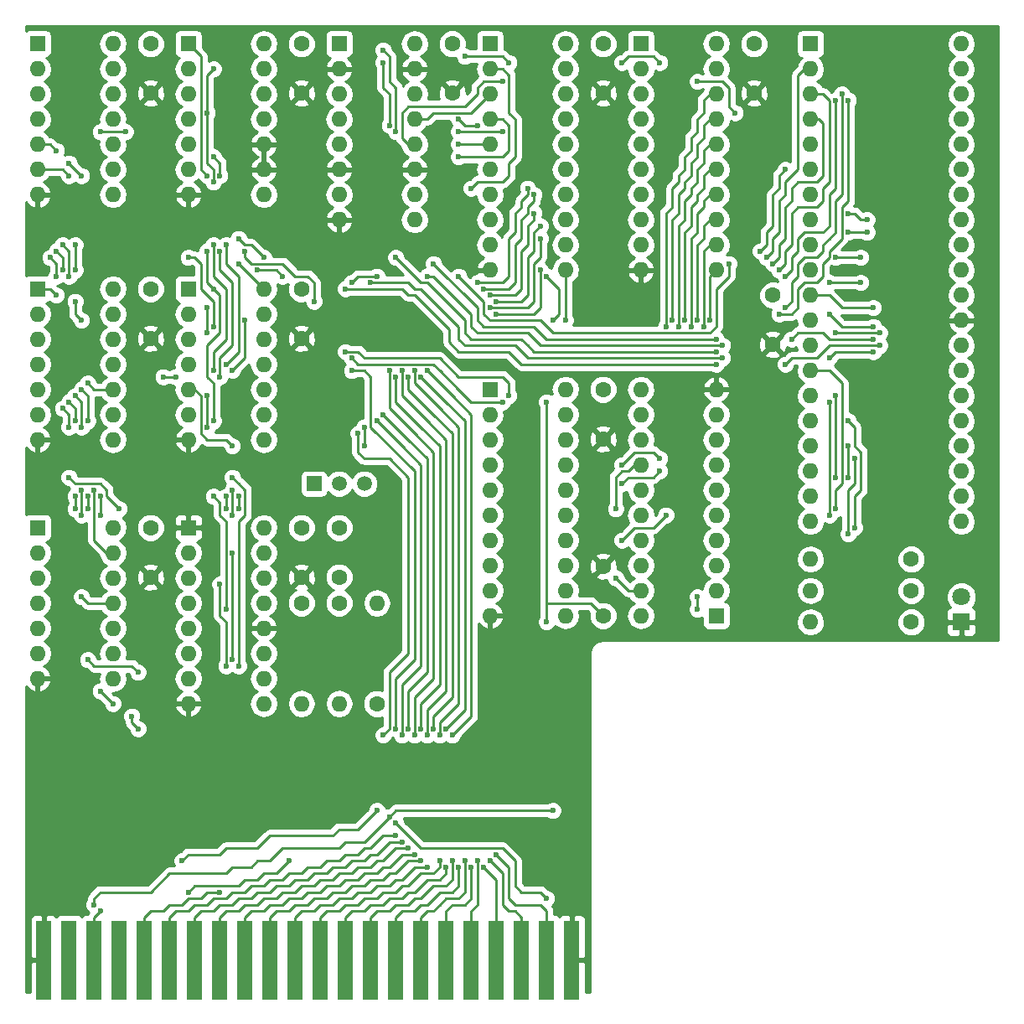
<source format=gbl>
G04 #@! TF.FileFunction,Copper,L2,Bot,Signal*
%FSLAX46Y46*%
G04 Gerber Fmt 4.6, Leading zero omitted, Abs format (unit mm)*
G04 Created by KiCad (PCBNEW 4.0.7) date 07/03/19 12:58:59*
%MOMM*%
%LPD*%
G01*
G04 APERTURE LIST*
%ADD10C,0.100000*%
%ADD11C,1.600000*%
%ADD12O,1.600000X1.600000*%
%ADD13R,1.524000X8.000000*%
%ADD14C,1.520000*%
%ADD15R,1.520000X1.520000*%
%ADD16R,1.600000X1.600000*%
%ADD17R,1.800000X1.800000*%
%ADD18C,1.800000*%
%ADD19C,0.600000*%
%ADD20C,0.250000*%
%ADD21C,0.254000*%
G04 APERTURE END LIST*
D10*
D11*
X226695000Y-118110000D03*
D12*
X216535000Y-118110000D03*
D11*
X165100000Y-111760000D03*
X165100000Y-116760000D03*
X195580000Y-120650000D03*
X195580000Y-115650000D03*
X165100000Y-87630000D03*
X165100000Y-92630000D03*
X149860000Y-62865000D03*
X149860000Y-67865000D03*
X195580000Y-97790000D03*
X195580000Y-102790000D03*
X168910000Y-111760000D03*
X168910000Y-116760000D03*
X165100000Y-62865000D03*
X165100000Y-67865000D03*
X180340000Y-62865000D03*
X180340000Y-67865000D03*
X210820000Y-62865000D03*
X210820000Y-67865000D03*
D13*
X151765000Y-155446726D03*
X154305000Y-155446726D03*
X156845000Y-155446726D03*
X159385000Y-155446726D03*
X161925000Y-155446726D03*
X164465000Y-155446726D03*
X141605000Y-155446726D03*
X144145000Y-155446726D03*
X146685000Y-155446726D03*
X149225000Y-155446726D03*
X139065000Y-155446726D03*
X179705000Y-155446726D03*
X182245000Y-155446726D03*
X184785000Y-155446726D03*
X187325000Y-155446726D03*
X189865000Y-155446726D03*
X192405000Y-155446726D03*
X172085000Y-155446726D03*
X174625000Y-155446726D03*
X177165000Y-155446726D03*
X169545000Y-155446726D03*
X167005000Y-155446726D03*
D14*
X168910000Y-107315000D03*
X171450000Y-107315000D03*
D15*
X166370000Y-107315000D03*
D11*
X172720000Y-129540000D03*
D12*
X172720000Y-119380000D03*
D11*
X168910000Y-119380000D03*
D12*
X168910000Y-129540000D03*
D11*
X165100000Y-119380000D03*
D12*
X165100000Y-129540000D03*
D11*
X226695000Y-114935000D03*
D12*
X216535000Y-114935000D03*
D16*
X138430000Y-111760000D03*
D12*
X146050000Y-127000000D03*
X138430000Y-114300000D03*
X146050000Y-124460000D03*
X138430000Y-116840000D03*
X146050000Y-121920000D03*
X138430000Y-119380000D03*
X146050000Y-119380000D03*
X138430000Y-121920000D03*
X146050000Y-116840000D03*
X138430000Y-124460000D03*
X146050000Y-114300000D03*
X138430000Y-127000000D03*
X146050000Y-111760000D03*
D16*
X138430000Y-87630000D03*
D12*
X146050000Y-102870000D03*
X138430000Y-90170000D03*
X146050000Y-100330000D03*
X138430000Y-92710000D03*
X146050000Y-97790000D03*
X138430000Y-95250000D03*
X146050000Y-95250000D03*
X138430000Y-97790000D03*
X146050000Y-92710000D03*
X138430000Y-100330000D03*
X146050000Y-90170000D03*
X138430000Y-102870000D03*
X146050000Y-87630000D03*
D16*
X153670000Y-111760000D03*
D12*
X161290000Y-129540000D03*
X153670000Y-114300000D03*
X161290000Y-127000000D03*
X153670000Y-116840000D03*
X161290000Y-124460000D03*
X153670000Y-119380000D03*
X161290000Y-121920000D03*
X153670000Y-121920000D03*
X161290000Y-119380000D03*
X153670000Y-124460000D03*
X161290000Y-116840000D03*
X153670000Y-127000000D03*
X161290000Y-114300000D03*
X153670000Y-129540000D03*
X161290000Y-111760000D03*
D16*
X207010000Y-120650000D03*
D12*
X199390000Y-97790000D03*
X207010000Y-118110000D03*
X199390000Y-100330000D03*
X207010000Y-115570000D03*
X199390000Y-102870000D03*
X207010000Y-113030000D03*
X199390000Y-105410000D03*
X207010000Y-110490000D03*
X199390000Y-107950000D03*
X207010000Y-107950000D03*
X199390000Y-110490000D03*
X207010000Y-105410000D03*
X199390000Y-113030000D03*
X207010000Y-102870000D03*
X199390000Y-115570000D03*
X207010000Y-100330000D03*
X199390000Y-118110000D03*
X207010000Y-97790000D03*
X199390000Y-120650000D03*
D16*
X153670000Y-87630000D03*
D12*
X161290000Y-102870000D03*
X153670000Y-90170000D03*
X161290000Y-100330000D03*
X153670000Y-92710000D03*
X161290000Y-97790000D03*
X153670000Y-95250000D03*
X161290000Y-95250000D03*
X153670000Y-97790000D03*
X161290000Y-92710000D03*
X153670000Y-100330000D03*
X161290000Y-90170000D03*
X153670000Y-102870000D03*
X161290000Y-87630000D03*
D16*
X138430000Y-62865000D03*
D12*
X146050000Y-78105000D03*
X138430000Y-65405000D03*
X146050000Y-75565000D03*
X138430000Y-67945000D03*
X146050000Y-73025000D03*
X138430000Y-70485000D03*
X146050000Y-70485000D03*
X138430000Y-73025000D03*
X146050000Y-67945000D03*
X138430000Y-75565000D03*
X146050000Y-65405000D03*
X138430000Y-78105000D03*
X146050000Y-62865000D03*
D16*
X184150000Y-97790000D03*
D12*
X191770000Y-120650000D03*
X184150000Y-100330000D03*
X191770000Y-118110000D03*
X184150000Y-102870000D03*
X191770000Y-115570000D03*
X184150000Y-105410000D03*
X191770000Y-113030000D03*
X184150000Y-107950000D03*
X191770000Y-110490000D03*
X184150000Y-110490000D03*
X191770000Y-107950000D03*
X184150000Y-113030000D03*
X191770000Y-105410000D03*
X184150000Y-115570000D03*
X191770000Y-102870000D03*
X184150000Y-118110000D03*
X191770000Y-100330000D03*
X184150000Y-120650000D03*
X191770000Y-97790000D03*
D16*
X153670000Y-62865000D03*
D12*
X161290000Y-78105000D03*
X153670000Y-65405000D03*
X161290000Y-75565000D03*
X153670000Y-67945000D03*
X161290000Y-73025000D03*
X153670000Y-70485000D03*
X161290000Y-70485000D03*
X153670000Y-73025000D03*
X161290000Y-67945000D03*
X153670000Y-75565000D03*
X161290000Y-65405000D03*
X153670000Y-78105000D03*
X161290000Y-62865000D03*
D16*
X168910000Y-62865000D03*
D12*
X176530000Y-80645000D03*
X168910000Y-65405000D03*
X176530000Y-78105000D03*
X168910000Y-67945000D03*
X176530000Y-75565000D03*
X168910000Y-70485000D03*
X176530000Y-73025000D03*
X168910000Y-73025000D03*
X176530000Y-70485000D03*
X168910000Y-75565000D03*
X176530000Y-67945000D03*
X168910000Y-78105000D03*
X176530000Y-65405000D03*
X168910000Y-80645000D03*
X176530000Y-62865000D03*
D16*
X199390000Y-62865000D03*
D12*
X207010000Y-85725000D03*
X199390000Y-65405000D03*
X207010000Y-83185000D03*
X199390000Y-67945000D03*
X207010000Y-80645000D03*
X199390000Y-70485000D03*
X207010000Y-78105000D03*
X199390000Y-73025000D03*
X207010000Y-75565000D03*
X199390000Y-75565000D03*
X207010000Y-73025000D03*
X199390000Y-78105000D03*
X207010000Y-70485000D03*
X199390000Y-80645000D03*
X207010000Y-67945000D03*
X199390000Y-83185000D03*
X207010000Y-65405000D03*
X199390000Y-85725000D03*
X207010000Y-62865000D03*
D16*
X216535000Y-62865000D03*
D12*
X231775000Y-111125000D03*
X216535000Y-65405000D03*
X231775000Y-108585000D03*
X216535000Y-67945000D03*
X231775000Y-106045000D03*
X216535000Y-70485000D03*
X231775000Y-103505000D03*
X216535000Y-73025000D03*
X231775000Y-100965000D03*
X216535000Y-75565000D03*
X231775000Y-98425000D03*
X216535000Y-78105000D03*
X231775000Y-95885000D03*
X216535000Y-80645000D03*
X231775000Y-93345000D03*
X216535000Y-83185000D03*
X231775000Y-90805000D03*
X216535000Y-85725000D03*
X231775000Y-88265000D03*
X216535000Y-88265000D03*
X231775000Y-85725000D03*
X216535000Y-90805000D03*
X231775000Y-83185000D03*
X216535000Y-93345000D03*
X231775000Y-80645000D03*
X216535000Y-95885000D03*
X231775000Y-78105000D03*
X216535000Y-98425000D03*
X231775000Y-75565000D03*
X216535000Y-100965000D03*
X231775000Y-73025000D03*
X216535000Y-103505000D03*
X231775000Y-70485000D03*
X216535000Y-106045000D03*
X231775000Y-67945000D03*
X216535000Y-108585000D03*
X231775000Y-65405000D03*
X216535000Y-111125000D03*
X231775000Y-62865000D03*
D16*
X184150000Y-62865000D03*
D12*
X191770000Y-85725000D03*
X184150000Y-65405000D03*
X191770000Y-83185000D03*
X184150000Y-67945000D03*
X191770000Y-80645000D03*
X184150000Y-70485000D03*
X191770000Y-78105000D03*
X184150000Y-73025000D03*
X191770000Y-75565000D03*
X184150000Y-75565000D03*
X191770000Y-73025000D03*
X184150000Y-78105000D03*
X191770000Y-70485000D03*
X184150000Y-80645000D03*
X191770000Y-67945000D03*
X184150000Y-83185000D03*
X191770000Y-65405000D03*
X184150000Y-85725000D03*
X191770000Y-62865000D03*
D11*
X212725000Y-88265000D03*
X212725000Y-93265000D03*
X195580000Y-62865000D03*
X195580000Y-67865000D03*
X149860000Y-87630000D03*
X149860000Y-92630000D03*
X149860000Y-111760000D03*
X149860000Y-116760000D03*
D17*
X231775000Y-121285000D03*
D18*
X231775000Y-118745000D03*
D11*
X226695000Y-121285000D03*
D12*
X216535000Y-121285000D03*
D19*
X158750000Y-85090000D03*
X173990000Y-71120000D03*
X222885000Y-89535000D03*
X190500000Y-140335000D03*
X144145000Y-149860000D03*
X173990000Y-140970000D03*
X173355000Y-64770000D03*
X189865000Y-99060000D03*
X189865000Y-121285000D03*
X139065000Y-149860000D03*
X192405000Y-149860000D03*
X148590000Y-132080000D03*
X147955000Y-130810000D03*
X163830000Y-145415000D03*
X153670000Y-148590000D03*
X144780000Y-128270000D03*
X142875000Y-97790000D03*
X143510000Y-100965000D03*
X143510000Y-108585000D03*
X143510000Y-109855000D03*
X146050000Y-129540000D03*
X140335000Y-88265000D03*
X158115000Y-125095000D03*
X158115000Y-114300000D03*
X157480000Y-109855000D03*
X157480000Y-108585000D03*
X156210000Y-87630000D03*
X155575000Y-83820000D03*
X156210000Y-100965000D03*
X156845000Y-117475000D03*
X157480000Y-125730000D03*
X201295000Y-104775000D03*
X197485000Y-105410000D03*
X201295000Y-106045000D03*
X197485000Y-107315000D03*
X196850000Y-109855000D03*
X189865000Y-149225000D03*
X174625000Y-141605000D03*
X170180000Y-95885000D03*
X174625000Y-132080000D03*
X205105000Y-118745000D03*
X205105000Y-120015000D03*
X172720000Y-100965000D03*
X174625000Y-142875000D03*
X182880000Y-86995000D03*
X187960000Y-77470000D03*
X175260000Y-132715000D03*
X173355000Y-100330000D03*
X175895000Y-132080000D03*
X175260000Y-143510000D03*
X183515000Y-87630000D03*
X188595000Y-78105000D03*
X175895000Y-144145000D03*
X176530000Y-132715000D03*
X173990000Y-95885000D03*
X184150000Y-88265000D03*
X188595000Y-80010000D03*
X176530000Y-144780000D03*
X177165000Y-132080000D03*
X174625000Y-96520000D03*
X184785000Y-88900000D03*
X189230000Y-81280000D03*
X177165000Y-145415000D03*
X177800000Y-132715000D03*
X175260000Y-95885000D03*
X184150000Y-89535000D03*
X189230000Y-82550000D03*
X189230000Y-85725000D03*
X184785000Y-90170000D03*
X175895000Y-96520000D03*
X178435000Y-132080000D03*
X177800000Y-146050000D03*
X170180000Y-86995000D03*
X207645000Y-93345000D03*
X223520000Y-92075000D03*
X219075000Y-92075000D03*
X177800000Y-86360000D03*
X172720000Y-86360000D03*
X153035000Y-145415000D03*
X172720000Y-140335000D03*
X173355000Y-132715000D03*
X170815000Y-102235000D03*
X144780000Y-150495000D03*
X156845000Y-148590000D03*
X203835000Y-90805000D03*
X182245000Y-146050000D03*
X204470000Y-91440000D03*
X182880000Y-145415000D03*
X205105000Y-90805000D03*
X183515000Y-146050000D03*
X205740000Y-91440000D03*
X184150000Y-145415000D03*
X206375000Y-90805000D03*
X184785000Y-144780000D03*
X180340000Y-132715000D03*
X180340000Y-145415000D03*
X201930000Y-91440000D03*
X177800000Y-95885000D03*
X202565000Y-90805000D03*
X180975000Y-146050000D03*
X203200000Y-91440000D03*
X181610000Y-145415000D03*
X191770000Y-90805000D03*
X177165000Y-96520000D03*
X179705000Y-132080000D03*
X179705000Y-146050000D03*
X190500000Y-90805000D03*
X189865000Y-86360000D03*
X176530000Y-95885000D03*
X179070000Y-132715000D03*
X179070000Y-145415000D03*
X180975000Y-86360000D03*
X171450000Y-103505000D03*
X171450000Y-101600000D03*
X155575000Y-92075000D03*
X155575000Y-89535000D03*
X213995000Y-75565000D03*
X208280000Y-85090000D03*
X211455000Y-83820000D03*
X220345000Y-112395000D03*
X220980000Y-104775000D03*
X220345000Y-100965000D03*
X220980000Y-111760000D03*
X142875000Y-118745000D03*
X142240000Y-109855000D03*
X142240000Y-108585000D03*
X142240000Y-100965000D03*
X141605000Y-99060000D03*
X144145000Y-107950000D03*
X140335000Y-86360000D03*
X139700000Y-84455000D03*
X148590000Y-126365000D03*
X142240000Y-98425000D03*
X142875000Y-101600000D03*
X142875000Y-107950000D03*
X142875000Y-110490000D03*
X143510000Y-125095000D03*
X140970000Y-85725000D03*
X143510000Y-97155000D03*
X140335000Y-83820000D03*
X140335000Y-73660000D03*
X152400000Y-96520000D03*
X151130000Y-96520000D03*
X155575000Y-101600000D03*
X155575000Y-98425000D03*
X156210000Y-108585000D03*
X157480000Y-120015000D03*
X140970000Y-99695000D03*
X141605000Y-101600000D03*
X146685000Y-109855000D03*
X141605000Y-106680000D03*
X142240000Y-85725000D03*
X142875000Y-90805000D03*
X142240000Y-88900000D03*
X147320000Y-71755000D03*
X144780000Y-71755000D03*
X142240000Y-83185000D03*
X140970000Y-83185000D03*
X141605000Y-86360000D03*
X158115000Y-106680000D03*
X158750000Y-125730000D03*
X159385000Y-90805000D03*
X158115000Y-95885000D03*
X169545000Y-93980000D03*
X186055000Y-98425000D03*
X158115000Y-103505000D03*
X158750000Y-109855000D03*
X158750000Y-108585000D03*
X201295000Y-64770000D03*
X197485000Y-64770000D03*
X158115000Y-107950000D03*
X158115000Y-110490000D03*
X156845000Y-83820000D03*
X156845000Y-96520000D03*
X156210000Y-76835000D03*
X156210000Y-65405000D03*
X155575000Y-69850000D03*
X186055000Y-64770000D03*
X181610000Y-64135000D03*
X219075000Y-109855000D03*
X219075000Y-106680000D03*
X219075000Y-98425000D03*
X201930000Y-110490000D03*
X197485000Y-113030000D03*
X220345000Y-103505000D03*
X220345000Y-106680000D03*
X218440000Y-110490000D03*
X218440000Y-99060000D03*
X196850000Y-116840000D03*
X207010000Y-95250000D03*
X222885000Y-93980000D03*
X218440000Y-94615000D03*
X169545000Y-87630000D03*
X160655000Y-85725000D03*
X163195000Y-86360000D03*
X223520000Y-93345000D03*
X157480000Y-95250000D03*
X157480000Y-83185000D03*
X156845000Y-76200000D03*
X156210000Y-74295000D03*
X207645000Y-94615000D03*
X213995000Y-95250000D03*
X172085000Y-86995000D03*
X153670000Y-84455000D03*
X156210000Y-91440000D03*
X141605000Y-76200000D03*
X156210000Y-95885000D03*
X156210000Y-83185000D03*
X155575000Y-76200000D03*
X178435000Y-85090000D03*
X218440000Y-90170000D03*
X222885000Y-91440000D03*
X207010000Y-92710000D03*
X142875000Y-76200000D03*
X141605000Y-74930000D03*
X166370000Y-88900000D03*
X159385000Y-83820000D03*
X170180000Y-94615000D03*
X185420000Y-99060000D03*
X207010000Y-93980000D03*
X222885000Y-92710000D03*
X214630000Y-92710000D03*
X161290000Y-84455000D03*
X158750000Y-82550000D03*
X174625000Y-84455000D03*
X174625000Y-71755000D03*
X180975000Y-74295000D03*
X173355000Y-63500000D03*
X182245000Y-77470000D03*
X213360000Y-85725000D03*
X180975000Y-73025000D03*
X205105000Y-66675000D03*
X208915000Y-69850000D03*
X185420000Y-66675000D03*
X180975000Y-71755000D03*
X212090000Y-84455000D03*
X185420000Y-71755000D03*
X180975000Y-70485000D03*
X182880000Y-71120000D03*
X212725000Y-85090000D03*
X220345000Y-80010000D03*
X222250000Y-80645000D03*
X222250000Y-81915000D03*
X220345000Y-81915000D03*
X219075000Y-84455000D03*
X221615000Y-84455000D03*
X218440000Y-86995000D03*
X221615000Y-86995000D03*
X213360000Y-90170000D03*
X220345000Y-68580000D03*
X213995000Y-89535000D03*
X219710000Y-67945000D03*
X213995000Y-86360000D03*
X219075000Y-68580000D03*
X144780000Y-108585000D03*
X144780000Y-110490000D03*
D20*
X160020000Y-86360000D02*
X158750000Y-85090000D01*
X173990000Y-67945000D02*
X173355000Y-67310000D01*
X173990000Y-71120000D02*
X173990000Y-67945000D01*
X218440000Y-88265000D02*
X216535000Y-88265000D01*
X219710000Y-89535000D02*
X218440000Y-88265000D01*
X222885000Y-89535000D02*
X219710000Y-89535000D01*
X173990000Y-140970000D02*
X174625000Y-140335000D01*
X174625000Y-140335000D02*
X190500000Y-140335000D01*
X145415000Y-148590000D02*
X144780000Y-148590000D01*
X144145000Y-149225000D02*
X144145000Y-149860000D01*
X144780000Y-148590000D02*
X144145000Y-149225000D01*
X145415000Y-148590000D02*
X149860000Y-148590000D01*
X149860000Y-148590000D02*
X151765000Y-146685000D01*
X156845000Y-146685000D02*
X157480000Y-146685000D01*
X156845000Y-146685000D02*
X151765000Y-146685000D01*
X160655000Y-145415000D02*
X160020000Y-146050000D01*
X161925000Y-145415000D02*
X161290000Y-145415000D01*
X169545000Y-143510000D02*
X168910000Y-144145000D01*
X168910000Y-144145000D02*
X168275000Y-144145000D01*
X173990000Y-140970000D02*
X171450000Y-143510000D01*
X168275000Y-144145000D02*
X163195000Y-144145000D01*
X163195000Y-144145000D02*
X161925000Y-145415000D01*
X160020000Y-146050000D02*
X158115000Y-146050000D01*
X171450000Y-143510000D02*
X170180000Y-143510000D01*
X170180000Y-143510000D02*
X169545000Y-143510000D01*
X161290000Y-145415000D02*
X160655000Y-145415000D01*
X157480000Y-146685000D02*
X158115000Y-146050000D01*
X161290000Y-87630000D02*
X160020000Y-86360000D01*
X173355000Y-67310000D02*
X173355000Y-64770000D01*
X189865000Y-119380000D02*
X194310000Y-119380000D01*
X194310000Y-119380000D02*
X195580000Y-120650000D01*
X189865000Y-121285000D02*
X189865000Y-119380000D01*
X189865000Y-119380000D02*
X189865000Y-99060000D01*
X147955000Y-131445000D02*
X148590000Y-132080000D01*
X147955000Y-130810000D02*
X147955000Y-131445000D01*
X158115000Y-147955000D02*
X154940000Y-147955000D01*
X163830000Y-145415000D02*
X162560000Y-146685000D01*
X162560000Y-146685000D02*
X161925000Y-146685000D01*
X161925000Y-146685000D02*
X161290000Y-146685000D01*
X161290000Y-146685000D02*
X160655000Y-147320000D01*
X160655000Y-147320000D02*
X159385000Y-147320000D01*
X159385000Y-147320000D02*
X158750000Y-147955000D01*
X158750000Y-147955000D02*
X158115000Y-147955000D01*
X154305000Y-147955000D02*
X153670000Y-148590000D01*
X154940000Y-147955000D02*
X154305000Y-147955000D01*
X144780000Y-128270000D02*
X146050000Y-129540000D01*
X143510000Y-98425000D02*
X143510000Y-99060000D01*
X142875000Y-97790000D02*
X143510000Y-98425000D01*
X143510000Y-99695000D02*
X143510000Y-99060000D01*
X143510000Y-99695000D02*
X143510000Y-100965000D01*
X143510000Y-108585000D02*
X143510000Y-109855000D01*
X139700000Y-87630000D02*
X138430000Y-87630000D01*
X139700000Y-87630000D02*
X140335000Y-88265000D01*
X158115000Y-114300000D02*
X158115000Y-125095000D01*
X157480000Y-108585000D02*
X157480000Y-109855000D01*
X155575000Y-95885000D02*
X155575000Y-96520000D01*
X156845000Y-88265000D02*
X156845000Y-92075000D01*
X156845000Y-92075000D02*
X155575000Y-93345000D01*
X155575000Y-93345000D02*
X155575000Y-95885000D01*
X155575000Y-86995000D02*
X156210000Y-87630000D01*
X155575000Y-83820000D02*
X155575000Y-86995000D01*
X156210000Y-87630000D02*
X156845000Y-88265000D01*
X156210000Y-100965000D02*
X156210000Y-97155000D01*
X156210000Y-97155000D02*
X155575000Y-96520000D01*
X156845000Y-120650000D02*
X156845000Y-117475000D01*
X157480000Y-121285000D02*
X156845000Y-120650000D01*
X157480000Y-125730000D02*
X157480000Y-121285000D01*
X200660000Y-104140000D02*
X201295000Y-104775000D01*
X198755000Y-104140000D02*
X200660000Y-104140000D01*
X197485000Y-105410000D02*
X198755000Y-104140000D01*
X200660000Y-106680000D02*
X201295000Y-106045000D01*
X198120000Y-106680000D02*
X200660000Y-106680000D01*
X197485000Y-107315000D02*
X198120000Y-106680000D01*
X199390000Y-105410000D02*
X198755000Y-105410000D01*
X198755000Y-105410000D02*
X198120000Y-106045000D01*
X198120000Y-106045000D02*
X197485000Y-106045000D01*
X197485000Y-106045000D02*
X196850000Y-106680000D01*
X196850000Y-106680000D02*
X196850000Y-109855000D01*
X191135000Y-115570000D02*
X191770000Y-115570000D01*
X189865000Y-149225000D02*
X189230000Y-148590000D01*
X189230000Y-148590000D02*
X187325000Y-148590000D01*
X187325000Y-148590000D02*
X186690000Y-147955000D01*
X186690000Y-147955000D02*
X186690000Y-145415000D01*
X186690000Y-145415000D02*
X185420000Y-144145000D01*
X185420000Y-144145000D02*
X177165000Y-144145000D01*
X177165000Y-144145000D02*
X175260000Y-142240000D01*
X175260000Y-142240000D02*
X174625000Y-141605000D01*
X170180000Y-95885000D02*
X170180000Y-95885000D01*
X171450000Y-95885000D02*
X170180000Y-95885000D01*
X172085000Y-96520000D02*
X171450000Y-95885000D01*
X172085000Y-101600000D02*
X172085000Y-96520000D01*
X176530000Y-106045000D02*
X172085000Y-101600000D01*
X176530000Y-125095000D02*
X176530000Y-106045000D01*
X174625000Y-127000000D02*
X176530000Y-125095000D01*
X174625000Y-132080000D02*
X174625000Y-127000000D01*
X205105000Y-120015000D02*
X205105000Y-118745000D01*
X175260000Y-103505000D02*
X177165000Y-105410000D01*
X177165000Y-125730000D02*
X175260000Y-127635000D01*
X177165000Y-105410000D02*
X177165000Y-125730000D01*
X175260000Y-103505000D02*
X172720000Y-100965000D01*
X151765000Y-151130000D02*
X152400000Y-150495000D01*
X172085000Y-144145000D02*
X173355000Y-142875000D01*
X171450000Y-144145000D02*
X172085000Y-144145000D01*
X170815000Y-144780000D02*
X171450000Y-144145000D01*
X169545000Y-144780000D02*
X170815000Y-144780000D01*
X168910000Y-145415000D02*
X169545000Y-144780000D01*
X167640000Y-145415000D02*
X168910000Y-145415000D01*
X167005000Y-146050000D02*
X167640000Y-145415000D01*
X165735000Y-146050000D02*
X167005000Y-146050000D01*
X165100000Y-146685000D02*
X165735000Y-146050000D01*
X163830000Y-146685000D02*
X165100000Y-146685000D01*
X163195000Y-147320000D02*
X163830000Y-146685000D01*
X161925000Y-147320000D02*
X163195000Y-147320000D01*
X161290000Y-147955000D02*
X161925000Y-147320000D01*
X160020000Y-147955000D02*
X161290000Y-147955000D01*
X159385000Y-148590000D02*
X160020000Y-147955000D01*
X158115000Y-148590000D02*
X159385000Y-148590000D01*
X157480000Y-149225000D02*
X158115000Y-148590000D01*
X156210000Y-149225000D02*
X157480000Y-149225000D01*
X155575000Y-149860000D02*
X156210000Y-149225000D01*
X154305000Y-149860000D02*
X155575000Y-149860000D01*
X153670000Y-150495000D02*
X154305000Y-149860000D01*
X152400000Y-150495000D02*
X153670000Y-150495000D01*
X174625000Y-142875000D02*
X173355000Y-142875000D01*
X186690000Y-81915000D02*
X186055000Y-82550000D01*
X186055000Y-82550000D02*
X186055000Y-86360000D01*
X186055000Y-86360000D02*
X185420000Y-86995000D01*
X185420000Y-86995000D02*
X182880000Y-86995000D01*
X187960000Y-77470000D02*
X187960000Y-78105000D01*
X187960000Y-78105000D02*
X187325000Y-78740000D01*
X187325000Y-78740000D02*
X187325000Y-79375000D01*
X187325000Y-79375000D02*
X186690000Y-80010000D01*
X186690000Y-80010000D02*
X186690000Y-81915000D01*
X175260000Y-127635000D02*
X175260000Y-132715000D01*
X151765000Y-151130000D02*
X151765000Y-155446726D01*
X175895000Y-128270000D02*
X177800000Y-126365000D01*
X177800000Y-104775000D02*
X175895000Y-102870000D01*
X177800000Y-126365000D02*
X177800000Y-104775000D01*
X175895000Y-102870000D02*
X173355000Y-100330000D01*
X154305000Y-151130000D02*
X154940000Y-150495000D01*
X154305000Y-151130000D02*
X154305000Y-155446726D01*
X175895000Y-132080000D02*
X175895000Y-128270000D01*
X175260000Y-143510000D02*
X173990000Y-143510000D01*
X154940000Y-150495000D02*
X156210000Y-150495000D01*
X156210000Y-150495000D02*
X156845000Y-149860000D01*
X156845000Y-149860000D02*
X158115000Y-149860000D01*
X158115000Y-149860000D02*
X158750000Y-149225000D01*
X158750000Y-149225000D02*
X160020000Y-149225000D01*
X160020000Y-149225000D02*
X160655000Y-148590000D01*
X160655000Y-148590000D02*
X161925000Y-148590000D01*
X161925000Y-148590000D02*
X162560000Y-147955000D01*
X162560000Y-147955000D02*
X163830000Y-147955000D01*
X163830000Y-147955000D02*
X164465000Y-147320000D01*
X164465000Y-147320000D02*
X165735000Y-147320000D01*
X165735000Y-147320000D02*
X166370000Y-146685000D01*
X166370000Y-146685000D02*
X167640000Y-146685000D01*
X167640000Y-146685000D02*
X168275000Y-146050000D01*
X168275000Y-146050000D02*
X169545000Y-146050000D01*
X169545000Y-146050000D02*
X170180000Y-145415000D01*
X170180000Y-145415000D02*
X171450000Y-145415000D01*
X171450000Y-145415000D02*
X172085000Y-144780000D01*
X172085000Y-144780000D02*
X172720000Y-144780000D01*
X172720000Y-144780000D02*
X173990000Y-143510000D01*
X188595000Y-78740000D02*
X188595000Y-78105000D01*
X186055000Y-87630000D02*
X183515000Y-87630000D01*
X186690000Y-86995000D02*
X186055000Y-87630000D01*
X186690000Y-86360000D02*
X186690000Y-86995000D01*
X186690000Y-83185000D02*
X186690000Y-86360000D01*
X187325000Y-82550000D02*
X186690000Y-83185000D01*
X187325000Y-80645000D02*
X187325000Y-82550000D01*
X187960000Y-80010000D02*
X187325000Y-80645000D01*
X187960000Y-79375000D02*
X187960000Y-80010000D01*
X188595000Y-78740000D02*
X187960000Y-79375000D01*
X176530000Y-102235000D02*
X178435000Y-104140000D01*
X178435000Y-127000000D02*
X176530000Y-128905000D01*
X178435000Y-104140000D02*
X178435000Y-127000000D01*
X176530000Y-102235000D02*
X173990000Y-99695000D01*
X156845000Y-151130000D02*
X157480000Y-150495000D01*
X173355000Y-145415000D02*
X174625000Y-144145000D01*
X172720000Y-145415000D02*
X173355000Y-145415000D01*
X172085000Y-146050000D02*
X172720000Y-145415000D01*
X170815000Y-146050000D02*
X172085000Y-146050000D01*
X170180000Y-146685000D02*
X170815000Y-146050000D01*
X168910000Y-146685000D02*
X170180000Y-146685000D01*
X168275000Y-147320000D02*
X168910000Y-146685000D01*
X167005000Y-147320000D02*
X168275000Y-147320000D01*
X166370000Y-147955000D02*
X167005000Y-147320000D01*
X165100000Y-147955000D02*
X166370000Y-147955000D01*
X164465000Y-148590000D02*
X165100000Y-147955000D01*
X163195000Y-148590000D02*
X164465000Y-148590000D01*
X162560000Y-149225000D02*
X163195000Y-148590000D01*
X161290000Y-149225000D02*
X162560000Y-149225000D01*
X160655000Y-149860000D02*
X161290000Y-149225000D01*
X159385000Y-149860000D02*
X160655000Y-149860000D01*
X158750000Y-150495000D02*
X159385000Y-149860000D01*
X157480000Y-150495000D02*
X158750000Y-150495000D01*
X175895000Y-144145000D02*
X174625000Y-144145000D01*
X176530000Y-132715000D02*
X176530000Y-128905000D01*
X156845000Y-151130000D02*
X156845000Y-155446726D01*
X173990000Y-95885000D02*
X173990000Y-99695000D01*
X186690000Y-88265000D02*
X184150000Y-88265000D01*
X187325000Y-87630000D02*
X186690000Y-88265000D01*
X187325000Y-83820000D02*
X187325000Y-87630000D01*
X187960000Y-83185000D02*
X187325000Y-83820000D01*
X187960000Y-81280000D02*
X187960000Y-83185000D01*
X188595000Y-80645000D02*
X187960000Y-81280000D01*
X188595000Y-80010000D02*
X188595000Y-80645000D01*
X177165000Y-129540000D02*
X179070000Y-127635000D01*
X179070000Y-103505000D02*
X177165000Y-101600000D01*
X179070000Y-127635000D02*
X179070000Y-103505000D01*
X159385000Y-151130000D02*
X160020000Y-150495000D01*
X173990000Y-146050000D02*
X175260000Y-144780000D01*
X173355000Y-146050000D02*
X173990000Y-146050000D01*
X172720000Y-146685000D02*
X173355000Y-146050000D01*
X171450000Y-146685000D02*
X172720000Y-146685000D01*
X170815000Y-147320000D02*
X171450000Y-146685000D01*
X169545000Y-147320000D02*
X170815000Y-147320000D01*
X168910000Y-147955000D02*
X169545000Y-147320000D01*
X167640000Y-147955000D02*
X168910000Y-147955000D01*
X167005000Y-148590000D02*
X167640000Y-147955000D01*
X165735000Y-148590000D02*
X167005000Y-148590000D01*
X165100000Y-149225000D02*
X165735000Y-148590000D01*
X163830000Y-149225000D02*
X165100000Y-149225000D01*
X163195000Y-149860000D02*
X163830000Y-149225000D01*
X161925000Y-149860000D02*
X163195000Y-149860000D01*
X161290000Y-150495000D02*
X161925000Y-149860000D01*
X160020000Y-150495000D02*
X161290000Y-150495000D01*
X176530000Y-144780000D02*
X175260000Y-144780000D01*
X177165000Y-129540000D02*
X177165000Y-132080000D01*
X174625000Y-99060000D02*
X177165000Y-101600000D01*
X174625000Y-96520000D02*
X174625000Y-99060000D01*
X187325000Y-88900000D02*
X184785000Y-88900000D01*
X187960000Y-88265000D02*
X187325000Y-88900000D01*
X187960000Y-84455000D02*
X187960000Y-88265000D01*
X188595000Y-83820000D02*
X187960000Y-84455000D01*
X188595000Y-81915000D02*
X188595000Y-83820000D01*
X189230000Y-81280000D02*
X188595000Y-81915000D01*
X159385000Y-151130000D02*
X159385000Y-155446726D01*
X177800000Y-100965000D02*
X179705000Y-102870000D01*
X179705000Y-128270000D02*
X177800000Y-130175000D01*
X179705000Y-102870000D02*
X179705000Y-128270000D01*
X161925000Y-151130000D02*
X162560000Y-150495000D01*
X174625000Y-146685000D02*
X175895000Y-145415000D01*
X173990000Y-146685000D02*
X174625000Y-146685000D01*
X173355000Y-147320000D02*
X173990000Y-146685000D01*
X172085000Y-147320000D02*
X173355000Y-147320000D01*
X171450000Y-147955000D02*
X172085000Y-147320000D01*
X170180000Y-147955000D02*
X171450000Y-147955000D01*
X169545000Y-148590000D02*
X170180000Y-147955000D01*
X168275000Y-148590000D02*
X169545000Y-148590000D01*
X167640000Y-149225000D02*
X168275000Y-148590000D01*
X166370000Y-149225000D02*
X167640000Y-149225000D01*
X165735000Y-149860000D02*
X166370000Y-149225000D01*
X164465000Y-149860000D02*
X165735000Y-149860000D01*
X163830000Y-150495000D02*
X164465000Y-149860000D01*
X162560000Y-150495000D02*
X163830000Y-150495000D01*
X177165000Y-145415000D02*
X175895000Y-145415000D01*
X177800000Y-130175000D02*
X177800000Y-132715000D01*
X175260000Y-98425000D02*
X177800000Y-100965000D01*
X175260000Y-95885000D02*
X175260000Y-98425000D01*
X187960000Y-89535000D02*
X184150000Y-89535000D01*
X188595000Y-88900000D02*
X187960000Y-89535000D01*
X188595000Y-85090000D02*
X188595000Y-88900000D01*
X189230000Y-84455000D02*
X188595000Y-85090000D01*
X189230000Y-82550000D02*
X189230000Y-84455000D01*
X161925000Y-151130000D02*
X161925000Y-155446726D01*
X178435000Y-130810000D02*
X180340000Y-128905000D01*
X180340000Y-102235000D02*
X178435000Y-100330000D01*
X180340000Y-128905000D02*
X180340000Y-102235000D01*
X176530000Y-146050000D02*
X175260000Y-147320000D01*
X165100000Y-150495000D02*
X164465000Y-151130000D01*
X166370000Y-150495000D02*
X165100000Y-150495000D01*
X167005000Y-149860000D02*
X166370000Y-150495000D01*
X168275000Y-149860000D02*
X167005000Y-149860000D01*
X168910000Y-149225000D02*
X168275000Y-149860000D01*
X170180000Y-149225000D02*
X168910000Y-149225000D01*
X170815000Y-148590000D02*
X170180000Y-149225000D01*
X172085000Y-148590000D02*
X170815000Y-148590000D01*
X172720000Y-147955000D02*
X172085000Y-148590000D01*
X173990000Y-147955000D02*
X172720000Y-147955000D01*
X174625000Y-147320000D02*
X173990000Y-147955000D01*
X175260000Y-147320000D02*
X174625000Y-147320000D01*
X189230000Y-85725000D02*
X189230000Y-86995000D01*
X189230000Y-86995000D02*
X189230000Y-89535000D01*
X189230000Y-89535000D02*
X188595000Y-90170000D01*
X188595000Y-90170000D02*
X184785000Y-90170000D01*
X178435000Y-132080000D02*
X178435000Y-130810000D01*
X175895000Y-97790000D02*
X178435000Y-100330000D01*
X175895000Y-96520000D02*
X175895000Y-97790000D01*
X164465000Y-151130000D02*
X164465000Y-155446726D01*
X177800000Y-146050000D02*
X176530000Y-146050000D01*
X180975000Y-88900000D02*
X178435000Y-86360000D01*
X170180000Y-86995000D02*
X170815000Y-86360000D01*
X182880000Y-92075000D02*
X182245000Y-91440000D01*
X187960000Y-92075000D02*
X189230000Y-93345000D01*
X207645000Y-93345000D02*
X189230000Y-93345000D01*
X223520000Y-92075000D02*
X219075000Y-92075000D01*
X187960000Y-92075000D02*
X182880000Y-92075000D01*
X178435000Y-86360000D02*
X177800000Y-86360000D01*
X182245000Y-90170000D02*
X180975000Y-88900000D01*
X182245000Y-91440000D02*
X182245000Y-90170000D01*
X172720000Y-86360000D02*
X170815000Y-86360000D01*
X153035000Y-145415000D02*
X153670000Y-144780000D01*
X172720000Y-140335000D02*
X170815000Y-142240000D01*
X170815000Y-142240000D02*
X168910000Y-142240000D01*
X168910000Y-142240000D02*
X168275000Y-142875000D01*
X168275000Y-142875000D02*
X161925000Y-142875000D01*
X161925000Y-142875000D02*
X160655000Y-144145000D01*
X160655000Y-144145000D02*
X157480000Y-144145000D01*
X157480000Y-144145000D02*
X156845000Y-144780000D01*
X156845000Y-144780000D02*
X156210000Y-144780000D01*
X156210000Y-144780000D02*
X153670000Y-144780000D01*
X173990000Y-132080000D02*
X173355000Y-132715000D01*
X173990000Y-126365000D02*
X173990000Y-132080000D01*
X175895000Y-124460000D02*
X173990000Y-126365000D01*
X175895000Y-106680000D02*
X175895000Y-124460000D01*
X173990000Y-104775000D02*
X175895000Y-106680000D01*
X171450000Y-104775000D02*
X173990000Y-104775000D01*
X170815000Y-104140000D02*
X171450000Y-104775000D01*
X170815000Y-102235000D02*
X170815000Y-104140000D01*
X144145000Y-155446726D02*
X144145000Y-151130000D01*
X144145000Y-151130000D02*
X144780000Y-150495000D01*
X155575000Y-148590000D02*
X154940000Y-149225000D01*
X156845000Y-148590000D02*
X155575000Y-148590000D01*
X149860000Y-150495000D02*
X149225000Y-151130000D01*
X151130000Y-150495000D02*
X149860000Y-150495000D01*
X151765000Y-149860000D02*
X151130000Y-150495000D01*
X153035000Y-149860000D02*
X151765000Y-149860000D01*
X153670000Y-149225000D02*
X153035000Y-149860000D01*
X154940000Y-149225000D02*
X153670000Y-149225000D01*
X149225000Y-155446726D02*
X149225000Y-151130000D01*
X203835000Y-88900000D02*
X203835000Y-90805000D01*
X182245000Y-147320000D02*
X182245000Y-149225000D01*
X181610000Y-149860000D02*
X182245000Y-149225000D01*
X179705000Y-155446726D02*
X179705000Y-150495000D01*
X181610000Y-149860000D02*
X180340000Y-149860000D01*
X180340000Y-149860000D02*
X179705000Y-150495000D01*
X182245000Y-146050000D02*
X182245000Y-147320000D01*
X203835000Y-81915000D02*
X203835000Y-88900000D01*
X204470000Y-81280000D02*
X203835000Y-81915000D01*
X204470000Y-79375000D02*
X204470000Y-81280000D01*
X205105000Y-78740000D02*
X204470000Y-79375000D01*
X205105000Y-78105000D02*
X205105000Y-78740000D01*
X205740000Y-77470000D02*
X205105000Y-78105000D01*
X205740000Y-76200000D02*
X205740000Y-77470000D01*
X206375000Y-75565000D02*
X205740000Y-76200000D01*
X207010000Y-75565000D02*
X206375000Y-75565000D01*
X204470000Y-88265000D02*
X204470000Y-91440000D01*
X182245000Y-151130000D02*
X182245000Y-150495000D01*
X182245000Y-150495000D02*
X182880000Y-149860000D01*
X182880000Y-149860000D02*
X182880000Y-146685000D01*
X182880000Y-145415000D02*
X182880000Y-146685000D01*
X204470000Y-82550000D02*
X204470000Y-88265000D01*
X205105000Y-81915000D02*
X205105000Y-80010000D01*
X205105000Y-80010000D02*
X205740000Y-79375000D01*
X205740000Y-79375000D02*
X205740000Y-78740000D01*
X206375000Y-78105000D02*
X205740000Y-78740000D01*
X204470000Y-82550000D02*
X205105000Y-81915000D01*
X182245000Y-151130000D02*
X182245000Y-155446726D01*
X206375000Y-78105000D02*
X207010000Y-78105000D01*
X205105000Y-87630000D02*
X205105000Y-90805000D01*
X183515000Y-146050000D02*
X184785000Y-147320000D01*
X205105000Y-83185000D02*
X205105000Y-87630000D01*
X205740000Y-82550000D02*
X205740000Y-81280000D01*
X206375000Y-80645000D02*
X205740000Y-81280000D01*
X205105000Y-83185000D02*
X205740000Y-82550000D01*
X184785000Y-155446726D02*
X184785000Y-147320000D01*
X206375000Y-80645000D02*
X207010000Y-80645000D01*
X205740000Y-86995000D02*
X205740000Y-91440000D01*
X186690000Y-150495000D02*
X187325000Y-151130000D01*
X186055000Y-150495000D02*
X186690000Y-150495000D01*
X185420000Y-149860000D02*
X186055000Y-150495000D01*
X185420000Y-146685000D02*
X185420000Y-149860000D01*
X184150000Y-145415000D02*
X185420000Y-146685000D01*
X206375000Y-83185000D02*
X205740000Y-83820000D01*
X205740000Y-83820000D02*
X205740000Y-86995000D01*
X187325000Y-155446726D02*
X187325000Y-151130000D01*
X207010000Y-83185000D02*
X206375000Y-83185000D01*
X207010000Y-85725000D02*
X206375000Y-86360000D01*
X206375000Y-86360000D02*
X206375000Y-90805000D01*
X189230000Y-149860000D02*
X189865000Y-150495000D01*
X186690000Y-149860000D02*
X189230000Y-149860000D01*
X186055000Y-149225000D02*
X186690000Y-149860000D01*
X186055000Y-146050000D02*
X186055000Y-149225000D01*
X184785000Y-144780000D02*
X186055000Y-146050000D01*
X189865000Y-155446726D02*
X189865000Y-150495000D01*
X180340000Y-98425000D02*
X182245000Y-100330000D01*
X182245000Y-130810000D02*
X180340000Y-132715000D01*
X182245000Y-100330000D02*
X182245000Y-130810000D01*
X178435000Y-147955000D02*
X177165000Y-149225000D01*
X178435000Y-147955000D02*
X179705000Y-147955000D01*
X179705000Y-147955000D02*
X180340000Y-147320000D01*
X180340000Y-147320000D02*
X180340000Y-145415000D01*
X172085000Y-155446726D02*
X172085000Y-151130000D01*
X177165000Y-149225000D02*
X176530000Y-149225000D01*
X176530000Y-149225000D02*
X175895000Y-149860000D01*
X175895000Y-149860000D02*
X174625000Y-149860000D01*
X174625000Y-149860000D02*
X173990000Y-150495000D01*
X173990000Y-150495000D02*
X172720000Y-150495000D01*
X172720000Y-150495000D02*
X172085000Y-151130000D01*
X205740000Y-68580000D02*
X206375000Y-67945000D01*
X205740000Y-69850000D02*
X205740000Y-68580000D01*
X205105000Y-70485000D02*
X205740000Y-69850000D01*
X205105000Y-71755000D02*
X205105000Y-70485000D01*
X204470000Y-72390000D02*
X205105000Y-71755000D01*
X204470000Y-73660000D02*
X204470000Y-72390000D01*
X203835000Y-74295000D02*
X204470000Y-73660000D01*
X203835000Y-74930000D02*
X203835000Y-74295000D01*
X203835000Y-75565000D02*
X203835000Y-74930000D01*
X203200000Y-76200000D02*
X203835000Y-75565000D01*
X203200000Y-76835000D02*
X203200000Y-76200000D01*
X202565000Y-77470000D02*
X203200000Y-76835000D01*
X202565000Y-79375000D02*
X202565000Y-77470000D01*
X201930000Y-80010000D02*
X202565000Y-79375000D01*
X201930000Y-91440000D02*
X201930000Y-80010000D01*
X180340000Y-98425000D02*
X177800000Y-95885000D01*
X206375000Y-67945000D02*
X207010000Y-67945000D01*
X172085000Y-155446726D02*
X172085000Y-152400000D01*
X202565000Y-90805000D02*
X202565000Y-90170000D01*
X179070000Y-148590000D02*
X177800000Y-149860000D01*
X175260000Y-150495000D02*
X174625000Y-151130000D01*
X176530000Y-150495000D02*
X175260000Y-150495000D01*
X177165000Y-149860000D02*
X176530000Y-150495000D01*
X177800000Y-149860000D02*
X177165000Y-149860000D01*
X174625000Y-155446726D02*
X174625000Y-151130000D01*
X205740000Y-71120000D02*
X206375000Y-70485000D01*
X202565000Y-80645000D02*
X202565000Y-90170000D01*
X203200000Y-80010000D02*
X202565000Y-80645000D01*
X203200000Y-78105000D02*
X203200000Y-80010000D01*
X203835000Y-77470000D02*
X203200000Y-78105000D01*
X203835000Y-76835000D02*
X203835000Y-77470000D01*
X204470000Y-76200000D02*
X203835000Y-76835000D01*
X204470000Y-74930000D02*
X204470000Y-76200000D01*
X205105000Y-74295000D02*
X204470000Y-74930000D01*
X205105000Y-73025000D02*
X205105000Y-74295000D01*
X205740000Y-72390000D02*
X205105000Y-73025000D01*
X205740000Y-71120000D02*
X205740000Y-72390000D01*
X180975000Y-147955000D02*
X180975000Y-146050000D01*
X180340000Y-148590000D02*
X180975000Y-147955000D01*
X179070000Y-148590000D02*
X180340000Y-148590000D01*
X207010000Y-70485000D02*
X206375000Y-70485000D01*
X203200000Y-89535000D02*
X203200000Y-91440000D01*
X179705000Y-149225000D02*
X179070000Y-149860000D01*
X177800000Y-150495000D02*
X177165000Y-151130000D01*
X178435000Y-150495000D02*
X177800000Y-150495000D01*
X179070000Y-149860000D02*
X178435000Y-150495000D01*
X181610000Y-145415000D02*
X181610000Y-147320000D01*
X177165000Y-155446726D02*
X177165000Y-151130000D01*
X205740000Y-73660000D02*
X206375000Y-73025000D01*
X205740000Y-73660000D02*
X205740000Y-74930000D01*
X205740000Y-74930000D02*
X205105000Y-75565000D01*
X205105000Y-75565000D02*
X205105000Y-76835000D01*
X205105000Y-76835000D02*
X204470000Y-77470000D01*
X204470000Y-77470000D02*
X204470000Y-78105000D01*
X204470000Y-78105000D02*
X203835000Y-78740000D01*
X203835000Y-78740000D02*
X203835000Y-80645000D01*
X203835000Y-80645000D02*
X203200000Y-81280000D01*
X203200000Y-81280000D02*
X203200000Y-89535000D01*
X180975000Y-149225000D02*
X179705000Y-149225000D01*
X181610000Y-148590000D02*
X180975000Y-149225000D01*
X181610000Y-147320000D02*
X181610000Y-148590000D01*
X207010000Y-73025000D02*
X206375000Y-73025000D01*
X179705000Y-132080000D02*
X181610000Y-130175000D01*
X181610000Y-100965000D02*
X179705000Y-99060000D01*
X181610000Y-130175000D02*
X181610000Y-100965000D01*
X177800000Y-147320000D02*
X176530000Y-148590000D01*
X170180000Y-150495000D02*
X169545000Y-151130000D01*
X171450000Y-150495000D02*
X170180000Y-150495000D01*
X172085000Y-149860000D02*
X171450000Y-150495000D01*
X173355000Y-149860000D02*
X172085000Y-149860000D01*
X173990000Y-149225000D02*
X173355000Y-149860000D01*
X175260000Y-149225000D02*
X173990000Y-149225000D01*
X175895000Y-148590000D02*
X175260000Y-149225000D01*
X176530000Y-148590000D02*
X175895000Y-148590000D01*
X169545000Y-155446726D02*
X169545000Y-151130000D01*
X177165000Y-96520000D02*
X179705000Y-99060000D01*
X191770000Y-90805000D02*
X191770000Y-85725000D01*
X179705000Y-146685000D02*
X179705000Y-146050000D01*
X179070000Y-147320000D02*
X179705000Y-146685000D01*
X177800000Y-147320000D02*
X179070000Y-147320000D01*
X179070000Y-99695000D02*
X180975000Y-101600000D01*
X180975000Y-129540000D02*
X179070000Y-131445000D01*
X180975000Y-101600000D02*
X180975000Y-129540000D01*
X177165000Y-146685000D02*
X175895000Y-147955000D01*
X167640000Y-150495000D02*
X167005000Y-151130000D01*
X168910000Y-150495000D02*
X167640000Y-150495000D01*
X169545000Y-149860000D02*
X168910000Y-150495000D01*
X170815000Y-149860000D02*
X169545000Y-149860000D01*
X171450000Y-149225000D02*
X170815000Y-149860000D01*
X172720000Y-149225000D02*
X171450000Y-149225000D01*
X173355000Y-148590000D02*
X172720000Y-149225000D01*
X174625000Y-148590000D02*
X173355000Y-148590000D01*
X175260000Y-147955000D02*
X174625000Y-148590000D01*
X175895000Y-147955000D02*
X175260000Y-147955000D01*
X167005000Y-155446726D02*
X167005000Y-151130000D01*
X191135000Y-90170000D02*
X190500000Y-90805000D01*
X191135000Y-87630000D02*
X191135000Y-90170000D01*
X189865000Y-86360000D02*
X191135000Y-87630000D01*
X176530000Y-95885000D02*
X176530000Y-97155000D01*
X176530000Y-97155000D02*
X179070000Y-99695000D01*
X179070000Y-131445000D02*
X179070000Y-132715000D01*
X179070000Y-146050000D02*
X179070000Y-145415000D01*
X178435000Y-146685000D02*
X179070000Y-146050000D01*
X177165000Y-146685000D02*
X178435000Y-146685000D01*
X182245000Y-87630000D02*
X180975000Y-86360000D01*
X206375000Y-92075000D02*
X207010000Y-91440000D01*
X207010000Y-87630000D02*
X208280000Y-86360000D01*
X207010000Y-91440000D02*
X207010000Y-87630000D01*
X171450000Y-103505000D02*
X171450000Y-101600000D01*
X183515000Y-90170000D02*
X183515000Y-88900000D01*
X183515000Y-88900000D02*
X182245000Y-87630000D01*
X155575000Y-90805000D02*
X155575000Y-92075000D01*
X155575000Y-89535000D02*
X155575000Y-90805000D01*
X208280000Y-85090000D02*
X208280000Y-86360000D01*
X212090000Y-83185000D02*
X211455000Y-83820000D01*
X212090000Y-81915000D02*
X212090000Y-83185000D01*
X212725000Y-81280000D02*
X212090000Y-81915000D01*
X212725000Y-78105000D02*
X212725000Y-81280000D01*
X213360000Y-77470000D02*
X212725000Y-78105000D01*
X213360000Y-76200000D02*
X213360000Y-77470000D01*
X213995000Y-75565000D02*
X213360000Y-76200000D01*
X184150000Y-90805000D02*
X183515000Y-90170000D01*
X189230000Y-90805000D02*
X184150000Y-90805000D01*
X190500000Y-92075000D02*
X189230000Y-90805000D01*
X206375000Y-92075000D02*
X190500000Y-92075000D01*
X220345000Y-112395000D02*
X220345000Y-108585000D01*
X220980000Y-104775000D02*
X220980000Y-107315000D01*
X220980000Y-107315000D02*
X220345000Y-107950000D01*
X220345000Y-107950000D02*
X220345000Y-108585000D01*
X220980000Y-109220000D02*
X220980000Y-108585000D01*
X220980000Y-103505000D02*
X220980000Y-102870000D01*
X221615000Y-104140000D02*
X220980000Y-103505000D01*
X221615000Y-107950000D02*
X221615000Y-104140000D01*
X220980000Y-108585000D02*
X221615000Y-107950000D01*
X220980000Y-101600000D02*
X220980000Y-102870000D01*
X220345000Y-100965000D02*
X220980000Y-101600000D01*
X220980000Y-109220000D02*
X220980000Y-111760000D01*
X144780000Y-119380000D02*
X143510000Y-119380000D01*
X143510000Y-119380000D02*
X142875000Y-118745000D01*
X142240000Y-100330000D02*
X142240000Y-99695000D01*
X142240000Y-108585000D02*
X142240000Y-109855000D01*
X142240000Y-100965000D02*
X142240000Y-100330000D01*
X142240000Y-99695000D02*
X141605000Y-99060000D01*
X144780000Y-119380000D02*
X146050000Y-119380000D01*
X144145000Y-107950000D02*
X144145000Y-109855000D01*
X144145000Y-109855000D02*
X144145000Y-113030000D01*
X144145000Y-113030000D02*
X145415000Y-114300000D01*
X145415000Y-114300000D02*
X146050000Y-114300000D01*
X139700000Y-84455000D02*
X140335000Y-85090000D01*
X140335000Y-85090000D02*
X140335000Y-86360000D01*
X147320000Y-125730000D02*
X147955000Y-125730000D01*
X147955000Y-125730000D02*
X148590000Y-126365000D01*
X144145000Y-125730000D02*
X147320000Y-125730000D01*
X142875000Y-99060000D02*
X142875000Y-99695000D01*
X142240000Y-98425000D02*
X142875000Y-99060000D01*
X142875000Y-100330000D02*
X142875000Y-99695000D01*
X142875000Y-100330000D02*
X142875000Y-101600000D01*
X142875000Y-107950000D02*
X142875000Y-110490000D01*
X143510000Y-125095000D02*
X144145000Y-125730000D01*
X140970000Y-84455000D02*
X140335000Y-83820000D01*
X140970000Y-85725000D02*
X140970000Y-84455000D01*
X143510000Y-97155000D02*
X144145000Y-97790000D01*
X146050000Y-97790000D02*
X144145000Y-97790000D01*
X139700000Y-73025000D02*
X140335000Y-73660000D01*
X139700000Y-73025000D02*
X138430000Y-73025000D01*
X151130000Y-96520000D02*
X152400000Y-96520000D01*
X155575000Y-98425000D02*
X155575000Y-101600000D01*
X156845000Y-109220000D02*
X156845000Y-110490000D01*
X156210000Y-108585000D02*
X156845000Y-109220000D01*
X157480000Y-111125000D02*
X157480000Y-120015000D01*
X156845000Y-110490000D02*
X157480000Y-111125000D01*
X140970000Y-99695000D02*
X141605000Y-100330000D01*
X141605000Y-100330000D02*
X141605000Y-101600000D01*
X145415000Y-108585000D02*
X146685000Y-109855000D01*
X145415000Y-107950000D02*
X145415000Y-108585000D01*
X144780000Y-107315000D02*
X145415000Y-107950000D01*
X142240000Y-107315000D02*
X144780000Y-107315000D01*
X141605000Y-106680000D02*
X142240000Y-107315000D01*
X142240000Y-84455000D02*
X142240000Y-83185000D01*
X142240000Y-85725000D02*
X142240000Y-84455000D01*
X142875000Y-90805000D02*
X142240000Y-90170000D01*
X142240000Y-90170000D02*
X142240000Y-88900000D01*
X144780000Y-71755000D02*
X147320000Y-71755000D01*
X141605000Y-83820000D02*
X140970000Y-83185000D01*
X141605000Y-86360000D02*
X141605000Y-83820000D01*
X158750000Y-107315000D02*
X158115000Y-106680000D01*
X159385000Y-107950000D02*
X158750000Y-107315000D01*
X159385000Y-110490000D02*
X159385000Y-107950000D01*
X158750000Y-111125000D02*
X159385000Y-110490000D01*
X158750000Y-125730000D02*
X158750000Y-111125000D01*
X159385000Y-94615000D02*
X159385000Y-90805000D01*
X159385000Y-94615000D02*
X158115000Y-95885000D01*
X170180000Y-93980000D02*
X170815000Y-93980000D01*
X170815000Y-93980000D02*
X171450000Y-94615000D01*
X170180000Y-93980000D02*
X169545000Y-93980000D01*
X172720000Y-94615000D02*
X171450000Y-94615000D01*
X186055000Y-98425000D02*
X186055000Y-97155000D01*
X185420000Y-96520000D02*
X186055000Y-97155000D01*
X179070000Y-94615000D02*
X172720000Y-94615000D01*
X180975000Y-96520000D02*
X179070000Y-94615000D01*
X185420000Y-96520000D02*
X180975000Y-96520000D01*
X157480000Y-102870000D02*
X158115000Y-103505000D01*
X155575000Y-102870000D02*
X157480000Y-102870000D01*
X154940000Y-102235000D02*
X155575000Y-102870000D01*
X154940000Y-98425000D02*
X154940000Y-102235000D01*
X154305000Y-97790000D02*
X154940000Y-98425000D01*
X158750000Y-108585000D02*
X158750000Y-109855000D01*
X153670000Y-97790000D02*
X154305000Y-97790000D01*
X201295000Y-64770000D02*
X200660000Y-64135000D01*
X200660000Y-64135000D02*
X198120000Y-64135000D01*
X198120000Y-64135000D02*
X197485000Y-64770000D01*
X158115000Y-110490000D02*
X158115000Y-107950000D01*
X156845000Y-83820000D02*
X156845000Y-85725000D01*
X156845000Y-85725000D02*
X158115000Y-86995000D01*
X158115000Y-86995000D02*
X158115000Y-93345000D01*
X158115000Y-93345000D02*
X156845000Y-94615000D01*
X156845000Y-94615000D02*
X156845000Y-96520000D01*
X155575000Y-74930000D02*
X156210000Y-75565000D01*
X155575000Y-74930000D02*
X155575000Y-69850000D01*
X156210000Y-75565000D02*
X156210000Y-76835000D01*
X155575000Y-69850000D02*
X155575000Y-66040000D01*
X155575000Y-66040000D02*
X156210000Y-65405000D01*
X185420000Y-64135000D02*
X186055000Y-64770000D01*
X181610000Y-64135000D02*
X185420000Y-64135000D01*
X219710000Y-97155000D02*
X219710000Y-107315000D01*
X219075000Y-107950000D02*
X219075000Y-109855000D01*
X219710000Y-107315000D02*
X219075000Y-107950000D01*
X216535000Y-95885000D02*
X218440000Y-95885000D01*
X218440000Y-95885000D02*
X219710000Y-97155000D01*
X219075000Y-98425000D02*
X219075000Y-106680000D01*
X200660000Y-111760000D02*
X201930000Y-110490000D01*
X198120000Y-112395000D02*
X198755000Y-111760000D01*
X198755000Y-111760000D02*
X200660000Y-111760000D01*
X198120000Y-112395000D02*
X197485000Y-113030000D01*
X220345000Y-106680000D02*
X220345000Y-103505000D01*
X218440000Y-99060000D02*
X218440000Y-110490000D01*
X199390000Y-118110000D02*
X198120000Y-118110000D01*
X198120000Y-118110000D02*
X196850000Y-116840000D01*
X175895000Y-88265000D02*
X176530000Y-88265000D01*
X176530000Y-88265000D02*
X179070000Y-90805000D01*
X222885000Y-93980000D02*
X219075000Y-93980000D01*
X180022500Y-93027500D02*
X180022500Y-91757500D01*
X207010000Y-95250000D02*
X187325000Y-95250000D01*
X187325000Y-95250000D02*
X186055000Y-93980000D01*
X186055000Y-93980000D02*
X180975000Y-93980000D01*
X180975000Y-93980000D02*
X180022500Y-93027500D01*
X180022500Y-91757500D02*
X179070000Y-90805000D01*
X219075000Y-93980000D02*
X218440000Y-94615000D01*
X175260000Y-87630000D02*
X169545000Y-87630000D01*
X175895000Y-88265000D02*
X175260000Y-87630000D01*
X160655000Y-85725000D02*
X162560000Y-85725000D01*
X163195000Y-86360000D02*
X162560000Y-85725000D01*
X179705000Y-90170000D02*
X177165000Y-87630000D01*
X213995000Y-95250000D02*
X214630000Y-94615000D01*
X223520000Y-93345000D02*
X219075000Y-93345000D01*
X217170000Y-94615000D02*
X215265000Y-94615000D01*
X214630000Y-94615000D02*
X215265000Y-94615000D01*
X218440000Y-93345000D02*
X217170000Y-94615000D01*
X219075000Y-93345000D02*
X218440000Y-93345000D01*
X158750000Y-93980000D02*
X157480000Y-95250000D01*
X158750000Y-86360000D02*
X158750000Y-93980000D01*
X157480000Y-85090000D02*
X158750000Y-86360000D01*
X157480000Y-83185000D02*
X157480000Y-85090000D01*
X156845000Y-74930000D02*
X156845000Y-76200000D01*
X156210000Y-74295000D02*
X156845000Y-74930000D01*
X186690000Y-93345000D02*
X181610000Y-93345000D01*
X181610000Y-93345000D02*
X180975000Y-92710000D01*
X187960000Y-94615000D02*
X207645000Y-94615000D01*
X213995000Y-95250000D02*
X213995000Y-95250000D01*
X187960000Y-94615000D02*
X186690000Y-93345000D01*
X177165000Y-87630000D02*
X176530000Y-87630000D01*
X176530000Y-87630000D02*
X175895000Y-86995000D01*
X175895000Y-86995000D02*
X172085000Y-86995000D01*
X180975000Y-91440000D02*
X179705000Y-90170000D01*
X180975000Y-92710000D02*
X180975000Y-91440000D01*
X154940000Y-85725000D02*
X154940000Y-85090000D01*
X154305000Y-84455000D02*
X153670000Y-84455000D01*
X154940000Y-85090000D02*
X154305000Y-84455000D01*
X154940000Y-87630000D02*
X154940000Y-85725000D01*
X156210000Y-88900000D02*
X154940000Y-87630000D01*
X156210000Y-91440000D02*
X156210000Y-88900000D01*
X138430000Y-75565000D02*
X140970000Y-75565000D01*
X140970000Y-75565000D02*
X141605000Y-76200000D01*
X157480000Y-87630000D02*
X157480000Y-92710000D01*
X156210000Y-83185000D02*
X156210000Y-86360000D01*
X156210000Y-86360000D02*
X156845000Y-86995000D01*
X156845000Y-86995000D02*
X157480000Y-87630000D01*
X156210000Y-93980000D02*
X156210000Y-95885000D01*
X157480000Y-92710000D02*
X156210000Y-93980000D01*
X154940000Y-64135000D02*
X153670000Y-62865000D01*
X154940000Y-75565000D02*
X155575000Y-76200000D01*
X154940000Y-64135000D02*
X154940000Y-75565000D01*
X181610000Y-88265000D02*
X179705000Y-86360000D01*
X179705000Y-86360000D02*
X178435000Y-85090000D01*
X219710000Y-91440000D02*
X218440000Y-90170000D01*
X222885000Y-91440000D02*
X219710000Y-91440000D01*
X182880000Y-90805000D02*
X182880000Y-89535000D01*
X182880000Y-89535000D02*
X181610000Y-88265000D01*
X182880000Y-90805000D02*
X183515000Y-91440000D01*
X183515000Y-91440000D02*
X188595000Y-91440000D01*
X188595000Y-91440000D02*
X189865000Y-92710000D01*
X189865000Y-92710000D02*
X207010000Y-92710000D01*
X141605000Y-74930000D02*
X142875000Y-76200000D01*
X160655000Y-85090000D02*
X160020000Y-85090000D01*
X159385000Y-84455000D02*
X159385000Y-83820000D01*
X160020000Y-85090000D02*
X159385000Y-84455000D01*
X166370000Y-86995000D02*
X166370000Y-88900000D01*
X165735000Y-86360000D02*
X166370000Y-86995000D01*
X164465000Y-86360000D02*
X165735000Y-86360000D01*
X163195000Y-85090000D02*
X164465000Y-86360000D01*
X160655000Y-85090000D02*
X163195000Y-85090000D01*
X170180000Y-94615000D02*
X170815000Y-95250000D01*
X179070000Y-95885000D02*
X178435000Y-95250000D01*
X185420000Y-99060000D02*
X182880000Y-99060000D01*
X180975000Y-97790000D02*
X179070000Y-95885000D01*
X182245000Y-99060000D02*
X182880000Y-99060000D01*
X180975000Y-97790000D02*
X182245000Y-99060000D01*
X178435000Y-95250000D02*
X172085000Y-95250000D01*
X172085000Y-95250000D02*
X170815000Y-95250000D01*
X176530000Y-86360000D02*
X174625000Y-84455000D01*
X181610000Y-92075000D02*
X181610000Y-90805000D01*
X181610000Y-90805000D02*
X180340000Y-89535000D01*
X187325000Y-92710000D02*
X182245000Y-92710000D01*
X182245000Y-92710000D02*
X181610000Y-92075000D01*
X222885000Y-92710000D02*
X218440000Y-92710000D01*
X218440000Y-92710000D02*
X217805000Y-92075000D01*
X217805000Y-92075000D02*
X215265000Y-92075000D01*
X215265000Y-92075000D02*
X214630000Y-92710000D01*
X188595000Y-93980000D02*
X187960000Y-93345000D01*
X207010000Y-93980000D02*
X188595000Y-93980000D01*
X187960000Y-93345000D02*
X187325000Y-92710000D01*
X177165000Y-86995000D02*
X176530000Y-86360000D01*
X177800000Y-86995000D02*
X177165000Y-86995000D01*
X160020000Y-83185000D02*
X161290000Y-84455000D01*
X159385000Y-83185000D02*
X160020000Y-83185000D01*
X158750000Y-82550000D02*
X159385000Y-83185000D01*
X180340000Y-89535000D02*
X177800000Y-86995000D01*
X174625000Y-67310000D02*
X173990000Y-66675000D01*
X174625000Y-71755000D02*
X174625000Y-67310000D01*
X173990000Y-66040000D02*
X173990000Y-64135000D01*
X185420000Y-70485000D02*
X186055000Y-71120000D01*
X186055000Y-71120000D02*
X186055000Y-73660000D01*
X186055000Y-73660000D02*
X185420000Y-74295000D01*
X185420000Y-74295000D02*
X180975000Y-74295000D01*
X173990000Y-66675000D02*
X173990000Y-66040000D01*
X184150000Y-70485000D02*
X185420000Y-70485000D01*
X173990000Y-64135000D02*
X173355000Y-63500000D01*
X184150000Y-65405000D02*
X185420000Y-65405000D01*
X182880000Y-76835000D02*
X182245000Y-77470000D01*
X185420000Y-76835000D02*
X182880000Y-76835000D01*
X186055000Y-76200000D02*
X185420000Y-76835000D01*
X186055000Y-74930000D02*
X186055000Y-76200000D01*
X186690000Y-74295000D02*
X186055000Y-74930000D01*
X186690000Y-70485000D02*
X186690000Y-74295000D01*
X186055000Y-69850000D02*
X186690000Y-70485000D01*
X186055000Y-66040000D02*
X186055000Y-69850000D01*
X185420000Y-65405000D02*
X186055000Y-66040000D01*
X214630000Y-80010000D02*
X214630000Y-83185000D01*
X214630000Y-83185000D02*
X213995000Y-83820000D01*
X213995000Y-83820000D02*
X213995000Y-84455000D01*
X217805000Y-78740000D02*
X217170000Y-79375000D01*
X217805000Y-77470000D02*
X217805000Y-78740000D01*
X218440000Y-68580000D02*
X218440000Y-76200000D01*
X216535000Y-67945000D02*
X217805000Y-67945000D01*
X217805000Y-67945000D02*
X218440000Y-68580000D01*
X217170000Y-79375000D02*
X215265000Y-79375000D01*
X218440000Y-76835000D02*
X218440000Y-76200000D01*
X217805000Y-77470000D02*
X218440000Y-76835000D01*
X215265000Y-79375000D02*
X214630000Y-80010000D01*
X213360000Y-85725000D02*
X213995000Y-85090000D01*
X213995000Y-85090000D02*
X213995000Y-84455000D01*
X184150000Y-73025000D02*
X180975000Y-73025000D01*
X176530000Y-73025000D02*
X175895000Y-73025000D01*
X175895000Y-73025000D02*
X175260000Y-72390000D01*
X175260000Y-69850000D02*
X175895000Y-69215000D01*
X175260000Y-72390000D02*
X175260000Y-69850000D01*
X207645000Y-66675000D02*
X208280000Y-67310000D01*
X208280000Y-69215000D02*
X208915000Y-69850000D01*
X208280000Y-67310000D02*
X208280000Y-69215000D01*
X183515000Y-66675000D02*
X182880000Y-67310000D01*
X182880000Y-67310000D02*
X182880000Y-67945000D01*
X182880000Y-67945000D02*
X181610000Y-69215000D01*
X181610000Y-69215000D02*
X175895000Y-69215000D01*
X207645000Y-66675000D02*
X205105000Y-66675000D01*
X185420000Y-66675000D02*
X183515000Y-66675000D01*
X182245000Y-71755000D02*
X180975000Y-71755000D01*
X212725000Y-83185000D02*
X212725000Y-83820000D01*
X212725000Y-83820000D02*
X212090000Y-84455000D01*
X213995000Y-78105000D02*
X213360000Y-78740000D01*
X213995000Y-76835000D02*
X213995000Y-78105000D01*
X215265000Y-75565000D02*
X213995000Y-76835000D01*
X215265000Y-66040000D02*
X215265000Y-75565000D01*
X215900000Y-65405000D02*
X215265000Y-66040000D01*
X212725000Y-82550000D02*
X212725000Y-83185000D01*
X213360000Y-81915000D02*
X212725000Y-82550000D01*
X213360000Y-78740000D02*
X213360000Y-81915000D01*
X185420000Y-71755000D02*
X182245000Y-71755000D01*
X216535000Y-65405000D02*
X215900000Y-65405000D01*
X178435000Y-69850000D02*
X182245000Y-69850000D01*
X182245000Y-69850000D02*
X184150000Y-67945000D01*
X176530000Y-70485000D02*
X177800000Y-70485000D01*
X177800000Y-70485000D02*
X178435000Y-69850000D01*
X181610000Y-71120000D02*
X182880000Y-71120000D01*
X180975000Y-70485000D02*
X181610000Y-71120000D01*
X217805000Y-76200000D02*
X217170000Y-76835000D01*
X217170000Y-76835000D02*
X215265000Y-76835000D01*
X215265000Y-76835000D02*
X214630000Y-77470000D01*
X214630000Y-77470000D02*
X214630000Y-78740000D01*
X214630000Y-78740000D02*
X213995000Y-79375000D01*
X213995000Y-79375000D02*
X213995000Y-82550000D01*
X213995000Y-82550000D02*
X213360000Y-83185000D01*
X213360000Y-83185000D02*
X213360000Y-83820000D01*
X216535000Y-70485000D02*
X217354998Y-70485000D01*
X217805000Y-70935002D02*
X217805000Y-74295000D01*
X217354998Y-70485000D02*
X217805000Y-70935002D01*
X217805000Y-74295000D02*
X217805000Y-76200000D01*
X213360000Y-84455000D02*
X213360000Y-83820000D01*
X213360000Y-84455000D02*
X212725000Y-85090000D01*
X220980000Y-80010000D02*
X221615000Y-80645000D01*
X221615000Y-80645000D02*
X222250000Y-80645000D01*
X220345000Y-80010000D02*
X220980000Y-80010000D01*
X222250000Y-80645000D02*
X222250000Y-80645000D01*
X220345000Y-81915000D02*
X222250000Y-81915000D01*
X219075000Y-84455000D02*
X221615000Y-84455000D01*
X218440000Y-86995000D02*
X221615000Y-86995000D01*
X215265000Y-88265000D02*
X215265000Y-89535000D01*
X214630000Y-90170000D02*
X213360000Y-90170000D01*
X215265000Y-89535000D02*
X214630000Y-90170000D01*
X215265000Y-87630000D02*
X215900000Y-86995000D01*
X215265000Y-88265000D02*
X215265000Y-87630000D01*
X219710000Y-79375000D02*
X220345000Y-78740000D01*
X219710000Y-79375000D02*
X219710000Y-82550000D01*
X219710000Y-82550000D02*
X218440000Y-83820000D01*
X218440000Y-83820000D02*
X218440000Y-84455000D01*
X218440000Y-84455000D02*
X217805000Y-85090000D01*
X217805000Y-85090000D02*
X217805000Y-86360000D01*
X217805000Y-86360000D02*
X217170000Y-86995000D01*
X217170000Y-86995000D02*
X215900000Y-86995000D01*
X220345000Y-78105000D02*
X220345000Y-68580000D01*
X220345000Y-78740000D02*
X220345000Y-78105000D01*
X215265000Y-85725000D02*
X215265000Y-86360000D01*
X213995000Y-89535000D02*
X213995000Y-89535000D01*
X214630000Y-88900000D02*
X213995000Y-89535000D01*
X214630000Y-86995000D02*
X214630000Y-88900000D01*
X215265000Y-86360000D02*
X214630000Y-86995000D01*
X219075000Y-78740000D02*
X219710000Y-78105000D01*
X219710000Y-78105000D02*
X219710000Y-77470000D01*
X219710000Y-77470000D02*
X219710000Y-67945000D01*
X215265000Y-85090000D02*
X215900000Y-84455000D01*
X215265000Y-85725000D02*
X215265000Y-85090000D01*
X217170000Y-84455000D02*
X215900000Y-84455000D01*
X217805000Y-83820000D02*
X217170000Y-84455000D01*
X217805000Y-83185000D02*
X217805000Y-83820000D01*
X218440000Y-82550000D02*
X217805000Y-83185000D01*
X219075000Y-81915000D02*
X218440000Y-82550000D01*
X219075000Y-78740000D02*
X219075000Y-81915000D01*
X214630000Y-85090000D02*
X214630000Y-85725000D01*
X214630000Y-85725000D02*
X213995000Y-86360000D01*
X218440000Y-78105000D02*
X219075000Y-77470000D01*
X219075000Y-77470000D02*
X219075000Y-76835000D01*
X219075000Y-76835000D02*
X219075000Y-68580000D01*
X215265000Y-83820000D02*
X215265000Y-82550000D01*
X214630000Y-84455000D02*
X215265000Y-83820000D01*
X214630000Y-85090000D02*
X214630000Y-84455000D01*
X215900000Y-81915000D02*
X215265000Y-82550000D01*
X217805000Y-81915000D02*
X215900000Y-81915000D01*
X218440000Y-81280000D02*
X217805000Y-81915000D01*
X218440000Y-78105000D02*
X218440000Y-81280000D01*
X144780000Y-108585000D02*
X144780000Y-110490000D01*
D21*
G36*
X235510000Y-123115000D02*
X195580000Y-123115000D01*
X195511416Y-123128642D01*
X195198483Y-123176978D01*
X195059234Y-123234657D01*
X194942541Y-123282993D01*
X194736532Y-123420644D01*
X194540644Y-123616532D01*
X194402993Y-123822541D01*
X194402992Y-123822542D01*
X194296978Y-124078483D01*
X194248642Y-124321487D01*
X194248642Y-124391416D01*
X194235000Y-124460000D01*
X194235000Y-158675000D01*
X193802000Y-158675000D01*
X193802000Y-155732476D01*
X193643250Y-155573726D01*
X192532000Y-155573726D01*
X192532000Y-155593726D01*
X192278000Y-155593726D01*
X192278000Y-155573726D01*
X192258000Y-155573726D01*
X192258000Y-155319726D01*
X192278000Y-155319726D01*
X192278000Y-150970476D01*
X192532000Y-150970476D01*
X192532000Y-155319726D01*
X193643250Y-155319726D01*
X193802000Y-155160976D01*
X193802000Y-151320416D01*
X193705327Y-151087027D01*
X193526698Y-150908399D01*
X193293309Y-150811726D01*
X192690750Y-150811726D01*
X192532000Y-150970476D01*
X192278000Y-150970476D01*
X192119250Y-150811726D01*
X191516691Y-150811726D01*
X191283302Y-150908399D01*
X191132329Y-151059372D01*
X191091090Y-150995285D01*
X190878890Y-150850295D01*
X190627000Y-150799286D01*
X190625000Y-150799286D01*
X190625000Y-150495000D01*
X190567148Y-150204161D01*
X190423274Y-149988837D01*
X190657192Y-149755327D01*
X190799838Y-149411799D01*
X190800162Y-149039833D01*
X190658117Y-148696057D01*
X190395327Y-148432808D01*
X190051799Y-148290162D01*
X190004923Y-148290121D01*
X189767401Y-148052599D01*
X189520839Y-147887852D01*
X189230000Y-147830000D01*
X187639802Y-147830000D01*
X187450000Y-147640198D01*
X187450000Y-145415000D01*
X187392148Y-145124161D01*
X187392148Y-145124160D01*
X187227401Y-144877599D01*
X185957401Y-143607599D01*
X185710839Y-143442852D01*
X185420000Y-143385000D01*
X177479802Y-143385000D01*
X175560122Y-141465320D01*
X175560162Y-141419833D01*
X175425944Y-141095000D01*
X189937537Y-141095000D01*
X189969673Y-141127192D01*
X190313201Y-141269838D01*
X190685167Y-141270162D01*
X191028943Y-141128117D01*
X191292192Y-140865327D01*
X191434838Y-140521799D01*
X191435162Y-140149833D01*
X191293117Y-139806057D01*
X191030327Y-139542808D01*
X190686799Y-139400162D01*
X190314833Y-139399838D01*
X189971057Y-139541883D01*
X189937882Y-139575000D01*
X174625000Y-139575000D01*
X174334161Y-139632852D01*
X174087599Y-139797599D01*
X173850320Y-140034878D01*
X173804833Y-140034838D01*
X173636403Y-140104432D01*
X173513117Y-139806057D01*
X173250327Y-139542808D01*
X172906799Y-139400162D01*
X172534833Y-139399838D01*
X172191057Y-139541883D01*
X171927808Y-139804673D01*
X171785162Y-140148201D01*
X171785121Y-140195077D01*
X170500198Y-141480000D01*
X168910000Y-141480000D01*
X168619161Y-141537852D01*
X168372599Y-141702599D01*
X167960198Y-142115000D01*
X161925000Y-142115000D01*
X161634160Y-142172852D01*
X161387599Y-142337599D01*
X160340198Y-143385000D01*
X157480000Y-143385000D01*
X157189161Y-143442852D01*
X156942599Y-143607599D01*
X156530198Y-144020000D01*
X153670000Y-144020000D01*
X153379161Y-144077852D01*
X153132599Y-144242599D01*
X152895320Y-144479878D01*
X152849833Y-144479838D01*
X152506057Y-144621883D01*
X152242808Y-144884673D01*
X152100162Y-145228201D01*
X152099838Y-145600167D01*
X152234056Y-145925000D01*
X151765000Y-145925000D01*
X151474161Y-145982852D01*
X151227599Y-146147599D01*
X149545198Y-147830000D01*
X144780000Y-147830000D01*
X144489161Y-147887852D01*
X144242599Y-148052599D01*
X143607599Y-148687599D01*
X143442852Y-148934161D01*
X143385000Y-149225000D01*
X143385000Y-149297537D01*
X143352808Y-149329673D01*
X143210162Y-149673201D01*
X143209838Y-150045167D01*
X143351883Y-150388943D01*
X143586583Y-150624052D01*
X143469496Y-150799286D01*
X143383000Y-150799286D01*
X143147683Y-150843564D01*
X142931559Y-150982636D01*
X142875626Y-151064496D01*
X142831090Y-150995285D01*
X142618890Y-150850295D01*
X142367000Y-150799286D01*
X140843000Y-150799286D01*
X140607683Y-150843564D01*
X140391559Y-150982636D01*
X140338537Y-151060237D01*
X140186698Y-150908399D01*
X139953309Y-150811726D01*
X139350750Y-150811726D01*
X139192000Y-150970476D01*
X139192000Y-155319726D01*
X139212000Y-155319726D01*
X139212000Y-155573726D01*
X139192000Y-155573726D01*
X139192000Y-155593726D01*
X138938000Y-155593726D01*
X138938000Y-155573726D01*
X137826750Y-155573726D01*
X137668000Y-155732476D01*
X137668000Y-158675000D01*
X137235000Y-158675000D01*
X137235000Y-151320416D01*
X137668000Y-151320416D01*
X137668000Y-155160976D01*
X137826750Y-155319726D01*
X138938000Y-155319726D01*
X138938000Y-150970476D01*
X138779250Y-150811726D01*
X138176691Y-150811726D01*
X137943302Y-150908399D01*
X137764673Y-151087027D01*
X137668000Y-151320416D01*
X137235000Y-151320416D01*
X137235000Y-130995167D01*
X147019838Y-130995167D01*
X147161883Y-131338943D01*
X147195000Y-131372118D01*
X147195000Y-131445000D01*
X147252852Y-131735839D01*
X147417599Y-131982401D01*
X147654878Y-132219680D01*
X147654838Y-132265167D01*
X147796883Y-132608943D01*
X148059673Y-132872192D01*
X148403201Y-133014838D01*
X148775167Y-133015162D01*
X149118943Y-132873117D01*
X149382192Y-132610327D01*
X149524838Y-132266799D01*
X149525162Y-131894833D01*
X149383117Y-131551057D01*
X149120327Y-131287808D01*
X148820668Y-131163378D01*
X148889838Y-130996799D01*
X148890162Y-130624833D01*
X148748117Y-130281057D01*
X148485327Y-130017808D01*
X148175219Y-129889039D01*
X152278096Y-129889039D01*
X152438959Y-130277423D01*
X152814866Y-130692389D01*
X153320959Y-130931914D01*
X153543000Y-130810629D01*
X153543000Y-129667000D01*
X153797000Y-129667000D01*
X153797000Y-130810629D01*
X154019041Y-130931914D01*
X154525134Y-130692389D01*
X154901041Y-130277423D01*
X155061904Y-129889039D01*
X154939915Y-129667000D01*
X153797000Y-129667000D01*
X153543000Y-129667000D01*
X152400085Y-129667000D01*
X152278096Y-129889039D01*
X148175219Y-129889039D01*
X148141799Y-129875162D01*
X147769833Y-129874838D01*
X147426057Y-130016883D01*
X147162808Y-130279673D01*
X147020162Y-130623201D01*
X147019838Y-130995167D01*
X137235000Y-130995167D01*
X137235000Y-127777209D01*
X137574866Y-128152389D01*
X138080959Y-128391914D01*
X138303000Y-128270629D01*
X138303000Y-127127000D01*
X138557000Y-127127000D01*
X138557000Y-128270629D01*
X138779041Y-128391914D01*
X139285134Y-128152389D01*
X139661041Y-127737423D01*
X139821904Y-127349039D01*
X139699915Y-127127000D01*
X138557000Y-127127000D01*
X138303000Y-127127000D01*
X138283000Y-127127000D01*
X138283000Y-126873000D01*
X138303000Y-126873000D01*
X138303000Y-126853000D01*
X138557000Y-126853000D01*
X138557000Y-126873000D01*
X139699915Y-126873000D01*
X139821904Y-126650961D01*
X139661041Y-126262577D01*
X139285134Y-125847611D01*
X139068297Y-125744986D01*
X139472811Y-125474698D01*
X139783880Y-125009151D01*
X139893113Y-124460000D01*
X139783880Y-123910849D01*
X139472811Y-123445302D01*
X139090725Y-123190000D01*
X139472811Y-122934698D01*
X139783880Y-122469151D01*
X139893113Y-121920000D01*
X139783880Y-121370849D01*
X139472811Y-120905302D01*
X139090725Y-120650000D01*
X139472811Y-120394698D01*
X139783880Y-119929151D01*
X139893113Y-119380000D01*
X139783880Y-118830849D01*
X139472811Y-118365302D01*
X139090725Y-118110000D01*
X139472811Y-117854698D01*
X139783880Y-117389151D01*
X139893113Y-116840000D01*
X139783880Y-116290849D01*
X139472811Y-115825302D01*
X139090725Y-115570000D01*
X139472811Y-115314698D01*
X139783880Y-114849151D01*
X139893113Y-114300000D01*
X139783880Y-113750849D01*
X139472811Y-113285302D01*
X139328535Y-113188899D01*
X139465317Y-113163162D01*
X139681441Y-113024090D01*
X139826431Y-112811890D01*
X139877440Y-112560000D01*
X139877440Y-110960000D01*
X139833162Y-110724683D01*
X139694090Y-110508559D01*
X139481890Y-110363569D01*
X139230000Y-110312560D01*
X137630000Y-110312560D01*
X137394683Y-110356838D01*
X137235000Y-110459591D01*
X137235000Y-106865167D01*
X140669838Y-106865167D01*
X140811883Y-107208943D01*
X141074673Y-107472192D01*
X141418201Y-107614838D01*
X141465077Y-107614879D01*
X141676539Y-107826341D01*
X141447808Y-108054673D01*
X141305162Y-108398201D01*
X141304838Y-108770167D01*
X141446883Y-109113943D01*
X141480000Y-109147118D01*
X141480000Y-109292537D01*
X141447808Y-109324673D01*
X141305162Y-109668201D01*
X141304838Y-110040167D01*
X141446883Y-110383943D01*
X141709673Y-110647192D01*
X141973554Y-110756765D01*
X142081883Y-111018943D01*
X142344673Y-111282192D01*
X142688201Y-111424838D01*
X143060167Y-111425162D01*
X143385000Y-111290944D01*
X143385000Y-113030000D01*
X143442852Y-113320839D01*
X143607599Y-113567401D01*
X144648141Y-114607943D01*
X144696120Y-114849151D01*
X145007189Y-115314698D01*
X145389275Y-115570000D01*
X145007189Y-115825302D01*
X144696120Y-116290849D01*
X144586887Y-116840000D01*
X144696120Y-117389151D01*
X145007189Y-117854698D01*
X145389275Y-118110000D01*
X145007189Y-118365302D01*
X144837005Y-118620000D01*
X143824802Y-118620000D01*
X143810122Y-118605320D01*
X143810162Y-118559833D01*
X143668117Y-118216057D01*
X143405327Y-117952808D01*
X143061799Y-117810162D01*
X142689833Y-117809838D01*
X142346057Y-117951883D01*
X142082808Y-118214673D01*
X141940162Y-118558201D01*
X141939838Y-118930167D01*
X142081883Y-119273943D01*
X142344673Y-119537192D01*
X142688201Y-119679838D01*
X142735077Y-119679879D01*
X142972599Y-119917401D01*
X143219161Y-120082148D01*
X143510000Y-120140000D01*
X144837005Y-120140000D01*
X145007189Y-120394698D01*
X145389275Y-120650000D01*
X145007189Y-120905302D01*
X144696120Y-121370849D01*
X144586887Y-121920000D01*
X144696120Y-122469151D01*
X145007189Y-122934698D01*
X145389275Y-123190000D01*
X145007189Y-123445302D01*
X144696120Y-123910849D01*
X144586887Y-124460000D01*
X144688332Y-124970000D01*
X144459802Y-124970000D01*
X144445122Y-124955320D01*
X144445162Y-124909833D01*
X144303117Y-124566057D01*
X144040327Y-124302808D01*
X143696799Y-124160162D01*
X143324833Y-124159838D01*
X142981057Y-124301883D01*
X142717808Y-124564673D01*
X142575162Y-124908201D01*
X142574838Y-125280167D01*
X142716883Y-125623943D01*
X142979673Y-125887192D01*
X143323201Y-126029838D01*
X143370077Y-126029879D01*
X143607599Y-126267401D01*
X143854161Y-126432148D01*
X144145000Y-126490000D01*
X144688332Y-126490000D01*
X144586887Y-127000000D01*
X144653501Y-127334889D01*
X144594833Y-127334838D01*
X144251057Y-127476883D01*
X143987808Y-127739673D01*
X143845162Y-128083201D01*
X143844838Y-128455167D01*
X143986883Y-128798943D01*
X144249673Y-129062192D01*
X144593201Y-129204838D01*
X144640077Y-129204879D01*
X145114878Y-129679680D01*
X145114838Y-129725167D01*
X145256883Y-130068943D01*
X145519673Y-130332192D01*
X145863201Y-130474838D01*
X146235167Y-130475162D01*
X146578943Y-130333117D01*
X146842192Y-130070327D01*
X146984838Y-129726799D01*
X146985162Y-129354833D01*
X146843117Y-129011057D01*
X146580327Y-128747808D01*
X146236799Y-128605162D01*
X146189923Y-128605121D01*
X146019284Y-128434482D01*
X146021887Y-128435000D01*
X146078113Y-128435000D01*
X146627264Y-128325767D01*
X147092811Y-128014698D01*
X147403880Y-127549151D01*
X147513113Y-127000000D01*
X147411668Y-126490000D01*
X147640198Y-126490000D01*
X147654878Y-126504680D01*
X147654838Y-126550167D01*
X147796883Y-126893943D01*
X148059673Y-127157192D01*
X148403201Y-127299838D01*
X148775167Y-127300162D01*
X149118943Y-127158117D01*
X149382192Y-126895327D01*
X149524838Y-126551799D01*
X149525162Y-126179833D01*
X149383117Y-125836057D01*
X149120327Y-125572808D01*
X148776799Y-125430162D01*
X148729923Y-125430121D01*
X148492401Y-125192599D01*
X148245839Y-125027852D01*
X147955000Y-124970000D01*
X147411668Y-124970000D01*
X147513113Y-124460000D01*
X147403880Y-123910849D01*
X147092811Y-123445302D01*
X146710725Y-123190000D01*
X147092811Y-122934698D01*
X147403880Y-122469151D01*
X147513113Y-121920000D01*
X147403880Y-121370849D01*
X147092811Y-120905302D01*
X146710725Y-120650000D01*
X147092811Y-120394698D01*
X147403880Y-119929151D01*
X147513113Y-119380000D01*
X147403880Y-118830849D01*
X147092811Y-118365302D01*
X146710725Y-118110000D01*
X147092811Y-117854698D01*
X147150911Y-117767745D01*
X149031861Y-117767745D01*
X149105995Y-118013864D01*
X149643223Y-118206965D01*
X150213454Y-118179778D01*
X150614005Y-118013864D01*
X150688139Y-117767745D01*
X149860000Y-116939605D01*
X149031861Y-117767745D01*
X147150911Y-117767745D01*
X147403880Y-117389151D01*
X147513113Y-116840000D01*
X147454081Y-116543223D01*
X148413035Y-116543223D01*
X148440222Y-117113454D01*
X148606136Y-117514005D01*
X148852255Y-117588139D01*
X149680395Y-116760000D01*
X150039605Y-116760000D01*
X150867745Y-117588139D01*
X151113864Y-117514005D01*
X151306965Y-116976777D01*
X151279778Y-116406546D01*
X151113864Y-116005995D01*
X150867745Y-115931861D01*
X150039605Y-116760000D01*
X149680395Y-116760000D01*
X148852255Y-115931861D01*
X148606136Y-116005995D01*
X148413035Y-116543223D01*
X147454081Y-116543223D01*
X147403880Y-116290849D01*
X147092811Y-115825302D01*
X146983489Y-115752255D01*
X149031861Y-115752255D01*
X149860000Y-116580395D01*
X150688139Y-115752255D01*
X150614005Y-115506136D01*
X150076777Y-115313035D01*
X149506546Y-115340222D01*
X149105995Y-115506136D01*
X149031861Y-115752255D01*
X146983489Y-115752255D01*
X146710725Y-115570000D01*
X147092811Y-115314698D01*
X147403880Y-114849151D01*
X147513113Y-114300000D01*
X152206887Y-114300000D01*
X152316120Y-114849151D01*
X152627189Y-115314698D01*
X153009275Y-115570000D01*
X152627189Y-115825302D01*
X152316120Y-116290849D01*
X152206887Y-116840000D01*
X152316120Y-117389151D01*
X152627189Y-117854698D01*
X153009275Y-118110000D01*
X152627189Y-118365302D01*
X152316120Y-118830849D01*
X152206887Y-119380000D01*
X152316120Y-119929151D01*
X152627189Y-120394698D01*
X153009275Y-120650000D01*
X152627189Y-120905302D01*
X152316120Y-121370849D01*
X152206887Y-121920000D01*
X152316120Y-122469151D01*
X152627189Y-122934698D01*
X153009275Y-123190000D01*
X152627189Y-123445302D01*
X152316120Y-123910849D01*
X152206887Y-124460000D01*
X152316120Y-125009151D01*
X152627189Y-125474698D01*
X153009275Y-125730000D01*
X152627189Y-125985302D01*
X152316120Y-126450849D01*
X152206887Y-127000000D01*
X152316120Y-127549151D01*
X152627189Y-128014698D01*
X153031703Y-128284986D01*
X152814866Y-128387611D01*
X152438959Y-128802577D01*
X152278096Y-129190961D01*
X152400085Y-129413000D01*
X153543000Y-129413000D01*
X153543000Y-129393000D01*
X153797000Y-129393000D01*
X153797000Y-129413000D01*
X154939915Y-129413000D01*
X155061904Y-129190961D01*
X154901041Y-128802577D01*
X154525134Y-128387611D01*
X154308297Y-128284986D01*
X154712811Y-128014698D01*
X155023880Y-127549151D01*
X155133113Y-127000000D01*
X155023880Y-126450849D01*
X154712811Y-125985302D01*
X154330725Y-125730000D01*
X154712811Y-125474698D01*
X155023880Y-125009151D01*
X155133113Y-124460000D01*
X155023880Y-123910849D01*
X154712811Y-123445302D01*
X154330725Y-123190000D01*
X154712811Y-122934698D01*
X155023880Y-122469151D01*
X155133113Y-121920000D01*
X155023880Y-121370849D01*
X154712811Y-120905302D01*
X154330725Y-120650000D01*
X154712811Y-120394698D01*
X155023880Y-119929151D01*
X155133113Y-119380000D01*
X155023880Y-118830849D01*
X154712811Y-118365302D01*
X154330725Y-118110000D01*
X154712811Y-117854698D01*
X155023880Y-117389151D01*
X155133113Y-116840000D01*
X155023880Y-116290849D01*
X154712811Y-115825302D01*
X154330725Y-115570000D01*
X154712811Y-115314698D01*
X155023880Y-114849151D01*
X155133113Y-114300000D01*
X155023880Y-113750849D01*
X154712811Y-113285302D01*
X154577665Y-113195000D01*
X154596309Y-113195000D01*
X154829698Y-113098327D01*
X155008327Y-112919699D01*
X155105000Y-112686310D01*
X155105000Y-112045750D01*
X154946250Y-111887000D01*
X153797000Y-111887000D01*
X153797000Y-111907000D01*
X153543000Y-111907000D01*
X153543000Y-111887000D01*
X152393750Y-111887000D01*
X152235000Y-112045750D01*
X152235000Y-112686310D01*
X152331673Y-112919699D01*
X152510302Y-113098327D01*
X152743691Y-113195000D01*
X152762335Y-113195000D01*
X152627189Y-113285302D01*
X152316120Y-113750849D01*
X152206887Y-114300000D01*
X147513113Y-114300000D01*
X147403880Y-113750849D01*
X147092811Y-113285302D01*
X146710725Y-113030000D01*
X147092811Y-112774698D01*
X147403880Y-112309151D01*
X147456584Y-112044187D01*
X148424752Y-112044187D01*
X148642757Y-112571800D01*
X149046077Y-112975824D01*
X149573309Y-113194750D01*
X150144187Y-113195248D01*
X150671800Y-112977243D01*
X151075824Y-112573923D01*
X151294750Y-112046691D01*
X151295248Y-111475813D01*
X151077243Y-110948200D01*
X150962933Y-110833690D01*
X152235000Y-110833690D01*
X152235000Y-111474250D01*
X152393750Y-111633000D01*
X153543000Y-111633000D01*
X153543000Y-110483750D01*
X153797000Y-110483750D01*
X153797000Y-111633000D01*
X154946250Y-111633000D01*
X155105000Y-111474250D01*
X155105000Y-110833690D01*
X155008327Y-110600301D01*
X154829698Y-110421673D01*
X154596309Y-110325000D01*
X153955750Y-110325000D01*
X153797000Y-110483750D01*
X153543000Y-110483750D01*
X153384250Y-110325000D01*
X152743691Y-110325000D01*
X152510302Y-110421673D01*
X152331673Y-110600301D01*
X152235000Y-110833690D01*
X150962933Y-110833690D01*
X150673923Y-110544176D01*
X150146691Y-110325250D01*
X149575813Y-110324752D01*
X149048200Y-110542757D01*
X148644176Y-110946077D01*
X148425250Y-111473309D01*
X148424752Y-112044187D01*
X147456584Y-112044187D01*
X147513113Y-111760000D01*
X147403880Y-111210849D01*
X147092811Y-110745302D01*
X147049223Y-110716178D01*
X147213943Y-110648117D01*
X147477192Y-110385327D01*
X147619838Y-110041799D01*
X147620162Y-109669833D01*
X147478117Y-109326057D01*
X147215327Y-109062808D01*
X146871799Y-108920162D01*
X146824923Y-108920121D01*
X146674969Y-108770167D01*
X155274838Y-108770167D01*
X155416883Y-109113943D01*
X155679673Y-109377192D01*
X156023201Y-109519838D01*
X156070077Y-109519879D01*
X156085000Y-109534802D01*
X156085000Y-110490000D01*
X156142852Y-110780839D01*
X156307599Y-111027401D01*
X156720000Y-111439802D01*
X156720000Y-116539890D01*
X156659833Y-116539838D01*
X156316057Y-116681883D01*
X156052808Y-116944673D01*
X155910162Y-117288201D01*
X155909838Y-117660167D01*
X156051883Y-118003943D01*
X156085000Y-118037118D01*
X156085000Y-120650000D01*
X156142852Y-120940839D01*
X156307599Y-121187401D01*
X156720000Y-121599802D01*
X156720000Y-125167537D01*
X156687808Y-125199673D01*
X156545162Y-125543201D01*
X156544838Y-125915167D01*
X156686883Y-126258943D01*
X156949673Y-126522192D01*
X157293201Y-126664838D01*
X157665167Y-126665162D01*
X158008943Y-126523117D01*
X158114954Y-126417290D01*
X158219673Y-126522192D01*
X158563201Y-126664838D01*
X158935167Y-126665162D01*
X159278943Y-126523117D01*
X159542192Y-126260327D01*
X159684838Y-125916799D01*
X159685162Y-125544833D01*
X159543117Y-125201057D01*
X159510000Y-125167882D01*
X159510000Y-124460000D01*
X159826887Y-124460000D01*
X159936120Y-125009151D01*
X160247189Y-125474698D01*
X160629275Y-125730000D01*
X160247189Y-125985302D01*
X159936120Y-126450849D01*
X159826887Y-127000000D01*
X159936120Y-127549151D01*
X160247189Y-128014698D01*
X160629275Y-128270000D01*
X160247189Y-128525302D01*
X159936120Y-128990849D01*
X159826887Y-129540000D01*
X159936120Y-130089151D01*
X160247189Y-130554698D01*
X160712736Y-130865767D01*
X161261887Y-130975000D01*
X161318113Y-130975000D01*
X161867264Y-130865767D01*
X162332811Y-130554698D01*
X162643880Y-130089151D01*
X162753113Y-129540000D01*
X162747521Y-129511887D01*
X163665000Y-129511887D01*
X163665000Y-129568113D01*
X163774233Y-130117264D01*
X164085302Y-130582811D01*
X164550849Y-130893880D01*
X165100000Y-131003113D01*
X165649151Y-130893880D01*
X166114698Y-130582811D01*
X166425767Y-130117264D01*
X166535000Y-129568113D01*
X166535000Y-129511887D01*
X167475000Y-129511887D01*
X167475000Y-129568113D01*
X167584233Y-130117264D01*
X167895302Y-130582811D01*
X168360849Y-130893880D01*
X168910000Y-131003113D01*
X169459151Y-130893880D01*
X169924698Y-130582811D01*
X170235767Y-130117264D01*
X170345000Y-129568113D01*
X170345000Y-129511887D01*
X170235767Y-128962736D01*
X169924698Y-128497189D01*
X169459151Y-128186120D01*
X168910000Y-128076887D01*
X168360849Y-128186120D01*
X167895302Y-128497189D01*
X167584233Y-128962736D01*
X167475000Y-129511887D01*
X166535000Y-129511887D01*
X166425767Y-128962736D01*
X166114698Y-128497189D01*
X165649151Y-128186120D01*
X165100000Y-128076887D01*
X164550849Y-128186120D01*
X164085302Y-128497189D01*
X163774233Y-128962736D01*
X163665000Y-129511887D01*
X162747521Y-129511887D01*
X162643880Y-128990849D01*
X162332811Y-128525302D01*
X161950725Y-128270000D01*
X162332811Y-128014698D01*
X162643880Y-127549151D01*
X162753113Y-127000000D01*
X162643880Y-126450849D01*
X162332811Y-125985302D01*
X161950725Y-125730000D01*
X162332811Y-125474698D01*
X162643880Y-125009151D01*
X162753113Y-124460000D01*
X162643880Y-123910849D01*
X162332811Y-123445302D01*
X161928297Y-123175014D01*
X162145134Y-123072389D01*
X162521041Y-122657423D01*
X162681904Y-122269039D01*
X162559915Y-122047000D01*
X161417000Y-122047000D01*
X161417000Y-122067000D01*
X161163000Y-122067000D01*
X161163000Y-122047000D01*
X160020085Y-122047000D01*
X159898096Y-122269039D01*
X160058959Y-122657423D01*
X160434866Y-123072389D01*
X160651703Y-123175014D01*
X160247189Y-123445302D01*
X159936120Y-123910849D01*
X159826887Y-124460000D01*
X159510000Y-124460000D01*
X159510000Y-111760000D01*
X159826887Y-111760000D01*
X159936120Y-112309151D01*
X160247189Y-112774698D01*
X160629275Y-113030000D01*
X160247189Y-113285302D01*
X159936120Y-113750849D01*
X159826887Y-114300000D01*
X159936120Y-114849151D01*
X160247189Y-115314698D01*
X160629275Y-115570000D01*
X160247189Y-115825302D01*
X159936120Y-116290849D01*
X159826887Y-116840000D01*
X159936120Y-117389151D01*
X160247189Y-117854698D01*
X160629275Y-118110000D01*
X160247189Y-118365302D01*
X159936120Y-118830849D01*
X159826887Y-119380000D01*
X159936120Y-119929151D01*
X160247189Y-120394698D01*
X160651703Y-120664986D01*
X160434866Y-120767611D01*
X160058959Y-121182577D01*
X159898096Y-121570961D01*
X160020085Y-121793000D01*
X161163000Y-121793000D01*
X161163000Y-121773000D01*
X161417000Y-121773000D01*
X161417000Y-121793000D01*
X162559915Y-121793000D01*
X162681904Y-121570961D01*
X162521041Y-121182577D01*
X162145134Y-120767611D01*
X161928297Y-120664986D01*
X162332811Y-120394698D01*
X162643880Y-119929151D01*
X162696584Y-119664187D01*
X163664752Y-119664187D01*
X163882757Y-120191800D01*
X164286077Y-120595824D01*
X164813309Y-120814750D01*
X165384187Y-120815248D01*
X165911800Y-120597243D01*
X166315824Y-120193923D01*
X166534750Y-119666691D01*
X166535248Y-119095813D01*
X166317243Y-118568200D01*
X165913923Y-118164176D01*
X165702782Y-118076503D01*
X165854005Y-118013864D01*
X165928139Y-117767745D01*
X165100000Y-116939605D01*
X164271861Y-117767745D01*
X164345995Y-118013864D01*
X164507796Y-118072022D01*
X164288200Y-118162757D01*
X163884176Y-118566077D01*
X163665250Y-119093309D01*
X163664752Y-119664187D01*
X162696584Y-119664187D01*
X162753113Y-119380000D01*
X162643880Y-118830849D01*
X162332811Y-118365302D01*
X161950725Y-118110000D01*
X162332811Y-117854698D01*
X162643880Y-117389151D01*
X162753113Y-116840000D01*
X162694081Y-116543223D01*
X163653035Y-116543223D01*
X163680222Y-117113454D01*
X163846136Y-117514005D01*
X164092255Y-117588139D01*
X164920395Y-116760000D01*
X165279605Y-116760000D01*
X166107745Y-117588139D01*
X166353864Y-117514005D01*
X166522735Y-117044187D01*
X167474752Y-117044187D01*
X167692757Y-117571800D01*
X168096077Y-117975824D01*
X168322784Y-118069961D01*
X168098200Y-118162757D01*
X167694176Y-118566077D01*
X167475250Y-119093309D01*
X167474752Y-119664187D01*
X167692757Y-120191800D01*
X168096077Y-120595824D01*
X168623309Y-120814750D01*
X169194187Y-120815248D01*
X169721800Y-120597243D01*
X170125824Y-120193923D01*
X170344750Y-119666691D01*
X170345024Y-119351887D01*
X171285000Y-119351887D01*
X171285000Y-119408113D01*
X171394233Y-119957264D01*
X171705302Y-120422811D01*
X172170849Y-120733880D01*
X172720000Y-120843113D01*
X173269151Y-120733880D01*
X173734698Y-120422811D01*
X174045767Y-119957264D01*
X174155000Y-119408113D01*
X174155000Y-119351887D01*
X174045767Y-118802736D01*
X173734698Y-118337189D01*
X173269151Y-118026120D01*
X172720000Y-117916887D01*
X172170849Y-118026120D01*
X171705302Y-118337189D01*
X171394233Y-118802736D01*
X171285000Y-119351887D01*
X170345024Y-119351887D01*
X170345248Y-119095813D01*
X170127243Y-118568200D01*
X169723923Y-118164176D01*
X169497216Y-118070039D01*
X169721800Y-117977243D01*
X170125824Y-117573923D01*
X170344750Y-117046691D01*
X170345248Y-116475813D01*
X170127243Y-115948200D01*
X169723923Y-115544176D01*
X169196691Y-115325250D01*
X168625813Y-115324752D01*
X168098200Y-115542757D01*
X167694176Y-115946077D01*
X167475250Y-116473309D01*
X167474752Y-117044187D01*
X166522735Y-117044187D01*
X166546965Y-116976777D01*
X166519778Y-116406546D01*
X166353864Y-116005995D01*
X166107745Y-115931861D01*
X165279605Y-116760000D01*
X164920395Y-116760000D01*
X164092255Y-115931861D01*
X163846136Y-116005995D01*
X163653035Y-116543223D01*
X162694081Y-116543223D01*
X162643880Y-116290849D01*
X162332811Y-115825302D01*
X162223489Y-115752255D01*
X164271861Y-115752255D01*
X165100000Y-116580395D01*
X165928139Y-115752255D01*
X165854005Y-115506136D01*
X165316777Y-115313035D01*
X164746546Y-115340222D01*
X164345995Y-115506136D01*
X164271861Y-115752255D01*
X162223489Y-115752255D01*
X161950725Y-115570000D01*
X162332811Y-115314698D01*
X162643880Y-114849151D01*
X162753113Y-114300000D01*
X162643880Y-113750849D01*
X162332811Y-113285302D01*
X161950725Y-113030000D01*
X162332811Y-112774698D01*
X162643880Y-112309151D01*
X162696584Y-112044187D01*
X163664752Y-112044187D01*
X163882757Y-112571800D01*
X164286077Y-112975824D01*
X164813309Y-113194750D01*
X165384187Y-113195248D01*
X165911800Y-112977243D01*
X166315824Y-112573923D01*
X166534750Y-112046691D01*
X166534752Y-112044187D01*
X167474752Y-112044187D01*
X167692757Y-112571800D01*
X168096077Y-112975824D01*
X168623309Y-113194750D01*
X169194187Y-113195248D01*
X169721800Y-112977243D01*
X170125824Y-112573923D01*
X170344750Y-112046691D01*
X170345248Y-111475813D01*
X170127243Y-110948200D01*
X169723923Y-110544176D01*
X169196691Y-110325250D01*
X168625813Y-110324752D01*
X168098200Y-110542757D01*
X167694176Y-110946077D01*
X167475250Y-111473309D01*
X167474752Y-112044187D01*
X166534752Y-112044187D01*
X166535248Y-111475813D01*
X166317243Y-110948200D01*
X165913923Y-110544176D01*
X165386691Y-110325250D01*
X164815813Y-110324752D01*
X164288200Y-110542757D01*
X163884176Y-110946077D01*
X163665250Y-111473309D01*
X163664752Y-112044187D01*
X162696584Y-112044187D01*
X162753113Y-111760000D01*
X162643880Y-111210849D01*
X162332811Y-110745302D01*
X161867264Y-110434233D01*
X161318113Y-110325000D01*
X161261887Y-110325000D01*
X160712736Y-110434233D01*
X160247189Y-110745302D01*
X159936120Y-111210849D01*
X159826887Y-111760000D01*
X159510000Y-111760000D01*
X159510000Y-111439802D01*
X159922401Y-111027401D01*
X160087148Y-110780839D01*
X160145000Y-110490000D01*
X160145000Y-107950000D01*
X160087148Y-107659161D01*
X159922401Y-107412599D01*
X159064802Y-106555000D01*
X164962560Y-106555000D01*
X164962560Y-108075000D01*
X165006838Y-108310317D01*
X165145910Y-108526441D01*
X165358110Y-108671431D01*
X165610000Y-108722440D01*
X167130000Y-108722440D01*
X167365317Y-108678162D01*
X167581441Y-108539090D01*
X167726431Y-108326890D01*
X167763969Y-108141520D01*
X168118764Y-108496934D01*
X168631300Y-108709758D01*
X169186265Y-108710242D01*
X169699172Y-108498313D01*
X170091934Y-108106236D01*
X170179954Y-107894262D01*
X170266687Y-108104172D01*
X170658764Y-108496934D01*
X171171300Y-108709758D01*
X171726265Y-108710242D01*
X172239172Y-108498313D01*
X172631934Y-108106236D01*
X172844758Y-107593700D01*
X172845242Y-107038735D01*
X172633313Y-106525828D01*
X172241236Y-106133066D01*
X171728700Y-105920242D01*
X171173735Y-105919758D01*
X170660828Y-106131687D01*
X170268066Y-106523764D01*
X170180046Y-106735738D01*
X170093313Y-106525828D01*
X169701236Y-106133066D01*
X169188700Y-105920242D01*
X168633735Y-105919758D01*
X168120828Y-106131687D01*
X167764684Y-106487210D01*
X167733162Y-106319683D01*
X167594090Y-106103559D01*
X167381890Y-105958569D01*
X167130000Y-105907560D01*
X165610000Y-105907560D01*
X165374683Y-105951838D01*
X165158559Y-106090910D01*
X165013569Y-106303110D01*
X164962560Y-106555000D01*
X159064802Y-106555000D01*
X159050122Y-106540320D01*
X159050162Y-106494833D01*
X158908117Y-106151057D01*
X158645327Y-105887808D01*
X158301799Y-105745162D01*
X157929833Y-105744838D01*
X157586057Y-105886883D01*
X157322808Y-106149673D01*
X157180162Y-106493201D01*
X157179838Y-106865167D01*
X157321883Y-107208943D01*
X157427710Y-107314954D01*
X157322808Y-107419673D01*
X157213235Y-107683554D01*
X156951057Y-107791883D01*
X156845046Y-107897710D01*
X156740327Y-107792808D01*
X156396799Y-107650162D01*
X156024833Y-107649838D01*
X155681057Y-107791883D01*
X155417808Y-108054673D01*
X155275162Y-108398201D01*
X155274838Y-108770167D01*
X146674969Y-108770167D01*
X146175000Y-108270198D01*
X146175000Y-107950000D01*
X146117148Y-107659161D01*
X145952401Y-107412599D01*
X145317401Y-106777599D01*
X145070839Y-106612852D01*
X144780000Y-106555000D01*
X142554802Y-106555000D01*
X142540122Y-106540320D01*
X142540162Y-106494833D01*
X142398117Y-106151057D01*
X142135327Y-105887808D01*
X141791799Y-105745162D01*
X141419833Y-105744838D01*
X141076057Y-105886883D01*
X140812808Y-106149673D01*
X140670162Y-106493201D01*
X140669838Y-106865167D01*
X137235000Y-106865167D01*
X137235000Y-103647209D01*
X137574866Y-104022389D01*
X138080959Y-104261914D01*
X138303000Y-104140629D01*
X138303000Y-102997000D01*
X138557000Y-102997000D01*
X138557000Y-104140629D01*
X138779041Y-104261914D01*
X139285134Y-104022389D01*
X139661041Y-103607423D01*
X139821904Y-103219039D01*
X139699915Y-102997000D01*
X138557000Y-102997000D01*
X138303000Y-102997000D01*
X138283000Y-102997000D01*
X138283000Y-102743000D01*
X138303000Y-102743000D01*
X138303000Y-102723000D01*
X138557000Y-102723000D01*
X138557000Y-102743000D01*
X139699915Y-102743000D01*
X139821904Y-102520961D01*
X139661041Y-102132577D01*
X139285134Y-101717611D01*
X139068297Y-101614986D01*
X139472811Y-101344698D01*
X139783880Y-100879151D01*
X139893113Y-100330000D01*
X139803636Y-99880167D01*
X140034838Y-99880167D01*
X140176883Y-100223943D01*
X140439673Y-100487192D01*
X140783201Y-100629838D01*
X140830077Y-100629879D01*
X140845000Y-100644802D01*
X140845000Y-101037537D01*
X140812808Y-101069673D01*
X140670162Y-101413201D01*
X140669838Y-101785167D01*
X140811883Y-102128943D01*
X141074673Y-102392192D01*
X141418201Y-102534838D01*
X141790167Y-102535162D01*
X142133943Y-102393117D01*
X142239954Y-102287290D01*
X142344673Y-102392192D01*
X142688201Y-102534838D01*
X143060167Y-102535162D01*
X143403943Y-102393117D01*
X143667192Y-102130327D01*
X143776765Y-101866446D01*
X144038943Y-101758117D01*
X144302192Y-101495327D01*
X144444838Y-101151799D01*
X144445162Y-100779833D01*
X144303117Y-100436057D01*
X144270000Y-100402882D01*
X144270000Y-98550000D01*
X144837005Y-98550000D01*
X145007189Y-98804698D01*
X145389275Y-99060000D01*
X145007189Y-99315302D01*
X144696120Y-99780849D01*
X144586887Y-100330000D01*
X144696120Y-100879151D01*
X145007189Y-101344698D01*
X145389275Y-101600000D01*
X145007189Y-101855302D01*
X144696120Y-102320849D01*
X144586887Y-102870000D01*
X144696120Y-103419151D01*
X145007189Y-103884698D01*
X145472736Y-104195767D01*
X146021887Y-104305000D01*
X146078113Y-104305000D01*
X146627264Y-104195767D01*
X147092811Y-103884698D01*
X147403880Y-103419151D01*
X147443684Y-103219039D01*
X152278096Y-103219039D01*
X152438959Y-103607423D01*
X152814866Y-104022389D01*
X153320959Y-104261914D01*
X153543000Y-104140629D01*
X153543000Y-102997000D01*
X152400085Y-102997000D01*
X152278096Y-103219039D01*
X147443684Y-103219039D01*
X147513113Y-102870000D01*
X147403880Y-102320849D01*
X147092811Y-101855302D01*
X146710725Y-101600000D01*
X147092811Y-101344698D01*
X147403880Y-100879151D01*
X147513113Y-100330000D01*
X147403880Y-99780849D01*
X147092811Y-99315302D01*
X146710725Y-99060000D01*
X147092811Y-98804698D01*
X147403880Y-98339151D01*
X147513113Y-97790000D01*
X147403880Y-97240849D01*
X147092811Y-96775302D01*
X146987847Y-96705167D01*
X150194838Y-96705167D01*
X150336883Y-97048943D01*
X150599673Y-97312192D01*
X150943201Y-97454838D01*
X151315167Y-97455162D01*
X151658943Y-97313117D01*
X151692118Y-97280000D01*
X151837537Y-97280000D01*
X151869673Y-97312192D01*
X152213201Y-97454838D01*
X152273544Y-97454891D01*
X152206887Y-97790000D01*
X152316120Y-98339151D01*
X152627189Y-98804698D01*
X153009275Y-99060000D01*
X152627189Y-99315302D01*
X152316120Y-99780849D01*
X152206887Y-100330000D01*
X152316120Y-100879151D01*
X152627189Y-101344698D01*
X153031703Y-101614986D01*
X152814866Y-101717611D01*
X152438959Y-102132577D01*
X152278096Y-102520961D01*
X152400085Y-102743000D01*
X153543000Y-102743000D01*
X153543000Y-102723000D01*
X153797000Y-102723000D01*
X153797000Y-102743000D01*
X153817000Y-102743000D01*
X153817000Y-102997000D01*
X153797000Y-102997000D01*
X153797000Y-104140629D01*
X154019041Y-104261914D01*
X154525134Y-104022389D01*
X154901041Y-103607423D01*
X154999618Y-103369420D01*
X155037599Y-103407401D01*
X155284161Y-103572148D01*
X155575000Y-103630000D01*
X157165198Y-103630000D01*
X157179878Y-103644680D01*
X157179838Y-103690167D01*
X157321883Y-104033943D01*
X157584673Y-104297192D01*
X157928201Y-104439838D01*
X158300167Y-104440162D01*
X158643943Y-104298117D01*
X158907192Y-104035327D01*
X159049838Y-103691799D01*
X159050162Y-103319833D01*
X158908117Y-102976057D01*
X158645327Y-102712808D01*
X158301799Y-102570162D01*
X158254923Y-102570121D01*
X158017401Y-102332599D01*
X157770839Y-102167852D01*
X157480000Y-102110000D01*
X156375633Y-102110000D01*
X156476765Y-101866446D01*
X156738943Y-101758117D01*
X157002192Y-101495327D01*
X157144838Y-101151799D01*
X157145162Y-100779833D01*
X157003117Y-100436057D01*
X156970000Y-100402882D01*
X156970000Y-97455110D01*
X157030167Y-97455162D01*
X157373943Y-97313117D01*
X157637192Y-97050327D01*
X157761622Y-96750668D01*
X157928201Y-96819838D01*
X158300167Y-96820162D01*
X158643943Y-96678117D01*
X158907192Y-96415327D01*
X159049838Y-96071799D01*
X159049879Y-96024923D01*
X159827405Y-95247397D01*
X159826887Y-95250000D01*
X159936120Y-95799151D01*
X160247189Y-96264698D01*
X160629275Y-96520000D01*
X160247189Y-96775302D01*
X159936120Y-97240849D01*
X159826887Y-97790000D01*
X159936120Y-98339151D01*
X160247189Y-98804698D01*
X160629275Y-99060000D01*
X160247189Y-99315302D01*
X159936120Y-99780849D01*
X159826887Y-100330000D01*
X159936120Y-100879151D01*
X160247189Y-101344698D01*
X160629275Y-101600000D01*
X160247189Y-101855302D01*
X159936120Y-102320849D01*
X159826887Y-102870000D01*
X159936120Y-103419151D01*
X160247189Y-103884698D01*
X160712736Y-104195767D01*
X161261887Y-104305000D01*
X161318113Y-104305000D01*
X161867264Y-104195767D01*
X162332811Y-103884698D01*
X162643880Y-103419151D01*
X162753113Y-102870000D01*
X162643880Y-102320849D01*
X162332811Y-101855302D01*
X161950725Y-101600000D01*
X162332811Y-101344698D01*
X162643880Y-100879151D01*
X162753113Y-100330000D01*
X162643880Y-99780849D01*
X162332811Y-99315302D01*
X161950725Y-99060000D01*
X162332811Y-98804698D01*
X162643880Y-98339151D01*
X162753113Y-97790000D01*
X162643880Y-97240849D01*
X162332811Y-96775302D01*
X161950725Y-96520000D01*
X162332811Y-96264698D01*
X162643880Y-95799151D01*
X162753113Y-95250000D01*
X162643880Y-94700849D01*
X162332811Y-94235302D01*
X162227847Y-94165167D01*
X168609838Y-94165167D01*
X168751883Y-94508943D01*
X169014673Y-94772192D01*
X169278554Y-94881765D01*
X169386883Y-95143943D01*
X169492710Y-95249954D01*
X169387808Y-95354673D01*
X169245162Y-95698201D01*
X169244838Y-96070167D01*
X169386883Y-96413943D01*
X169649673Y-96677192D01*
X169993201Y-96819838D01*
X170365167Y-96820162D01*
X170708943Y-96678117D01*
X170742118Y-96645000D01*
X171135198Y-96645000D01*
X171325000Y-96834802D01*
X171325000Y-100664890D01*
X171264833Y-100664838D01*
X170921057Y-100806883D01*
X170657808Y-101069673D01*
X170548235Y-101333554D01*
X170286057Y-101441883D01*
X170022808Y-101704673D01*
X169880162Y-102048201D01*
X169879838Y-102420167D01*
X170021883Y-102763943D01*
X170055000Y-102797118D01*
X170055000Y-104140000D01*
X170112852Y-104430839D01*
X170277599Y-104677401D01*
X170912599Y-105312401D01*
X171159161Y-105477148D01*
X171450000Y-105535000D01*
X173675198Y-105535000D01*
X175135000Y-106994802D01*
X175135000Y-124145198D01*
X173452599Y-125827599D01*
X173287852Y-126074161D01*
X173230000Y-126365000D01*
X173230000Y-128197976D01*
X173006691Y-128105250D01*
X172435813Y-128104752D01*
X171908200Y-128322757D01*
X171504176Y-128726077D01*
X171285250Y-129253309D01*
X171284752Y-129824187D01*
X171502757Y-130351800D01*
X171906077Y-130755824D01*
X172433309Y-130974750D01*
X173004187Y-130975248D01*
X173230000Y-130881944D01*
X173230000Y-131765198D01*
X173215320Y-131779878D01*
X173169833Y-131779838D01*
X172826057Y-131921883D01*
X172562808Y-132184673D01*
X172420162Y-132528201D01*
X172419838Y-132900167D01*
X172561883Y-133243943D01*
X172824673Y-133507192D01*
X173168201Y-133649838D01*
X173540167Y-133650162D01*
X173883943Y-133508117D01*
X174147192Y-133245327D01*
X174271622Y-132945668D01*
X174358554Y-132981765D01*
X174466883Y-133243943D01*
X174729673Y-133507192D01*
X175073201Y-133649838D01*
X175445167Y-133650162D01*
X175788943Y-133508117D01*
X175894954Y-133402290D01*
X175999673Y-133507192D01*
X176343201Y-133649838D01*
X176715167Y-133650162D01*
X177058943Y-133508117D01*
X177164954Y-133402290D01*
X177269673Y-133507192D01*
X177613201Y-133649838D01*
X177985167Y-133650162D01*
X178328943Y-133508117D01*
X178434954Y-133402290D01*
X178539673Y-133507192D01*
X178883201Y-133649838D01*
X179255167Y-133650162D01*
X179598943Y-133508117D01*
X179704954Y-133402290D01*
X179809673Y-133507192D01*
X180153201Y-133649838D01*
X180525167Y-133650162D01*
X180868943Y-133508117D01*
X181132192Y-133245327D01*
X181274838Y-132901799D01*
X181274879Y-132854923D01*
X182782401Y-131347401D01*
X182947148Y-131100839D01*
X183005000Y-130810000D01*
X183005000Y-121482404D01*
X183294866Y-121802389D01*
X183800959Y-122041914D01*
X184023000Y-121920629D01*
X184023000Y-120777000D01*
X184277000Y-120777000D01*
X184277000Y-121920629D01*
X184499041Y-122041914D01*
X185005134Y-121802389D01*
X185381041Y-121387423D01*
X185541904Y-120999039D01*
X185419915Y-120777000D01*
X184277000Y-120777000D01*
X184023000Y-120777000D01*
X184003000Y-120777000D01*
X184003000Y-120523000D01*
X184023000Y-120523000D01*
X184023000Y-120503000D01*
X184277000Y-120503000D01*
X184277000Y-120523000D01*
X185419915Y-120523000D01*
X185541904Y-120300961D01*
X185381041Y-119912577D01*
X185005134Y-119497611D01*
X184788297Y-119394986D01*
X185192811Y-119124698D01*
X185503880Y-118659151D01*
X185613113Y-118110000D01*
X185503880Y-117560849D01*
X185192811Y-117095302D01*
X184810725Y-116840000D01*
X185192811Y-116584698D01*
X185503880Y-116119151D01*
X185613113Y-115570000D01*
X185503880Y-115020849D01*
X185192811Y-114555302D01*
X184810725Y-114300000D01*
X185192811Y-114044698D01*
X185503880Y-113579151D01*
X185613113Y-113030000D01*
X185503880Y-112480849D01*
X185192811Y-112015302D01*
X184810725Y-111760000D01*
X185192811Y-111504698D01*
X185503880Y-111039151D01*
X185613113Y-110490000D01*
X185503880Y-109940849D01*
X185192811Y-109475302D01*
X184810725Y-109220000D01*
X185192811Y-108964698D01*
X185503880Y-108499151D01*
X185613113Y-107950000D01*
X185503880Y-107400849D01*
X185192811Y-106935302D01*
X184810725Y-106680000D01*
X185192811Y-106424698D01*
X185503880Y-105959151D01*
X185613113Y-105410000D01*
X185503880Y-104860849D01*
X185192811Y-104395302D01*
X184810725Y-104140000D01*
X185192811Y-103884698D01*
X185503880Y-103419151D01*
X185613113Y-102870000D01*
X185503880Y-102320849D01*
X185192811Y-101855302D01*
X184810725Y-101600000D01*
X185192811Y-101344698D01*
X185503880Y-100879151D01*
X185613113Y-100330000D01*
X185546499Y-99995111D01*
X185605167Y-99995162D01*
X185948943Y-99853117D01*
X186212192Y-99590327D01*
X186321765Y-99326446D01*
X186518476Y-99245167D01*
X188929838Y-99245167D01*
X189071883Y-99588943D01*
X189105000Y-99622118D01*
X189105000Y-120722537D01*
X189072808Y-120754673D01*
X188930162Y-121098201D01*
X188929838Y-121470167D01*
X189071883Y-121813943D01*
X189334673Y-122077192D01*
X189678201Y-122219838D01*
X190050167Y-122220162D01*
X190393943Y-122078117D01*
X190657192Y-121815327D01*
X190722594Y-121657822D01*
X190727189Y-121664698D01*
X191192736Y-121975767D01*
X191741887Y-122085000D01*
X191798113Y-122085000D01*
X192347264Y-121975767D01*
X192812811Y-121664698D01*
X193123880Y-121199151D01*
X193233113Y-120650000D01*
X193131668Y-120140000D01*
X193995198Y-120140000D01*
X194166744Y-120311546D01*
X194145250Y-120363309D01*
X194144752Y-120934187D01*
X194362757Y-121461800D01*
X194766077Y-121865824D01*
X195293309Y-122084750D01*
X195864187Y-122085248D01*
X196391800Y-121867243D01*
X196795824Y-121463923D01*
X197014750Y-120936691D01*
X197015248Y-120365813D01*
X196797243Y-119838200D01*
X196393923Y-119434176D01*
X195866691Y-119215250D01*
X195295813Y-119214752D01*
X195241851Y-119237049D01*
X194847401Y-118842599D01*
X194600839Y-118677852D01*
X194310000Y-118620000D01*
X193131668Y-118620000D01*
X193233113Y-118110000D01*
X193123880Y-117560849D01*
X192812811Y-117095302D01*
X192430725Y-116840000D01*
X192703488Y-116657745D01*
X194751861Y-116657745D01*
X194825995Y-116903864D01*
X195363223Y-117096965D01*
X195933274Y-117069787D01*
X196056883Y-117368943D01*
X196319673Y-117632192D01*
X196663201Y-117774838D01*
X196710077Y-117774879D01*
X197582599Y-118647401D01*
X197829160Y-118812148D01*
X198120000Y-118870000D01*
X198177005Y-118870000D01*
X198347189Y-119124698D01*
X198729275Y-119380000D01*
X198347189Y-119635302D01*
X198036120Y-120100849D01*
X197926887Y-120650000D01*
X198036120Y-121199151D01*
X198347189Y-121664698D01*
X198812736Y-121975767D01*
X199361887Y-122085000D01*
X199418113Y-122085000D01*
X199967264Y-121975767D01*
X200432811Y-121664698D01*
X200743880Y-121199151D01*
X200853113Y-120650000D01*
X200743880Y-120100849D01*
X200432811Y-119635302D01*
X200050725Y-119380000D01*
X200432811Y-119124698D01*
X200562792Y-118930167D01*
X204169838Y-118930167D01*
X204311883Y-119273943D01*
X204345000Y-119307118D01*
X204345000Y-119452537D01*
X204312808Y-119484673D01*
X204170162Y-119828201D01*
X204169838Y-120200167D01*
X204311883Y-120543943D01*
X204574673Y-120807192D01*
X204918201Y-120949838D01*
X205290167Y-120950162D01*
X205562560Y-120837612D01*
X205562560Y-121450000D01*
X205606838Y-121685317D01*
X205745910Y-121901441D01*
X205958110Y-122046431D01*
X206210000Y-122097440D01*
X207810000Y-122097440D01*
X208045317Y-122053162D01*
X208261441Y-121914090D01*
X208406431Y-121701890D01*
X208457440Y-121450000D01*
X208457440Y-121285000D01*
X215071887Y-121285000D01*
X215181120Y-121834151D01*
X215492189Y-122299698D01*
X215957736Y-122610767D01*
X216506887Y-122720000D01*
X216563113Y-122720000D01*
X217112264Y-122610767D01*
X217577811Y-122299698D01*
X217888880Y-121834151D01*
X217941584Y-121569187D01*
X225259752Y-121569187D01*
X225477757Y-122096800D01*
X225881077Y-122500824D01*
X226408309Y-122719750D01*
X226979187Y-122720248D01*
X227506800Y-122502243D01*
X227910824Y-122098923D01*
X228129750Y-121571691D01*
X228129750Y-121570750D01*
X230240000Y-121570750D01*
X230240000Y-122311309D01*
X230336673Y-122544698D01*
X230515301Y-122723327D01*
X230748690Y-122820000D01*
X231489250Y-122820000D01*
X231648000Y-122661250D01*
X231648000Y-121412000D01*
X231902000Y-121412000D01*
X231902000Y-122661250D01*
X232060750Y-122820000D01*
X232801310Y-122820000D01*
X233034699Y-122723327D01*
X233213327Y-122544698D01*
X233310000Y-122311309D01*
X233310000Y-121570750D01*
X233151250Y-121412000D01*
X231902000Y-121412000D01*
X231648000Y-121412000D01*
X230398750Y-121412000D01*
X230240000Y-121570750D01*
X228129750Y-121570750D01*
X228130248Y-121000813D01*
X227912243Y-120473200D01*
X227508923Y-120069176D01*
X226981691Y-119850250D01*
X226410813Y-119849752D01*
X225883200Y-120067757D01*
X225479176Y-120471077D01*
X225260250Y-120998309D01*
X225259752Y-121569187D01*
X217941584Y-121569187D01*
X217998113Y-121285000D01*
X217888880Y-120735849D01*
X217577811Y-120270302D01*
X217112264Y-119959233D01*
X216563113Y-119850000D01*
X216506887Y-119850000D01*
X215957736Y-119959233D01*
X215492189Y-120270302D01*
X215181120Y-120735849D01*
X215071887Y-121285000D01*
X208457440Y-121285000D01*
X208457440Y-119850000D01*
X208413162Y-119614683D01*
X208274090Y-119398559D01*
X208061890Y-119253569D01*
X207906911Y-119222185D01*
X208052811Y-119124698D01*
X208363880Y-118659151D01*
X208473113Y-118110000D01*
X215071887Y-118110000D01*
X215181120Y-118659151D01*
X215492189Y-119124698D01*
X215957736Y-119435767D01*
X216506887Y-119545000D01*
X216563113Y-119545000D01*
X217112264Y-119435767D01*
X217577811Y-119124698D01*
X217888880Y-118659151D01*
X217941584Y-118394187D01*
X225259752Y-118394187D01*
X225477757Y-118921800D01*
X225881077Y-119325824D01*
X226408309Y-119544750D01*
X226979187Y-119545248D01*
X227506800Y-119327243D01*
X227785537Y-119048991D01*
X230239735Y-119048991D01*
X230472932Y-119613371D01*
X230650092Y-119790841D01*
X230515301Y-119846673D01*
X230336673Y-120025302D01*
X230240000Y-120258691D01*
X230240000Y-120999250D01*
X230398750Y-121158000D01*
X231648000Y-121158000D01*
X231648000Y-121138000D01*
X231902000Y-121138000D01*
X231902000Y-121158000D01*
X233151250Y-121158000D01*
X233310000Y-120999250D01*
X233310000Y-120258691D01*
X233213327Y-120025302D01*
X233034699Y-119846673D01*
X232900006Y-119790881D01*
X233075551Y-119615643D01*
X233309733Y-119051670D01*
X233310265Y-118441009D01*
X233077068Y-117876629D01*
X232645643Y-117444449D01*
X232081670Y-117210267D01*
X231471009Y-117209735D01*
X230906629Y-117442932D01*
X230474449Y-117874357D01*
X230240267Y-118438330D01*
X230239735Y-119048991D01*
X227785537Y-119048991D01*
X227910824Y-118923923D01*
X228129750Y-118396691D01*
X228130248Y-117825813D01*
X227912243Y-117298200D01*
X227508923Y-116894176D01*
X226981691Y-116675250D01*
X226410813Y-116674752D01*
X225883200Y-116892757D01*
X225479176Y-117296077D01*
X225260250Y-117823309D01*
X225259752Y-118394187D01*
X217941584Y-118394187D01*
X217998113Y-118110000D01*
X217888880Y-117560849D01*
X217577811Y-117095302D01*
X217112264Y-116784233D01*
X216563113Y-116675000D01*
X216506887Y-116675000D01*
X215957736Y-116784233D01*
X215492189Y-117095302D01*
X215181120Y-117560849D01*
X215071887Y-118110000D01*
X208473113Y-118110000D01*
X208363880Y-117560849D01*
X208052811Y-117095302D01*
X207670725Y-116840000D01*
X208052811Y-116584698D01*
X208363880Y-116119151D01*
X208473113Y-115570000D01*
X208363880Y-115020849D01*
X208306518Y-114935000D01*
X215071887Y-114935000D01*
X215181120Y-115484151D01*
X215492189Y-115949698D01*
X215957736Y-116260767D01*
X216506887Y-116370000D01*
X216563113Y-116370000D01*
X217112264Y-116260767D01*
X217577811Y-115949698D01*
X217888880Y-115484151D01*
X217941584Y-115219187D01*
X225259752Y-115219187D01*
X225477757Y-115746800D01*
X225881077Y-116150824D01*
X226408309Y-116369750D01*
X226979187Y-116370248D01*
X227506800Y-116152243D01*
X227910824Y-115748923D01*
X228129750Y-115221691D01*
X228130248Y-114650813D01*
X227912243Y-114123200D01*
X227508923Y-113719176D01*
X226981691Y-113500250D01*
X226410813Y-113499752D01*
X225883200Y-113717757D01*
X225479176Y-114121077D01*
X225260250Y-114648309D01*
X225259752Y-115219187D01*
X217941584Y-115219187D01*
X217998113Y-114935000D01*
X217888880Y-114385849D01*
X217577811Y-113920302D01*
X217112264Y-113609233D01*
X216563113Y-113500000D01*
X216506887Y-113500000D01*
X215957736Y-113609233D01*
X215492189Y-113920302D01*
X215181120Y-114385849D01*
X215071887Y-114935000D01*
X208306518Y-114935000D01*
X208052811Y-114555302D01*
X207670725Y-114300000D01*
X208052811Y-114044698D01*
X208363880Y-113579151D01*
X208473113Y-113030000D01*
X208363880Y-112480849D01*
X208052811Y-112015302D01*
X207670725Y-111760000D01*
X208052811Y-111504698D01*
X208363880Y-111039151D01*
X208473113Y-110490000D01*
X208363880Y-109940849D01*
X208052811Y-109475302D01*
X207670725Y-109220000D01*
X208052811Y-108964698D01*
X208363880Y-108499151D01*
X208473113Y-107950000D01*
X208363880Y-107400849D01*
X208052811Y-106935302D01*
X207670725Y-106680000D01*
X208052811Y-106424698D01*
X208363880Y-105959151D01*
X208473113Y-105410000D01*
X208363880Y-104860849D01*
X208052811Y-104395302D01*
X207670725Y-104140000D01*
X208052811Y-103884698D01*
X208363880Y-103419151D01*
X208473113Y-102870000D01*
X208363880Y-102320849D01*
X208052811Y-101855302D01*
X207670725Y-101600000D01*
X208052811Y-101344698D01*
X208363880Y-100879151D01*
X208473113Y-100330000D01*
X208363880Y-99780849D01*
X208052811Y-99315302D01*
X207648297Y-99045014D01*
X207865134Y-98942389D01*
X208241041Y-98527423D01*
X208401904Y-98139039D01*
X208279915Y-97917000D01*
X207137000Y-97917000D01*
X207137000Y-97937000D01*
X206883000Y-97937000D01*
X206883000Y-97917000D01*
X205740085Y-97917000D01*
X205618096Y-98139039D01*
X205778959Y-98527423D01*
X206154866Y-98942389D01*
X206371703Y-99045014D01*
X205967189Y-99315302D01*
X205656120Y-99780849D01*
X205546887Y-100330000D01*
X205656120Y-100879151D01*
X205967189Y-101344698D01*
X206349275Y-101600000D01*
X205967189Y-101855302D01*
X205656120Y-102320849D01*
X205546887Y-102870000D01*
X205656120Y-103419151D01*
X205967189Y-103884698D01*
X206349275Y-104140000D01*
X205967189Y-104395302D01*
X205656120Y-104860849D01*
X205546887Y-105410000D01*
X205656120Y-105959151D01*
X205967189Y-106424698D01*
X206349275Y-106680000D01*
X205967189Y-106935302D01*
X205656120Y-107400849D01*
X205546887Y-107950000D01*
X205656120Y-108499151D01*
X205967189Y-108964698D01*
X206349275Y-109220000D01*
X205967189Y-109475302D01*
X205656120Y-109940849D01*
X205546887Y-110490000D01*
X205656120Y-111039151D01*
X205967189Y-111504698D01*
X206349275Y-111760000D01*
X205967189Y-112015302D01*
X205656120Y-112480849D01*
X205546887Y-113030000D01*
X205656120Y-113579151D01*
X205967189Y-114044698D01*
X206349275Y-114300000D01*
X205967189Y-114555302D01*
X205656120Y-115020849D01*
X205546887Y-115570000D01*
X205656120Y-116119151D01*
X205967189Y-116584698D01*
X206349275Y-116840000D01*
X205967189Y-117095302D01*
X205656120Y-117560849D01*
X205582516Y-117930879D01*
X205291799Y-117810162D01*
X204919833Y-117809838D01*
X204576057Y-117951883D01*
X204312808Y-118214673D01*
X204170162Y-118558201D01*
X204169838Y-118930167D01*
X200562792Y-118930167D01*
X200743880Y-118659151D01*
X200853113Y-118110000D01*
X200743880Y-117560849D01*
X200432811Y-117095302D01*
X200050725Y-116840000D01*
X200432811Y-116584698D01*
X200743880Y-116119151D01*
X200853113Y-115570000D01*
X200743880Y-115020849D01*
X200432811Y-114555302D01*
X200050725Y-114300000D01*
X200432811Y-114044698D01*
X200743880Y-113579151D01*
X200853113Y-113030000D01*
X200748179Y-112502460D01*
X200950839Y-112462148D01*
X201197401Y-112297401D01*
X202069680Y-111425122D01*
X202115167Y-111425162D01*
X202458943Y-111283117D01*
X202722192Y-111020327D01*
X202864838Y-110676799D01*
X202865162Y-110304833D01*
X202723117Y-109961057D01*
X202460327Y-109697808D01*
X202116799Y-109555162D01*
X201744833Y-109554838D01*
X201401057Y-109696883D01*
X201137808Y-109959673D01*
X200995162Y-110303201D01*
X200995121Y-110350077D01*
X200852595Y-110492603D01*
X200853113Y-110490000D01*
X200743880Y-109940849D01*
X200432811Y-109475302D01*
X200050725Y-109220000D01*
X200432811Y-108964698D01*
X200743880Y-108499151D01*
X200853113Y-107950000D01*
X200748179Y-107422460D01*
X200950839Y-107382148D01*
X201197401Y-107217401D01*
X201434680Y-106980122D01*
X201480167Y-106980162D01*
X201823943Y-106838117D01*
X202087192Y-106575327D01*
X202229838Y-106231799D01*
X202230162Y-105859833D01*
X202088117Y-105516057D01*
X201982290Y-105410046D01*
X202087192Y-105305327D01*
X202229838Y-104961799D01*
X202230162Y-104589833D01*
X202088117Y-104246057D01*
X201825327Y-103982808D01*
X201481799Y-103840162D01*
X201434923Y-103840121D01*
X201197401Y-103602599D01*
X200950839Y-103437852D01*
X200748179Y-103397540D01*
X200853113Y-102870000D01*
X200743880Y-102320849D01*
X200432811Y-101855302D01*
X200050725Y-101600000D01*
X200432811Y-101344698D01*
X200743880Y-100879151D01*
X200853113Y-100330000D01*
X200743880Y-99780849D01*
X200432811Y-99315302D01*
X200050725Y-99060000D01*
X200432811Y-98804698D01*
X200743880Y-98339151D01*
X200853113Y-97790000D01*
X200783685Y-97440961D01*
X205618096Y-97440961D01*
X205740085Y-97663000D01*
X206883000Y-97663000D01*
X206883000Y-96519371D01*
X207137000Y-96519371D01*
X207137000Y-97663000D01*
X208279915Y-97663000D01*
X208401904Y-97440961D01*
X208241041Y-97052577D01*
X207865134Y-96637611D01*
X207359041Y-96398086D01*
X207137000Y-96519371D01*
X206883000Y-96519371D01*
X206660959Y-96398086D01*
X206154866Y-96637611D01*
X205778959Y-97052577D01*
X205618096Y-97440961D01*
X200783685Y-97440961D01*
X200743880Y-97240849D01*
X200432811Y-96775302D01*
X199967264Y-96464233D01*
X199418113Y-96355000D01*
X199361887Y-96355000D01*
X198812736Y-96464233D01*
X198347189Y-96775302D01*
X198036120Y-97240849D01*
X197926887Y-97790000D01*
X198036120Y-98339151D01*
X198347189Y-98804698D01*
X198729275Y-99060000D01*
X198347189Y-99315302D01*
X198036120Y-99780849D01*
X197926887Y-100330000D01*
X198036120Y-100879151D01*
X198347189Y-101344698D01*
X198729275Y-101600000D01*
X198347189Y-101855302D01*
X198036120Y-102320849D01*
X197926887Y-102870000D01*
X198036120Y-103419151D01*
X198182289Y-103637909D01*
X197345320Y-104474878D01*
X197299833Y-104474838D01*
X196956057Y-104616883D01*
X196692808Y-104879673D01*
X196550162Y-105223201D01*
X196549838Y-105595167D01*
X196640533Y-105814665D01*
X196312599Y-106142599D01*
X196147852Y-106389161D01*
X196090000Y-106680000D01*
X196090000Y-109292537D01*
X196057808Y-109324673D01*
X195915162Y-109668201D01*
X195914838Y-110040167D01*
X196056883Y-110383943D01*
X196319673Y-110647192D01*
X196663201Y-110789838D01*
X197035167Y-110790162D01*
X197378943Y-110648117D01*
X197642192Y-110385327D01*
X197784838Y-110041799D01*
X197785162Y-109669833D01*
X197643117Y-109326057D01*
X197610000Y-109292882D01*
X197610000Y-108250110D01*
X197670167Y-108250162D01*
X197962561Y-108129347D01*
X198036120Y-108499151D01*
X198347189Y-108964698D01*
X198729275Y-109220000D01*
X198347189Y-109475302D01*
X198036120Y-109940849D01*
X197926887Y-110490000D01*
X198036120Y-111039151D01*
X198182289Y-111257909D01*
X197345320Y-112094878D01*
X197299833Y-112094838D01*
X196956057Y-112236883D01*
X196692808Y-112499673D01*
X196550162Y-112843201D01*
X196549838Y-113215167D01*
X196691883Y-113558943D01*
X196954673Y-113822192D01*
X197298201Y-113964838D01*
X197670167Y-113965162D01*
X198013943Y-113823117D01*
X198125034Y-113712220D01*
X198347189Y-114044698D01*
X198729275Y-114300000D01*
X198347189Y-114555302D01*
X198036120Y-115020849D01*
X197926887Y-115570000D01*
X198036120Y-116119151D01*
X198347189Y-116584698D01*
X198729275Y-116840000D01*
X198347189Y-117095302D01*
X198280264Y-117195462D01*
X197785122Y-116700320D01*
X197785162Y-116654833D01*
X197643117Y-116311057D01*
X197380327Y-116047808D01*
X197036799Y-115905162D01*
X197013175Y-115905141D01*
X197026965Y-115866777D01*
X196999778Y-115296546D01*
X196833864Y-114895995D01*
X196587745Y-114821861D01*
X195759605Y-115650000D01*
X195773748Y-115664142D01*
X195594143Y-115843748D01*
X195580000Y-115829605D01*
X194751861Y-116657745D01*
X192703488Y-116657745D01*
X192812811Y-116584698D01*
X193123880Y-116119151D01*
X193233113Y-115570000D01*
X193205907Y-115433223D01*
X194133035Y-115433223D01*
X194160222Y-116003454D01*
X194326136Y-116404005D01*
X194572255Y-116478139D01*
X195400395Y-115650000D01*
X194572255Y-114821861D01*
X194326136Y-114895995D01*
X194133035Y-115433223D01*
X193205907Y-115433223D01*
X193123880Y-115020849D01*
X192870912Y-114642255D01*
X194751861Y-114642255D01*
X195580000Y-115470395D01*
X196408139Y-114642255D01*
X196334005Y-114396136D01*
X195796777Y-114203035D01*
X195226546Y-114230222D01*
X194825995Y-114396136D01*
X194751861Y-114642255D01*
X192870912Y-114642255D01*
X192812811Y-114555302D01*
X192430725Y-114300000D01*
X192812811Y-114044698D01*
X193123880Y-113579151D01*
X193233113Y-113030000D01*
X193123880Y-112480849D01*
X192812811Y-112015302D01*
X192430725Y-111760000D01*
X192812811Y-111504698D01*
X193123880Y-111039151D01*
X193233113Y-110490000D01*
X193123880Y-109940849D01*
X192812811Y-109475302D01*
X192430725Y-109220000D01*
X192812811Y-108964698D01*
X193123880Y-108499151D01*
X193233113Y-107950000D01*
X193123880Y-107400849D01*
X192812811Y-106935302D01*
X192430725Y-106680000D01*
X192812811Y-106424698D01*
X193123880Y-105959151D01*
X193233113Y-105410000D01*
X193123880Y-104860849D01*
X192812811Y-104395302D01*
X192430725Y-104140000D01*
X192812811Y-103884698D01*
X192870911Y-103797745D01*
X194751861Y-103797745D01*
X194825995Y-104043864D01*
X195363223Y-104236965D01*
X195933454Y-104209778D01*
X196334005Y-104043864D01*
X196408139Y-103797745D01*
X195580000Y-102969605D01*
X194751861Y-103797745D01*
X192870911Y-103797745D01*
X193123880Y-103419151D01*
X193233113Y-102870000D01*
X193174081Y-102573223D01*
X194133035Y-102573223D01*
X194160222Y-103143454D01*
X194326136Y-103544005D01*
X194572255Y-103618139D01*
X195400395Y-102790000D01*
X195759605Y-102790000D01*
X196587745Y-103618139D01*
X196833864Y-103544005D01*
X197026965Y-103006777D01*
X196999778Y-102436546D01*
X196833864Y-102035995D01*
X196587745Y-101961861D01*
X195759605Y-102790000D01*
X195400395Y-102790000D01*
X194572255Y-101961861D01*
X194326136Y-102035995D01*
X194133035Y-102573223D01*
X193174081Y-102573223D01*
X193123880Y-102320849D01*
X192812811Y-101855302D01*
X192703489Y-101782255D01*
X194751861Y-101782255D01*
X195580000Y-102610395D01*
X196408139Y-101782255D01*
X196334005Y-101536136D01*
X195796777Y-101343035D01*
X195226546Y-101370222D01*
X194825995Y-101536136D01*
X194751861Y-101782255D01*
X192703489Y-101782255D01*
X192430725Y-101600000D01*
X192812811Y-101344698D01*
X193123880Y-100879151D01*
X193233113Y-100330000D01*
X193123880Y-99780849D01*
X192812811Y-99315302D01*
X192430725Y-99060000D01*
X192812811Y-98804698D01*
X193123880Y-98339151D01*
X193176584Y-98074187D01*
X194144752Y-98074187D01*
X194362757Y-98601800D01*
X194766077Y-99005824D01*
X195293309Y-99224750D01*
X195864187Y-99225248D01*
X196391800Y-99007243D01*
X196795824Y-98603923D01*
X197014750Y-98076691D01*
X197015248Y-97505813D01*
X196797243Y-96978200D01*
X196393923Y-96574176D01*
X195866691Y-96355250D01*
X195295813Y-96354752D01*
X194768200Y-96572757D01*
X194364176Y-96976077D01*
X194145250Y-97503309D01*
X194144752Y-98074187D01*
X193176584Y-98074187D01*
X193233113Y-97790000D01*
X193123880Y-97240849D01*
X192812811Y-96775302D01*
X192347264Y-96464233D01*
X191798113Y-96355000D01*
X191741887Y-96355000D01*
X191192736Y-96464233D01*
X190727189Y-96775302D01*
X190416120Y-97240849D01*
X190306887Y-97790000D01*
X190403572Y-98276067D01*
X190395327Y-98267808D01*
X190051799Y-98125162D01*
X189679833Y-98124838D01*
X189336057Y-98266883D01*
X189072808Y-98529673D01*
X188930162Y-98873201D01*
X188929838Y-99245167D01*
X186518476Y-99245167D01*
X186583943Y-99218117D01*
X186847192Y-98955327D01*
X186989838Y-98611799D01*
X186990162Y-98239833D01*
X186848117Y-97896057D01*
X186815000Y-97862882D01*
X186815000Y-97155000D01*
X186757148Y-96864161D01*
X186592401Y-96617599D01*
X185957401Y-95982599D01*
X185710839Y-95817852D01*
X185420000Y-95760000D01*
X181289802Y-95760000D01*
X179607401Y-94077599D01*
X179360839Y-93912852D01*
X179070000Y-93855000D01*
X171764802Y-93855000D01*
X171352401Y-93442599D01*
X171105839Y-93277852D01*
X170815000Y-93220000D01*
X170107463Y-93220000D01*
X170075327Y-93187808D01*
X169731799Y-93045162D01*
X169359833Y-93044838D01*
X169016057Y-93186883D01*
X168752808Y-93449673D01*
X168610162Y-93793201D01*
X168609838Y-94165167D01*
X162227847Y-94165167D01*
X161950725Y-93980000D01*
X162332811Y-93724698D01*
X162390911Y-93637745D01*
X164271861Y-93637745D01*
X164345995Y-93883864D01*
X164883223Y-94076965D01*
X165453454Y-94049778D01*
X165854005Y-93883864D01*
X165928139Y-93637745D01*
X165100000Y-92809605D01*
X164271861Y-93637745D01*
X162390911Y-93637745D01*
X162643880Y-93259151D01*
X162753113Y-92710000D01*
X162694081Y-92413223D01*
X163653035Y-92413223D01*
X163680222Y-92983454D01*
X163846136Y-93384005D01*
X164092255Y-93458139D01*
X164920395Y-92630000D01*
X165279605Y-92630000D01*
X166107745Y-93458139D01*
X166353864Y-93384005D01*
X166546965Y-92846777D01*
X166519778Y-92276546D01*
X166353864Y-91875995D01*
X166107745Y-91801861D01*
X165279605Y-92630000D01*
X164920395Y-92630000D01*
X164092255Y-91801861D01*
X163846136Y-91875995D01*
X163653035Y-92413223D01*
X162694081Y-92413223D01*
X162643880Y-92160849D01*
X162332811Y-91695302D01*
X162223489Y-91622255D01*
X164271861Y-91622255D01*
X165100000Y-92450395D01*
X165928139Y-91622255D01*
X165854005Y-91376136D01*
X165316777Y-91183035D01*
X164746546Y-91210222D01*
X164345995Y-91376136D01*
X164271861Y-91622255D01*
X162223489Y-91622255D01*
X161950725Y-91440000D01*
X162332811Y-91184698D01*
X162643880Y-90719151D01*
X162753113Y-90170000D01*
X162643880Y-89620849D01*
X162332811Y-89155302D01*
X161950725Y-88900000D01*
X162332811Y-88644698D01*
X162643880Y-88179151D01*
X162753113Y-87630000D01*
X162656428Y-87143933D01*
X162664673Y-87152192D01*
X163008201Y-87294838D01*
X163380167Y-87295162D01*
X163723943Y-87153117D01*
X163758584Y-87118537D01*
X163665250Y-87343309D01*
X163664752Y-87914187D01*
X163882757Y-88441800D01*
X164286077Y-88845824D01*
X164813309Y-89064750D01*
X165384187Y-89065248D01*
X165434874Y-89044305D01*
X165434838Y-89085167D01*
X165576883Y-89428943D01*
X165839673Y-89692192D01*
X166183201Y-89834838D01*
X166555167Y-89835162D01*
X166898943Y-89693117D01*
X167162192Y-89430327D01*
X167304838Y-89086799D01*
X167305162Y-88714833D01*
X167163117Y-88371057D01*
X167130000Y-88337882D01*
X167130000Y-87815167D01*
X168609838Y-87815167D01*
X168751883Y-88158943D01*
X169014673Y-88422192D01*
X169358201Y-88564838D01*
X169730167Y-88565162D01*
X170073943Y-88423117D01*
X170107118Y-88390000D01*
X174945198Y-88390000D01*
X175357599Y-88802401D01*
X175604161Y-88967148D01*
X175895000Y-89025000D01*
X176215198Y-89025000D01*
X179262500Y-92072302D01*
X179262500Y-93027500D01*
X179320352Y-93318339D01*
X179485099Y-93564901D01*
X180437599Y-94517401D01*
X180684160Y-94682148D01*
X180732414Y-94691746D01*
X180975000Y-94740000D01*
X185740198Y-94740000D01*
X186787599Y-95787401D01*
X187034160Y-95952148D01*
X187325000Y-96010000D01*
X206447537Y-96010000D01*
X206479673Y-96042192D01*
X206823201Y-96184838D01*
X207195167Y-96185162D01*
X207538943Y-96043117D01*
X207802192Y-95780327D01*
X207911765Y-95516446D01*
X208173943Y-95408117D01*
X208437192Y-95145327D01*
X208579838Y-94801799D01*
X208580162Y-94429833D01*
X208438117Y-94086057D01*
X208332290Y-93980046D01*
X208437192Y-93875327D01*
X208579838Y-93531799D01*
X208580162Y-93159833D01*
X208534046Y-93048223D01*
X211278035Y-93048223D01*
X211305222Y-93618454D01*
X211471136Y-94019005D01*
X211717255Y-94093139D01*
X212545395Y-93265000D01*
X211717255Y-92436861D01*
X211471136Y-92510995D01*
X211278035Y-93048223D01*
X208534046Y-93048223D01*
X208438117Y-92816057D01*
X208175327Y-92552808D01*
X207911446Y-92443235D01*
X207834602Y-92257255D01*
X211896861Y-92257255D01*
X212725000Y-93085395D01*
X213553139Y-92257255D01*
X213479005Y-92011136D01*
X212941777Y-91818035D01*
X212371546Y-91845222D01*
X211970995Y-92011136D01*
X211896861Y-92257255D01*
X207834602Y-92257255D01*
X207803117Y-92181057D01*
X207568417Y-91945948D01*
X207712148Y-91730839D01*
X207770000Y-91440000D01*
X207770000Y-87944802D01*
X208817401Y-86897401D01*
X208982148Y-86650840D01*
X209040000Y-86360000D01*
X209040000Y-85652463D01*
X209072192Y-85620327D01*
X209214838Y-85276799D01*
X209215162Y-84904833D01*
X209073117Y-84561057D01*
X208810327Y-84297808D01*
X208466799Y-84155162D01*
X208094833Y-84154838D01*
X208078191Y-84161714D01*
X208182792Y-84005167D01*
X210519838Y-84005167D01*
X210661883Y-84348943D01*
X210924673Y-84612192D01*
X211188554Y-84721765D01*
X211296883Y-84983943D01*
X211559673Y-85247192D01*
X211823554Y-85356765D01*
X211931883Y-85618943D01*
X212194673Y-85882192D01*
X212458554Y-85991765D01*
X212566883Y-86253943D01*
X212829673Y-86517192D01*
X213093554Y-86626765D01*
X213201883Y-86888943D01*
X213236463Y-86923584D01*
X213011691Y-86830250D01*
X212440813Y-86829752D01*
X211913200Y-87047757D01*
X211509176Y-87451077D01*
X211290250Y-87978309D01*
X211289752Y-88549187D01*
X211507757Y-89076800D01*
X211911077Y-89480824D01*
X212438309Y-89699750D01*
X212542824Y-89699841D01*
X212425162Y-89983201D01*
X212424838Y-90355167D01*
X212566883Y-90698943D01*
X212829673Y-90962192D01*
X213173201Y-91104838D01*
X213545167Y-91105162D01*
X213888943Y-90963117D01*
X213922118Y-90930000D01*
X214630000Y-90930000D01*
X214920839Y-90872148D01*
X215079636Y-90766044D01*
X215071887Y-90805000D01*
X215176821Y-91332540D01*
X214974161Y-91372852D01*
X214727599Y-91537599D01*
X214490320Y-91774878D01*
X214444833Y-91774838D01*
X214101057Y-91916883D01*
X213837808Y-92179673D01*
X213729784Y-92439822D01*
X212904605Y-93265000D01*
X213732745Y-94093139D01*
X213978864Y-94019005D01*
X214156191Y-93525661D01*
X214443201Y-93644838D01*
X214815167Y-93645162D01*
X215107561Y-93524347D01*
X215173332Y-93855000D01*
X214630000Y-93855000D01*
X214339161Y-93912852D01*
X214092599Y-94077599D01*
X213855320Y-94314878D01*
X213809833Y-94314838D01*
X213502169Y-94441962D01*
X213553139Y-94272745D01*
X212725000Y-93444605D01*
X211896861Y-94272745D01*
X211970995Y-94518864D01*
X212508223Y-94711965D01*
X213078454Y-94684778D01*
X213350750Y-94571989D01*
X213202808Y-94719673D01*
X213060162Y-95063201D01*
X213059838Y-95435167D01*
X213201883Y-95778943D01*
X213464673Y-96042192D01*
X213808201Y-96184838D01*
X214180167Y-96185162D01*
X214523943Y-96043117D01*
X214787192Y-95780327D01*
X214929838Y-95436799D01*
X214929879Y-95389923D01*
X214944802Y-95375000D01*
X215173332Y-95375000D01*
X215071887Y-95885000D01*
X215181120Y-96434151D01*
X215492189Y-96899698D01*
X215874275Y-97155000D01*
X215492189Y-97410302D01*
X215181120Y-97875849D01*
X215071887Y-98425000D01*
X215181120Y-98974151D01*
X215492189Y-99439698D01*
X215874275Y-99695000D01*
X215492189Y-99950302D01*
X215181120Y-100415849D01*
X215071887Y-100965000D01*
X215181120Y-101514151D01*
X215492189Y-101979698D01*
X215874275Y-102235000D01*
X215492189Y-102490302D01*
X215181120Y-102955849D01*
X215071887Y-103505000D01*
X215181120Y-104054151D01*
X215492189Y-104519698D01*
X215874275Y-104775000D01*
X215492189Y-105030302D01*
X215181120Y-105495849D01*
X215071887Y-106045000D01*
X215181120Y-106594151D01*
X215492189Y-107059698D01*
X215874275Y-107315000D01*
X215492189Y-107570302D01*
X215181120Y-108035849D01*
X215071887Y-108585000D01*
X215181120Y-109134151D01*
X215492189Y-109599698D01*
X215874275Y-109855000D01*
X215492189Y-110110302D01*
X215181120Y-110575849D01*
X215071887Y-111125000D01*
X215181120Y-111674151D01*
X215492189Y-112139698D01*
X215957736Y-112450767D01*
X216506887Y-112560000D01*
X216563113Y-112560000D01*
X217112264Y-112450767D01*
X217577811Y-112139698D01*
X217888880Y-111674151D01*
X217962484Y-111304121D01*
X218253201Y-111424838D01*
X218625167Y-111425162D01*
X218968943Y-111283117D01*
X219232192Y-111020327D01*
X219341765Y-110756446D01*
X219585000Y-110655944D01*
X219585000Y-111832537D01*
X219552808Y-111864673D01*
X219410162Y-112208201D01*
X219409838Y-112580167D01*
X219551883Y-112923943D01*
X219814673Y-113187192D01*
X220158201Y-113329838D01*
X220530167Y-113330162D01*
X220873943Y-113188117D01*
X221137192Y-112925327D01*
X221246765Y-112661446D01*
X221508943Y-112553117D01*
X221772192Y-112290327D01*
X221914838Y-111946799D01*
X221915162Y-111574833D01*
X221773117Y-111231057D01*
X221740000Y-111197882D01*
X221740000Y-108899802D01*
X222152401Y-108487401D01*
X222317148Y-108240839D01*
X222375000Y-107950000D01*
X222375000Y-104140000D01*
X222317148Y-103849161D01*
X222152401Y-103602599D01*
X221740000Y-103190198D01*
X221740000Y-101600000D01*
X221682148Y-101309161D01*
X221517401Y-101062599D01*
X221280122Y-100825320D01*
X221280162Y-100779833D01*
X221138117Y-100436057D01*
X220875327Y-100172808D01*
X220531799Y-100030162D01*
X220470000Y-100030108D01*
X220470000Y-97155000D01*
X220412148Y-96864161D01*
X220412148Y-96864160D01*
X220247401Y-96617599D01*
X219003461Y-95373659D01*
X219232192Y-95145327D01*
X219374838Y-94801799D01*
X219374879Y-94754923D01*
X219389802Y-94740000D01*
X222322537Y-94740000D01*
X222354673Y-94772192D01*
X222698201Y-94914838D01*
X223070167Y-94915162D01*
X223413943Y-94773117D01*
X223677192Y-94510327D01*
X223786765Y-94246446D01*
X224048943Y-94138117D01*
X224312192Y-93875327D01*
X224454838Y-93531799D01*
X224455000Y-93345000D01*
X230311887Y-93345000D01*
X230421120Y-93894151D01*
X230732189Y-94359698D01*
X231114275Y-94615000D01*
X230732189Y-94870302D01*
X230421120Y-95335849D01*
X230311887Y-95885000D01*
X230421120Y-96434151D01*
X230732189Y-96899698D01*
X231114275Y-97155000D01*
X230732189Y-97410302D01*
X230421120Y-97875849D01*
X230311887Y-98425000D01*
X230421120Y-98974151D01*
X230732189Y-99439698D01*
X231114275Y-99695000D01*
X230732189Y-99950302D01*
X230421120Y-100415849D01*
X230311887Y-100965000D01*
X230421120Y-101514151D01*
X230732189Y-101979698D01*
X231114275Y-102235000D01*
X230732189Y-102490302D01*
X230421120Y-102955849D01*
X230311887Y-103505000D01*
X230421120Y-104054151D01*
X230732189Y-104519698D01*
X231114275Y-104775000D01*
X230732189Y-105030302D01*
X230421120Y-105495849D01*
X230311887Y-106045000D01*
X230421120Y-106594151D01*
X230732189Y-107059698D01*
X231114275Y-107315000D01*
X230732189Y-107570302D01*
X230421120Y-108035849D01*
X230311887Y-108585000D01*
X230421120Y-109134151D01*
X230732189Y-109599698D01*
X231114275Y-109855000D01*
X230732189Y-110110302D01*
X230421120Y-110575849D01*
X230311887Y-111125000D01*
X230421120Y-111674151D01*
X230732189Y-112139698D01*
X231197736Y-112450767D01*
X231746887Y-112560000D01*
X231803113Y-112560000D01*
X232352264Y-112450767D01*
X232817811Y-112139698D01*
X233128880Y-111674151D01*
X233238113Y-111125000D01*
X233128880Y-110575849D01*
X232817811Y-110110302D01*
X232435725Y-109855000D01*
X232817811Y-109599698D01*
X233128880Y-109134151D01*
X233238113Y-108585000D01*
X233128880Y-108035849D01*
X232817811Y-107570302D01*
X232435725Y-107315000D01*
X232817811Y-107059698D01*
X233128880Y-106594151D01*
X233238113Y-106045000D01*
X233128880Y-105495849D01*
X232817811Y-105030302D01*
X232435725Y-104775000D01*
X232817811Y-104519698D01*
X233128880Y-104054151D01*
X233238113Y-103505000D01*
X233128880Y-102955849D01*
X232817811Y-102490302D01*
X232435725Y-102235000D01*
X232817811Y-101979698D01*
X233128880Y-101514151D01*
X233238113Y-100965000D01*
X233128880Y-100415849D01*
X232817811Y-99950302D01*
X232435725Y-99695000D01*
X232817811Y-99439698D01*
X233128880Y-98974151D01*
X233238113Y-98425000D01*
X233128880Y-97875849D01*
X232817811Y-97410302D01*
X232435725Y-97155000D01*
X232817811Y-96899698D01*
X233128880Y-96434151D01*
X233238113Y-95885000D01*
X233128880Y-95335849D01*
X232817811Y-94870302D01*
X232435725Y-94615000D01*
X232817811Y-94359698D01*
X233128880Y-93894151D01*
X233238113Y-93345000D01*
X233128880Y-92795849D01*
X232817811Y-92330302D01*
X232413297Y-92060014D01*
X232630134Y-91957389D01*
X233006041Y-91542423D01*
X233166904Y-91154039D01*
X233044915Y-90932000D01*
X231902000Y-90932000D01*
X231902000Y-90952000D01*
X231648000Y-90952000D01*
X231648000Y-90932000D01*
X230505085Y-90932000D01*
X230383096Y-91154039D01*
X230543959Y-91542423D01*
X230919866Y-91957389D01*
X231136703Y-92060014D01*
X230732189Y-92330302D01*
X230421120Y-92795849D01*
X230311887Y-93345000D01*
X224455000Y-93345000D01*
X224455162Y-93159833D01*
X224313117Y-92816057D01*
X224207290Y-92710046D01*
X224312192Y-92605327D01*
X224454838Y-92261799D01*
X224455162Y-91889833D01*
X224313117Y-91546057D01*
X224050327Y-91282808D01*
X223786446Y-91173235D01*
X223678117Y-90911057D01*
X223415327Y-90647808D01*
X223071799Y-90505162D01*
X222699833Y-90504838D01*
X222356057Y-90646883D01*
X222322882Y-90680000D01*
X220024802Y-90680000D01*
X219622372Y-90277570D01*
X219710000Y-90295000D01*
X222322537Y-90295000D01*
X222354673Y-90327192D01*
X222698201Y-90469838D01*
X223070167Y-90470162D01*
X223413943Y-90328117D01*
X223677192Y-90065327D01*
X223819838Y-89721799D01*
X223820162Y-89349833D01*
X223678117Y-89006057D01*
X223415327Y-88742808D01*
X223071799Y-88600162D01*
X222699833Y-88599838D01*
X222356057Y-88741883D01*
X222322882Y-88775000D01*
X220024802Y-88775000D01*
X219004802Y-87755000D01*
X221052537Y-87755000D01*
X221084673Y-87787192D01*
X221428201Y-87929838D01*
X221800167Y-87930162D01*
X222143943Y-87788117D01*
X222407192Y-87525327D01*
X222549838Y-87181799D01*
X222550162Y-86809833D01*
X222408117Y-86466057D01*
X222145327Y-86202808D01*
X221801799Y-86060162D01*
X221429833Y-86059838D01*
X221086057Y-86201883D01*
X221052882Y-86235000D01*
X219002463Y-86235000D01*
X218970327Y-86202808D01*
X218626799Y-86060162D01*
X218565000Y-86060108D01*
X218565000Y-85404802D01*
X218670402Y-85299400D01*
X218888201Y-85389838D01*
X219260167Y-85390162D01*
X219603943Y-85248117D01*
X219637118Y-85215000D01*
X221052537Y-85215000D01*
X221084673Y-85247192D01*
X221428201Y-85389838D01*
X221800167Y-85390162D01*
X222143943Y-85248117D01*
X222407192Y-84985327D01*
X222549838Y-84641799D01*
X222550162Y-84269833D01*
X222408117Y-83926057D01*
X222145327Y-83662808D01*
X221801799Y-83520162D01*
X221429833Y-83519838D01*
X221086057Y-83661883D01*
X221052882Y-83695000D01*
X219639802Y-83695000D01*
X220247401Y-83087401D01*
X220405992Y-82850054D01*
X220530167Y-82850162D01*
X220873943Y-82708117D01*
X220907118Y-82675000D01*
X221687537Y-82675000D01*
X221719673Y-82707192D01*
X222063201Y-82849838D01*
X222435167Y-82850162D01*
X222778943Y-82708117D01*
X223042192Y-82445327D01*
X223184838Y-82101799D01*
X223185162Y-81729833D01*
X223043117Y-81386057D01*
X222937290Y-81280046D01*
X223042192Y-81175327D01*
X223184838Y-80831799D01*
X223185162Y-80459833D01*
X223043117Y-80116057D01*
X222780327Y-79852808D01*
X222436799Y-79710162D01*
X222064833Y-79709838D01*
X221845335Y-79800533D01*
X221517401Y-79472599D01*
X221270839Y-79307852D01*
X220980000Y-79250000D01*
X220907463Y-79250000D01*
X220903417Y-79245948D01*
X221047148Y-79030839D01*
X221105000Y-78740000D01*
X221105000Y-69142463D01*
X221137192Y-69110327D01*
X221279838Y-68766799D01*
X221280162Y-68394833D01*
X221138117Y-68051057D01*
X220875327Y-67787808D01*
X220611446Y-67678235D01*
X220503117Y-67416057D01*
X220240327Y-67152808D01*
X219896799Y-67010162D01*
X219524833Y-67009838D01*
X219181057Y-67151883D01*
X218917808Y-67414673D01*
X218808235Y-67678554D01*
X218670335Y-67735533D01*
X218342401Y-67407599D01*
X218095839Y-67242852D01*
X217805000Y-67185000D01*
X217747995Y-67185000D01*
X217577811Y-66930302D01*
X217195725Y-66675000D01*
X217577811Y-66419698D01*
X217888880Y-65954151D01*
X217998113Y-65405000D01*
X217888880Y-64855849D01*
X217577811Y-64390302D01*
X217433535Y-64293899D01*
X217570317Y-64268162D01*
X217786441Y-64129090D01*
X217931431Y-63916890D01*
X217982440Y-63665000D01*
X217982440Y-62865000D01*
X230311887Y-62865000D01*
X230421120Y-63414151D01*
X230732189Y-63879698D01*
X231114275Y-64135000D01*
X230732189Y-64390302D01*
X230421120Y-64855849D01*
X230311887Y-65405000D01*
X230421120Y-65954151D01*
X230732189Y-66419698D01*
X231114275Y-66675000D01*
X230732189Y-66930302D01*
X230421120Y-67395849D01*
X230311887Y-67945000D01*
X230421120Y-68494151D01*
X230732189Y-68959698D01*
X231114275Y-69215000D01*
X230732189Y-69470302D01*
X230421120Y-69935849D01*
X230311887Y-70485000D01*
X230421120Y-71034151D01*
X230732189Y-71499698D01*
X231114275Y-71755000D01*
X230732189Y-72010302D01*
X230421120Y-72475849D01*
X230311887Y-73025000D01*
X230421120Y-73574151D01*
X230732189Y-74039698D01*
X231114275Y-74295000D01*
X230732189Y-74550302D01*
X230421120Y-75015849D01*
X230311887Y-75565000D01*
X230421120Y-76114151D01*
X230732189Y-76579698D01*
X231114275Y-76835000D01*
X230732189Y-77090302D01*
X230421120Y-77555849D01*
X230311887Y-78105000D01*
X230421120Y-78654151D01*
X230732189Y-79119698D01*
X231114275Y-79375000D01*
X230732189Y-79630302D01*
X230421120Y-80095849D01*
X230311887Y-80645000D01*
X230421120Y-81194151D01*
X230732189Y-81659698D01*
X231114275Y-81915000D01*
X230732189Y-82170302D01*
X230421120Y-82635849D01*
X230311887Y-83185000D01*
X230421120Y-83734151D01*
X230732189Y-84199698D01*
X231114275Y-84455000D01*
X230732189Y-84710302D01*
X230421120Y-85175849D01*
X230311887Y-85725000D01*
X230421120Y-86274151D01*
X230732189Y-86739698D01*
X231114275Y-86995000D01*
X230732189Y-87250302D01*
X230421120Y-87715849D01*
X230311887Y-88265000D01*
X230421120Y-88814151D01*
X230732189Y-89279698D01*
X231136703Y-89549986D01*
X230919866Y-89652611D01*
X230543959Y-90067577D01*
X230383096Y-90455961D01*
X230505085Y-90678000D01*
X231648000Y-90678000D01*
X231648000Y-90658000D01*
X231902000Y-90658000D01*
X231902000Y-90678000D01*
X233044915Y-90678000D01*
X233166904Y-90455961D01*
X233006041Y-90067577D01*
X232630134Y-89652611D01*
X232413297Y-89549986D01*
X232817811Y-89279698D01*
X233128880Y-88814151D01*
X233238113Y-88265000D01*
X233128880Y-87715849D01*
X232817811Y-87250302D01*
X232435725Y-86995000D01*
X232817811Y-86739698D01*
X233128880Y-86274151D01*
X233238113Y-85725000D01*
X233128880Y-85175849D01*
X232817811Y-84710302D01*
X232435725Y-84455000D01*
X232817811Y-84199698D01*
X233128880Y-83734151D01*
X233238113Y-83185000D01*
X233128880Y-82635849D01*
X232817811Y-82170302D01*
X232435725Y-81915000D01*
X232817811Y-81659698D01*
X233128880Y-81194151D01*
X233238113Y-80645000D01*
X233128880Y-80095849D01*
X232817811Y-79630302D01*
X232435725Y-79375000D01*
X232817811Y-79119698D01*
X233128880Y-78654151D01*
X233238113Y-78105000D01*
X233128880Y-77555849D01*
X232817811Y-77090302D01*
X232435725Y-76835000D01*
X232817811Y-76579698D01*
X233128880Y-76114151D01*
X233238113Y-75565000D01*
X233128880Y-75015849D01*
X232817811Y-74550302D01*
X232435725Y-74295000D01*
X232817811Y-74039698D01*
X233128880Y-73574151D01*
X233238113Y-73025000D01*
X233128880Y-72475849D01*
X232817811Y-72010302D01*
X232435725Y-71755000D01*
X232817811Y-71499698D01*
X233128880Y-71034151D01*
X233238113Y-70485000D01*
X233128880Y-69935849D01*
X232817811Y-69470302D01*
X232435725Y-69215000D01*
X232817811Y-68959698D01*
X233128880Y-68494151D01*
X233238113Y-67945000D01*
X233128880Y-67395849D01*
X232817811Y-66930302D01*
X232435725Y-66675000D01*
X232817811Y-66419698D01*
X233128880Y-65954151D01*
X233238113Y-65405000D01*
X233128880Y-64855849D01*
X232817811Y-64390302D01*
X232435725Y-64135000D01*
X232817811Y-63879698D01*
X233128880Y-63414151D01*
X233238113Y-62865000D01*
X233128880Y-62315849D01*
X232817811Y-61850302D01*
X232352264Y-61539233D01*
X231803113Y-61430000D01*
X231746887Y-61430000D01*
X231197736Y-61539233D01*
X230732189Y-61850302D01*
X230421120Y-62315849D01*
X230311887Y-62865000D01*
X217982440Y-62865000D01*
X217982440Y-62065000D01*
X217938162Y-61829683D01*
X217799090Y-61613559D01*
X217586890Y-61468569D01*
X217335000Y-61417560D01*
X215735000Y-61417560D01*
X215499683Y-61461838D01*
X215283559Y-61600910D01*
X215138569Y-61813110D01*
X215087560Y-62065000D01*
X215087560Y-63665000D01*
X215131838Y-63900317D01*
X215270910Y-64116441D01*
X215483110Y-64261431D01*
X215638089Y-64292815D01*
X215492189Y-64390302D01*
X215181120Y-64855849D01*
X215133141Y-65097057D01*
X214727599Y-65502599D01*
X214562852Y-65749161D01*
X214505000Y-66040000D01*
X214505000Y-74764367D01*
X214181799Y-74630162D01*
X213809833Y-74629838D01*
X213466057Y-74771883D01*
X213202808Y-75034673D01*
X213060162Y-75378201D01*
X213060121Y-75425077D01*
X212822599Y-75662599D01*
X212657852Y-75909161D01*
X212600000Y-76200000D01*
X212600000Y-77155198D01*
X212187599Y-77567599D01*
X212022852Y-77814161D01*
X211965000Y-78105000D01*
X211965000Y-80965198D01*
X211552599Y-81377599D01*
X211387852Y-81624161D01*
X211330000Y-81915000D01*
X211330000Y-82870198D01*
X211315320Y-82884878D01*
X211269833Y-82884838D01*
X210926057Y-83026883D01*
X210662808Y-83289673D01*
X210520162Y-83633201D01*
X210519838Y-84005167D01*
X208182792Y-84005167D01*
X208363880Y-83734151D01*
X208473113Y-83185000D01*
X208363880Y-82635849D01*
X208052811Y-82170302D01*
X207670725Y-81915000D01*
X208052811Y-81659698D01*
X208363880Y-81194151D01*
X208473113Y-80645000D01*
X208363880Y-80095849D01*
X208052811Y-79630302D01*
X207670725Y-79375000D01*
X208052811Y-79119698D01*
X208363880Y-78654151D01*
X208473113Y-78105000D01*
X208363880Y-77555849D01*
X208052811Y-77090302D01*
X207670725Y-76835000D01*
X208052811Y-76579698D01*
X208363880Y-76114151D01*
X208473113Y-75565000D01*
X208363880Y-75015849D01*
X208052811Y-74550302D01*
X207670725Y-74295000D01*
X208052811Y-74039698D01*
X208363880Y-73574151D01*
X208473113Y-73025000D01*
X208363880Y-72475849D01*
X208052811Y-72010302D01*
X207670725Y-71755000D01*
X208052811Y-71499698D01*
X208363880Y-71034151D01*
X208437484Y-70664121D01*
X208728201Y-70784838D01*
X209100167Y-70785162D01*
X209443943Y-70643117D01*
X209707192Y-70380327D01*
X209849838Y-70036799D01*
X209850162Y-69664833D01*
X209708117Y-69321057D01*
X209445327Y-69057808D01*
X209101799Y-68915162D01*
X209054923Y-68915121D01*
X209040000Y-68900198D01*
X209040000Y-68872745D01*
X209991861Y-68872745D01*
X210065995Y-69118864D01*
X210603223Y-69311965D01*
X211173454Y-69284778D01*
X211574005Y-69118864D01*
X211648139Y-68872745D01*
X210820000Y-68044605D01*
X209991861Y-68872745D01*
X209040000Y-68872745D01*
X209040000Y-67648223D01*
X209373035Y-67648223D01*
X209400222Y-68218454D01*
X209566136Y-68619005D01*
X209812255Y-68693139D01*
X210640395Y-67865000D01*
X210999605Y-67865000D01*
X211827745Y-68693139D01*
X212073864Y-68619005D01*
X212266965Y-68081777D01*
X212239778Y-67511546D01*
X212073864Y-67110995D01*
X211827745Y-67036861D01*
X210999605Y-67865000D01*
X210640395Y-67865000D01*
X209812255Y-67036861D01*
X209566136Y-67110995D01*
X209373035Y-67648223D01*
X209040000Y-67648223D01*
X209040000Y-67310000D01*
X208982148Y-67019161D01*
X208873967Y-66857255D01*
X209991861Y-66857255D01*
X210820000Y-67685395D01*
X211648139Y-66857255D01*
X211574005Y-66611136D01*
X211036777Y-66418035D01*
X210466546Y-66445222D01*
X210065995Y-66611136D01*
X209991861Y-66857255D01*
X208873967Y-66857255D01*
X208817401Y-66772599D01*
X208217711Y-66172909D01*
X208363880Y-65954151D01*
X208473113Y-65405000D01*
X208363880Y-64855849D01*
X208052811Y-64390302D01*
X207670725Y-64135000D01*
X208052811Y-63879698D01*
X208363880Y-63414151D01*
X208416584Y-63149187D01*
X209384752Y-63149187D01*
X209602757Y-63676800D01*
X210006077Y-64080824D01*
X210533309Y-64299750D01*
X211104187Y-64300248D01*
X211631800Y-64082243D01*
X212035824Y-63678923D01*
X212254750Y-63151691D01*
X212255248Y-62580813D01*
X212037243Y-62053200D01*
X211633923Y-61649176D01*
X211106691Y-61430250D01*
X210535813Y-61429752D01*
X210008200Y-61647757D01*
X209604176Y-62051077D01*
X209385250Y-62578309D01*
X209384752Y-63149187D01*
X208416584Y-63149187D01*
X208473113Y-62865000D01*
X208363880Y-62315849D01*
X208052811Y-61850302D01*
X207587264Y-61539233D01*
X207038113Y-61430000D01*
X206981887Y-61430000D01*
X206432736Y-61539233D01*
X205967189Y-61850302D01*
X205656120Y-62315849D01*
X205546887Y-62865000D01*
X205656120Y-63414151D01*
X205967189Y-63879698D01*
X206349275Y-64135000D01*
X205967189Y-64390302D01*
X205656120Y-64855849D01*
X205546887Y-65405000D01*
X205643572Y-65891067D01*
X205635327Y-65882808D01*
X205291799Y-65740162D01*
X204919833Y-65739838D01*
X204576057Y-65881883D01*
X204312808Y-66144673D01*
X204170162Y-66488201D01*
X204169838Y-66860167D01*
X204311883Y-67203943D01*
X204574673Y-67467192D01*
X204918201Y-67609838D01*
X205290167Y-67610162D01*
X205633943Y-67468117D01*
X205643678Y-67458399D01*
X205608141Y-67637057D01*
X205202599Y-68042599D01*
X205037852Y-68289161D01*
X204980000Y-68580000D01*
X204980000Y-69535198D01*
X204567599Y-69947599D01*
X204402852Y-70194161D01*
X204345000Y-70485000D01*
X204345000Y-71440198D01*
X203932599Y-71852599D01*
X203767852Y-72099161D01*
X203710000Y-72390000D01*
X203710000Y-73345198D01*
X203297599Y-73757599D01*
X203132852Y-74004161D01*
X203075000Y-74295000D01*
X203075000Y-75250198D01*
X202662599Y-75662599D01*
X202497852Y-75909161D01*
X202440000Y-76200000D01*
X202440000Y-76520198D01*
X202027599Y-76932599D01*
X201862852Y-77179161D01*
X201805000Y-77470000D01*
X201805000Y-79060198D01*
X201392599Y-79472599D01*
X201227852Y-79719161D01*
X201170000Y-80010000D01*
X201170000Y-90877537D01*
X201137808Y-90909673D01*
X200995162Y-91253201D01*
X200995108Y-91315000D01*
X192570633Y-91315000D01*
X192704838Y-90991799D01*
X192705162Y-90619833D01*
X192563117Y-90276057D01*
X192530000Y-90242882D01*
X192530000Y-86928667D01*
X192812811Y-86739698D01*
X193123880Y-86274151D01*
X193163684Y-86074039D01*
X197998096Y-86074039D01*
X198158959Y-86462423D01*
X198534866Y-86877389D01*
X199040959Y-87116914D01*
X199263000Y-86995629D01*
X199263000Y-85852000D01*
X199517000Y-85852000D01*
X199517000Y-86995629D01*
X199739041Y-87116914D01*
X200245134Y-86877389D01*
X200621041Y-86462423D01*
X200781904Y-86074039D01*
X200659915Y-85852000D01*
X199517000Y-85852000D01*
X199263000Y-85852000D01*
X198120085Y-85852000D01*
X197998096Y-86074039D01*
X193163684Y-86074039D01*
X193233113Y-85725000D01*
X193123880Y-85175849D01*
X192812811Y-84710302D01*
X192430725Y-84455000D01*
X192812811Y-84199698D01*
X193123880Y-83734151D01*
X193233113Y-83185000D01*
X193123880Y-82635849D01*
X192812811Y-82170302D01*
X192430725Y-81915000D01*
X192812811Y-81659698D01*
X193123880Y-81194151D01*
X193233113Y-80645000D01*
X193123880Y-80095849D01*
X192812811Y-79630302D01*
X192430725Y-79375000D01*
X192812811Y-79119698D01*
X193123880Y-78654151D01*
X193233113Y-78105000D01*
X193123880Y-77555849D01*
X192812811Y-77090302D01*
X192430725Y-76835000D01*
X192812811Y-76579698D01*
X193123880Y-76114151D01*
X193233113Y-75565000D01*
X193123880Y-75015849D01*
X192812811Y-74550302D01*
X192430725Y-74295000D01*
X192812811Y-74039698D01*
X193123880Y-73574151D01*
X193233113Y-73025000D01*
X193123880Y-72475849D01*
X192812811Y-72010302D01*
X192430725Y-71755000D01*
X192812811Y-71499698D01*
X193123880Y-71034151D01*
X193233113Y-70485000D01*
X193123880Y-69935849D01*
X192812811Y-69470302D01*
X192430725Y-69215000D01*
X192812811Y-68959698D01*
X192870911Y-68872745D01*
X194751861Y-68872745D01*
X194825995Y-69118864D01*
X195363223Y-69311965D01*
X195933454Y-69284778D01*
X196334005Y-69118864D01*
X196408139Y-68872745D01*
X195580000Y-68044605D01*
X194751861Y-68872745D01*
X192870911Y-68872745D01*
X193123880Y-68494151D01*
X193233113Y-67945000D01*
X193174081Y-67648223D01*
X194133035Y-67648223D01*
X194160222Y-68218454D01*
X194326136Y-68619005D01*
X194572255Y-68693139D01*
X195400395Y-67865000D01*
X195759605Y-67865000D01*
X196587745Y-68693139D01*
X196833864Y-68619005D01*
X197026965Y-68081777D01*
X196999778Y-67511546D01*
X196833864Y-67110995D01*
X196587745Y-67036861D01*
X195759605Y-67865000D01*
X195400395Y-67865000D01*
X194572255Y-67036861D01*
X194326136Y-67110995D01*
X194133035Y-67648223D01*
X193174081Y-67648223D01*
X193123880Y-67395849D01*
X192812811Y-66930302D01*
X192703489Y-66857255D01*
X194751861Y-66857255D01*
X195580000Y-67685395D01*
X196408139Y-66857255D01*
X196334005Y-66611136D01*
X195796777Y-66418035D01*
X195226546Y-66445222D01*
X194825995Y-66611136D01*
X194751861Y-66857255D01*
X192703489Y-66857255D01*
X192430725Y-66675000D01*
X192812811Y-66419698D01*
X193123880Y-65954151D01*
X193233113Y-65405000D01*
X193143636Y-64955167D01*
X196549838Y-64955167D01*
X196691883Y-65298943D01*
X196954673Y-65562192D01*
X197298201Y-65704838D01*
X197670167Y-65705162D01*
X197962561Y-65584347D01*
X198036120Y-65954151D01*
X198347189Y-66419698D01*
X198729275Y-66675000D01*
X198347189Y-66930302D01*
X198036120Y-67395849D01*
X197926887Y-67945000D01*
X198036120Y-68494151D01*
X198347189Y-68959698D01*
X198729275Y-69215000D01*
X198347189Y-69470302D01*
X198036120Y-69935849D01*
X197926887Y-70485000D01*
X198036120Y-71034151D01*
X198347189Y-71499698D01*
X198729275Y-71755000D01*
X198347189Y-72010302D01*
X198036120Y-72475849D01*
X197926887Y-73025000D01*
X198036120Y-73574151D01*
X198347189Y-74039698D01*
X198729275Y-74295000D01*
X198347189Y-74550302D01*
X198036120Y-75015849D01*
X197926887Y-75565000D01*
X198036120Y-76114151D01*
X198347189Y-76579698D01*
X198729275Y-76835000D01*
X198347189Y-77090302D01*
X198036120Y-77555849D01*
X197926887Y-78105000D01*
X198036120Y-78654151D01*
X198347189Y-79119698D01*
X198729275Y-79375000D01*
X198347189Y-79630302D01*
X198036120Y-80095849D01*
X197926887Y-80645000D01*
X198036120Y-81194151D01*
X198347189Y-81659698D01*
X198729275Y-81915000D01*
X198347189Y-82170302D01*
X198036120Y-82635849D01*
X197926887Y-83185000D01*
X198036120Y-83734151D01*
X198347189Y-84199698D01*
X198751703Y-84469986D01*
X198534866Y-84572611D01*
X198158959Y-84987577D01*
X197998096Y-85375961D01*
X198120085Y-85598000D01*
X199263000Y-85598000D01*
X199263000Y-85578000D01*
X199517000Y-85578000D01*
X199517000Y-85598000D01*
X200659915Y-85598000D01*
X200781904Y-85375961D01*
X200621041Y-84987577D01*
X200245134Y-84572611D01*
X200028297Y-84469986D01*
X200432811Y-84199698D01*
X200743880Y-83734151D01*
X200853113Y-83185000D01*
X200743880Y-82635849D01*
X200432811Y-82170302D01*
X200050725Y-81915000D01*
X200432811Y-81659698D01*
X200743880Y-81194151D01*
X200853113Y-80645000D01*
X200743880Y-80095849D01*
X200432811Y-79630302D01*
X200050725Y-79375000D01*
X200432811Y-79119698D01*
X200743880Y-78654151D01*
X200853113Y-78105000D01*
X200743880Y-77555849D01*
X200432811Y-77090302D01*
X200050725Y-76835000D01*
X200432811Y-76579698D01*
X200743880Y-76114151D01*
X200853113Y-75565000D01*
X200743880Y-75015849D01*
X200432811Y-74550302D01*
X200050725Y-74295000D01*
X200432811Y-74039698D01*
X200743880Y-73574151D01*
X200853113Y-73025000D01*
X200743880Y-72475849D01*
X200432811Y-72010302D01*
X200050725Y-71755000D01*
X200432811Y-71499698D01*
X200743880Y-71034151D01*
X200853113Y-70485000D01*
X200743880Y-69935849D01*
X200432811Y-69470302D01*
X200050725Y-69215000D01*
X200432811Y-68959698D01*
X200743880Y-68494151D01*
X200853113Y-67945000D01*
X200743880Y-67395849D01*
X200432811Y-66930302D01*
X200050725Y-66675000D01*
X200432811Y-66419698D01*
X200743880Y-65954151D01*
X200817484Y-65584121D01*
X201108201Y-65704838D01*
X201480167Y-65705162D01*
X201823943Y-65563117D01*
X202087192Y-65300327D01*
X202229838Y-64956799D01*
X202230162Y-64584833D01*
X202088117Y-64241057D01*
X201825327Y-63977808D01*
X201481799Y-63835162D01*
X201434923Y-63835121D01*
X201197401Y-63597599D01*
X200950839Y-63432852D01*
X200837440Y-63410295D01*
X200837440Y-62065000D01*
X200793162Y-61829683D01*
X200654090Y-61613559D01*
X200441890Y-61468569D01*
X200190000Y-61417560D01*
X198590000Y-61417560D01*
X198354683Y-61461838D01*
X198138559Y-61600910D01*
X197993569Y-61813110D01*
X197942560Y-62065000D01*
X197942560Y-63410295D01*
X197829161Y-63432852D01*
X197582599Y-63597599D01*
X197345320Y-63834878D01*
X197299833Y-63834838D01*
X196956057Y-63976883D01*
X196692808Y-64239673D01*
X196550162Y-64583201D01*
X196549838Y-64955167D01*
X193143636Y-64955167D01*
X193123880Y-64855849D01*
X192812811Y-64390302D01*
X192430725Y-64135000D01*
X192812811Y-63879698D01*
X193123880Y-63414151D01*
X193176584Y-63149187D01*
X194144752Y-63149187D01*
X194362757Y-63676800D01*
X194766077Y-64080824D01*
X195293309Y-64299750D01*
X195864187Y-64300248D01*
X196391800Y-64082243D01*
X196795824Y-63678923D01*
X197014750Y-63151691D01*
X197015248Y-62580813D01*
X196797243Y-62053200D01*
X196393923Y-61649176D01*
X195866691Y-61430250D01*
X195295813Y-61429752D01*
X194768200Y-61647757D01*
X194364176Y-62051077D01*
X194145250Y-62578309D01*
X194144752Y-63149187D01*
X193176584Y-63149187D01*
X193233113Y-62865000D01*
X193123880Y-62315849D01*
X192812811Y-61850302D01*
X192347264Y-61539233D01*
X191798113Y-61430000D01*
X191741887Y-61430000D01*
X191192736Y-61539233D01*
X190727189Y-61850302D01*
X190416120Y-62315849D01*
X190306887Y-62865000D01*
X190416120Y-63414151D01*
X190727189Y-63879698D01*
X191109275Y-64135000D01*
X190727189Y-64390302D01*
X190416120Y-64855849D01*
X190306887Y-65405000D01*
X190416120Y-65954151D01*
X190727189Y-66419698D01*
X191109275Y-66675000D01*
X190727189Y-66930302D01*
X190416120Y-67395849D01*
X190306887Y-67945000D01*
X190416120Y-68494151D01*
X190727189Y-68959698D01*
X191109275Y-69215000D01*
X190727189Y-69470302D01*
X190416120Y-69935849D01*
X190306887Y-70485000D01*
X190416120Y-71034151D01*
X190727189Y-71499698D01*
X191109275Y-71755000D01*
X190727189Y-72010302D01*
X190416120Y-72475849D01*
X190306887Y-73025000D01*
X190416120Y-73574151D01*
X190727189Y-74039698D01*
X191109275Y-74295000D01*
X190727189Y-74550302D01*
X190416120Y-75015849D01*
X190306887Y-75565000D01*
X190416120Y-76114151D01*
X190727189Y-76579698D01*
X191109275Y-76835000D01*
X190727189Y-77090302D01*
X190416120Y-77555849D01*
X190306887Y-78105000D01*
X190416120Y-78654151D01*
X190727189Y-79119698D01*
X191109275Y-79375000D01*
X190727189Y-79630302D01*
X190416120Y-80095849D01*
X190306887Y-80645000D01*
X190416120Y-81194151D01*
X190727189Y-81659698D01*
X191109275Y-81915000D01*
X190727189Y-82170302D01*
X190416120Y-82635849D01*
X190306887Y-83185000D01*
X190416120Y-83734151D01*
X190727189Y-84199698D01*
X191109275Y-84455000D01*
X190727189Y-84710302D01*
X190416120Y-85175849D01*
X190342516Y-85545879D01*
X190131446Y-85458235D01*
X190023117Y-85196057D01*
X189788417Y-84960948D01*
X189932148Y-84745839D01*
X189990000Y-84455000D01*
X189990000Y-83112463D01*
X190022192Y-83080327D01*
X190164838Y-82736799D01*
X190165162Y-82364833D01*
X190023117Y-82021057D01*
X189917290Y-81915046D01*
X190022192Y-81810327D01*
X190164838Y-81466799D01*
X190165162Y-81094833D01*
X190023117Y-80751057D01*
X189760327Y-80487808D01*
X189460668Y-80363378D01*
X189529838Y-80196799D01*
X189530162Y-79824833D01*
X189388117Y-79481057D01*
X189153417Y-79245948D01*
X189297148Y-79030839D01*
X189355000Y-78740000D01*
X189355000Y-78667463D01*
X189387192Y-78635327D01*
X189529838Y-78291799D01*
X189530162Y-77919833D01*
X189388117Y-77576057D01*
X189125327Y-77312808D01*
X188861446Y-77203235D01*
X188753117Y-76941057D01*
X188490327Y-76677808D01*
X188146799Y-76535162D01*
X187774833Y-76534838D01*
X187431057Y-76676883D01*
X187167808Y-76939673D01*
X187025162Y-77283201D01*
X187024838Y-77655167D01*
X187115533Y-77874665D01*
X186787599Y-78202599D01*
X186622852Y-78449161D01*
X186565000Y-78740000D01*
X186565000Y-79060198D01*
X186152599Y-79472599D01*
X185987852Y-79719161D01*
X185930000Y-80010000D01*
X185930000Y-81600198D01*
X185517599Y-82012599D01*
X185352852Y-82259161D01*
X185329759Y-82375258D01*
X185192811Y-82170302D01*
X184810725Y-81915000D01*
X185192811Y-81659698D01*
X185503880Y-81194151D01*
X185613113Y-80645000D01*
X185503880Y-80095849D01*
X185192811Y-79630302D01*
X184810725Y-79375000D01*
X185192811Y-79119698D01*
X185503880Y-78654151D01*
X185613113Y-78105000D01*
X185508179Y-77577460D01*
X185710839Y-77537148D01*
X185957401Y-77372401D01*
X186592401Y-76737401D01*
X186757148Y-76490839D01*
X186815000Y-76200000D01*
X186815000Y-75244802D01*
X187227401Y-74832401D01*
X187392148Y-74585839D01*
X187450000Y-74295000D01*
X187450000Y-70485000D01*
X187392148Y-70194161D01*
X187227401Y-69947599D01*
X186815000Y-69535198D01*
X186815000Y-66040000D01*
X186757148Y-65749161D01*
X186613274Y-65533837D01*
X186847192Y-65300327D01*
X186989838Y-64956799D01*
X186990162Y-64584833D01*
X186848117Y-64241057D01*
X186585327Y-63977808D01*
X186241799Y-63835162D01*
X186194923Y-63835121D01*
X185957401Y-63597599D01*
X185710839Y-63432852D01*
X185597440Y-63410295D01*
X185597440Y-62065000D01*
X185553162Y-61829683D01*
X185414090Y-61613559D01*
X185201890Y-61468569D01*
X184950000Y-61417560D01*
X183350000Y-61417560D01*
X183114683Y-61461838D01*
X182898559Y-61600910D01*
X182753569Y-61813110D01*
X182702560Y-62065000D01*
X182702560Y-63375000D01*
X182172463Y-63375000D01*
X182140327Y-63342808D01*
X181796799Y-63200162D01*
X181754638Y-63200125D01*
X181774750Y-63151691D01*
X181775248Y-62580813D01*
X181557243Y-62053200D01*
X181153923Y-61649176D01*
X180626691Y-61430250D01*
X180055813Y-61429752D01*
X179528200Y-61647757D01*
X179124176Y-62051077D01*
X178905250Y-62578309D01*
X178904752Y-63149187D01*
X179122757Y-63676800D01*
X179526077Y-64080824D01*
X180053309Y-64299750D01*
X180624187Y-64300248D01*
X180674874Y-64279305D01*
X180674838Y-64320167D01*
X180816883Y-64663943D01*
X181079673Y-64927192D01*
X181423201Y-65069838D01*
X181795167Y-65070162D01*
X182138943Y-64928117D01*
X182172118Y-64895000D01*
X182788332Y-64895000D01*
X182686887Y-65405000D01*
X182796120Y-65954151D01*
X182942289Y-66172909D01*
X182342599Y-66772599D01*
X182177852Y-67019161D01*
X182120000Y-67310000D01*
X182120000Y-67630198D01*
X181781570Y-67968628D01*
X181759778Y-67511546D01*
X181593864Y-67110995D01*
X181347745Y-67036861D01*
X180519605Y-67865000D01*
X180533748Y-67879142D01*
X180354143Y-68058748D01*
X180340000Y-68044605D01*
X180325858Y-68058748D01*
X180146252Y-67879142D01*
X180160395Y-67865000D01*
X179332255Y-67036861D01*
X179086136Y-67110995D01*
X178893035Y-67648223D01*
X178920222Y-68218454D01*
X179018203Y-68455000D01*
X177891668Y-68455000D01*
X177993113Y-67945000D01*
X177883880Y-67395849D01*
X177572811Y-66930302D01*
X177463489Y-66857255D01*
X179511861Y-66857255D01*
X180340000Y-67685395D01*
X181168139Y-66857255D01*
X181094005Y-66611136D01*
X180556777Y-66418035D01*
X179986546Y-66445222D01*
X179585995Y-66611136D01*
X179511861Y-66857255D01*
X177463489Y-66857255D01*
X177168297Y-66660014D01*
X177385134Y-66557389D01*
X177761041Y-66142423D01*
X177921904Y-65754039D01*
X177799915Y-65532000D01*
X176657000Y-65532000D01*
X176657000Y-65552000D01*
X176403000Y-65552000D01*
X176403000Y-65532000D01*
X175260085Y-65532000D01*
X175138096Y-65754039D01*
X175298959Y-66142423D01*
X175674866Y-66557389D01*
X175891703Y-66660014D01*
X175487189Y-66930302D01*
X175350241Y-67135258D01*
X175327148Y-67019161D01*
X175162401Y-66772599D01*
X174750000Y-66360198D01*
X174750000Y-64135000D01*
X174692148Y-63844161D01*
X174527401Y-63597599D01*
X174290122Y-63360320D01*
X174290162Y-63314833D01*
X174148117Y-62971057D01*
X174042245Y-62865000D01*
X175066887Y-62865000D01*
X175176120Y-63414151D01*
X175487189Y-63879698D01*
X175891703Y-64149986D01*
X175674866Y-64252611D01*
X175298959Y-64667577D01*
X175138096Y-65055961D01*
X175260085Y-65278000D01*
X176403000Y-65278000D01*
X176403000Y-65258000D01*
X176657000Y-65258000D01*
X176657000Y-65278000D01*
X177799915Y-65278000D01*
X177921904Y-65055961D01*
X177761041Y-64667577D01*
X177385134Y-64252611D01*
X177168297Y-64149986D01*
X177572811Y-63879698D01*
X177883880Y-63414151D01*
X177993113Y-62865000D01*
X177883880Y-62315849D01*
X177572811Y-61850302D01*
X177107264Y-61539233D01*
X176558113Y-61430000D01*
X176501887Y-61430000D01*
X175952736Y-61539233D01*
X175487189Y-61850302D01*
X175176120Y-62315849D01*
X175066887Y-62865000D01*
X174042245Y-62865000D01*
X173885327Y-62707808D01*
X173541799Y-62565162D01*
X173169833Y-62564838D01*
X172826057Y-62706883D01*
X172562808Y-62969673D01*
X172420162Y-63313201D01*
X172419838Y-63685167D01*
X172561883Y-64028943D01*
X172667710Y-64134954D01*
X172562808Y-64239673D01*
X172420162Y-64583201D01*
X172419838Y-64955167D01*
X172561883Y-65298943D01*
X172595000Y-65332118D01*
X172595000Y-67310000D01*
X172652852Y-67600839D01*
X172817599Y-67847401D01*
X173230000Y-68259802D01*
X173230000Y-70557537D01*
X173197808Y-70589673D01*
X173055162Y-70933201D01*
X173054838Y-71305167D01*
X173196883Y-71648943D01*
X173459673Y-71912192D01*
X173723554Y-72021765D01*
X173831883Y-72283943D01*
X174094673Y-72547192D01*
X174438201Y-72689838D01*
X174563938Y-72689948D01*
X174722599Y-72927401D01*
X175128141Y-73332943D01*
X175176120Y-73574151D01*
X175487189Y-74039698D01*
X175891703Y-74309986D01*
X175674866Y-74412611D01*
X175298959Y-74827577D01*
X175138096Y-75215961D01*
X175260085Y-75438000D01*
X176403000Y-75438000D01*
X176403000Y-75418000D01*
X176657000Y-75418000D01*
X176657000Y-75438000D01*
X177799915Y-75438000D01*
X177921904Y-75215961D01*
X177761041Y-74827577D01*
X177385134Y-74412611D01*
X177168297Y-74309986D01*
X177572811Y-74039698D01*
X177883880Y-73574151D01*
X177993113Y-73025000D01*
X177883880Y-72475849D01*
X177572811Y-72010302D01*
X177190725Y-71755000D01*
X177572811Y-71499698D01*
X177742995Y-71245000D01*
X177800000Y-71245000D01*
X178090839Y-71187148D01*
X178337401Y-71022401D01*
X178749802Y-70610000D01*
X180039890Y-70610000D01*
X180039838Y-70670167D01*
X180181883Y-71013943D01*
X180287710Y-71119954D01*
X180182808Y-71224673D01*
X180040162Y-71568201D01*
X180039838Y-71940167D01*
X180181883Y-72283943D01*
X180287710Y-72389954D01*
X180182808Y-72494673D01*
X180040162Y-72838201D01*
X180039838Y-73210167D01*
X180181883Y-73553943D01*
X180287710Y-73659954D01*
X180182808Y-73764673D01*
X180040162Y-74108201D01*
X180039838Y-74480167D01*
X180181883Y-74823943D01*
X180444673Y-75087192D01*
X180788201Y-75229838D01*
X181160167Y-75230162D01*
X181503943Y-75088117D01*
X181537118Y-75055000D01*
X182788332Y-75055000D01*
X182686887Y-75565000D01*
X182791821Y-76092540D01*
X182589161Y-76132852D01*
X182342599Y-76297599D01*
X182105320Y-76534878D01*
X182059833Y-76534838D01*
X181716057Y-76676883D01*
X181452808Y-76939673D01*
X181310162Y-77283201D01*
X181309838Y-77655167D01*
X181451883Y-77998943D01*
X181714673Y-78262192D01*
X182058201Y-78404838D01*
X182430167Y-78405162D01*
X182722561Y-78284347D01*
X182796120Y-78654151D01*
X183107189Y-79119698D01*
X183489275Y-79375000D01*
X183107189Y-79630302D01*
X182796120Y-80095849D01*
X182686887Y-80645000D01*
X182796120Y-81194151D01*
X183107189Y-81659698D01*
X183489275Y-81915000D01*
X183107189Y-82170302D01*
X182796120Y-82635849D01*
X182686887Y-83185000D01*
X182796120Y-83734151D01*
X183107189Y-84199698D01*
X183511703Y-84469986D01*
X183294866Y-84572611D01*
X182918959Y-84987577D01*
X182758096Y-85375961D01*
X182880085Y-85598000D01*
X184023000Y-85598000D01*
X184023000Y-85578000D01*
X184277000Y-85578000D01*
X184277000Y-85598000D01*
X184297000Y-85598000D01*
X184297000Y-85852000D01*
X184277000Y-85852000D01*
X184277000Y-85872000D01*
X184023000Y-85872000D01*
X184023000Y-85852000D01*
X182880085Y-85852000D01*
X182765864Y-86059900D01*
X182694833Y-86059838D01*
X182351057Y-86201883D01*
X182121171Y-86431369D01*
X181910122Y-86220320D01*
X181910162Y-86174833D01*
X181768117Y-85831057D01*
X181505327Y-85567808D01*
X181161799Y-85425162D01*
X180789833Y-85424838D01*
X180446057Y-85566883D01*
X180216171Y-85796369D01*
X179370122Y-84950320D01*
X179370162Y-84904833D01*
X179228117Y-84561057D01*
X178965327Y-84297808D01*
X178621799Y-84155162D01*
X178249833Y-84154838D01*
X177906057Y-84296883D01*
X177642808Y-84559673D01*
X177500162Y-84903201D01*
X177499838Y-85275167D01*
X177569432Y-85443597D01*
X177271057Y-85566883D01*
X177041171Y-85796369D01*
X175560122Y-84315320D01*
X175560162Y-84269833D01*
X175418117Y-83926057D01*
X175155327Y-83662808D01*
X174811799Y-83520162D01*
X174439833Y-83519838D01*
X174096057Y-83661883D01*
X173832808Y-83924673D01*
X173690162Y-84268201D01*
X173689838Y-84640167D01*
X173831883Y-84983943D01*
X174094673Y-85247192D01*
X174438201Y-85389838D01*
X174485077Y-85389879D01*
X175330198Y-86235000D01*
X173655110Y-86235000D01*
X173655162Y-86174833D01*
X173513117Y-85831057D01*
X173250327Y-85567808D01*
X172906799Y-85425162D01*
X172534833Y-85424838D01*
X172191057Y-85566883D01*
X172157882Y-85600000D01*
X170815000Y-85600000D01*
X170524161Y-85657852D01*
X170277599Y-85822599D01*
X170040320Y-86059878D01*
X169994833Y-86059838D01*
X169651057Y-86201883D01*
X169387808Y-86464673D01*
X169278235Y-86728554D01*
X169016057Y-86836883D01*
X168752808Y-87099673D01*
X168610162Y-87443201D01*
X168609838Y-87815167D01*
X167130000Y-87815167D01*
X167130000Y-86995000D01*
X167072148Y-86704161D01*
X166907401Y-86457599D01*
X166272401Y-85822599D01*
X166025839Y-85657852D01*
X165735000Y-85600000D01*
X164779802Y-85600000D01*
X163732401Y-84552599D01*
X163485839Y-84387852D01*
X163195000Y-84330000D01*
X162225110Y-84330000D01*
X162225162Y-84269833D01*
X162083117Y-83926057D01*
X161820327Y-83662808D01*
X161476799Y-83520162D01*
X161429923Y-83520121D01*
X160557401Y-82647599D01*
X160310839Y-82482852D01*
X160020000Y-82425000D01*
X159699802Y-82425000D01*
X159685122Y-82410320D01*
X159685162Y-82364833D01*
X159543117Y-82021057D01*
X159280327Y-81757808D01*
X158936799Y-81615162D01*
X158564833Y-81614838D01*
X158221057Y-81756883D01*
X157957808Y-82019673D01*
X157833378Y-82319332D01*
X157666799Y-82250162D01*
X157294833Y-82249838D01*
X156951057Y-82391883D01*
X156845046Y-82497710D01*
X156740327Y-82392808D01*
X156396799Y-82250162D01*
X156024833Y-82249838D01*
X155681057Y-82391883D01*
X155417808Y-82654673D01*
X155308235Y-82918554D01*
X155046057Y-83026883D01*
X154782808Y-83289673D01*
X154640162Y-83633201D01*
X154640032Y-83782381D01*
X154595839Y-83752852D01*
X154305000Y-83695000D01*
X154232463Y-83695000D01*
X154200327Y-83662808D01*
X153856799Y-83520162D01*
X153484833Y-83519838D01*
X153141057Y-83661883D01*
X152877808Y-83924673D01*
X152735162Y-84268201D01*
X152734838Y-84640167D01*
X152876883Y-84983943D01*
X153139673Y-85247192D01*
X153483201Y-85389838D01*
X153855167Y-85390162D01*
X154074665Y-85299467D01*
X154180000Y-85404802D01*
X154180000Y-86182560D01*
X152870000Y-86182560D01*
X152634683Y-86226838D01*
X152418559Y-86365910D01*
X152273569Y-86578110D01*
X152222560Y-86830000D01*
X152222560Y-88430000D01*
X152266838Y-88665317D01*
X152405910Y-88881441D01*
X152618110Y-89026431D01*
X152773089Y-89057815D01*
X152627189Y-89155302D01*
X152316120Y-89620849D01*
X152206887Y-90170000D01*
X152316120Y-90719151D01*
X152627189Y-91184698D01*
X153009275Y-91440000D01*
X152627189Y-91695302D01*
X152316120Y-92160849D01*
X152206887Y-92710000D01*
X152316120Y-93259151D01*
X152627189Y-93724698D01*
X153009275Y-93980000D01*
X152627189Y-94235302D01*
X152316120Y-94700849D01*
X152206887Y-95250000D01*
X152273501Y-95584889D01*
X152214833Y-95584838D01*
X151871057Y-95726883D01*
X151837882Y-95760000D01*
X151692463Y-95760000D01*
X151660327Y-95727808D01*
X151316799Y-95585162D01*
X150944833Y-95584838D01*
X150601057Y-95726883D01*
X150337808Y-95989673D01*
X150195162Y-96333201D01*
X150194838Y-96705167D01*
X146987847Y-96705167D01*
X146710725Y-96520000D01*
X147092811Y-96264698D01*
X147403880Y-95799151D01*
X147513113Y-95250000D01*
X147403880Y-94700849D01*
X147092811Y-94235302D01*
X146710725Y-93980000D01*
X147092811Y-93724698D01*
X147150911Y-93637745D01*
X149031861Y-93637745D01*
X149105995Y-93883864D01*
X149643223Y-94076965D01*
X150213454Y-94049778D01*
X150614005Y-93883864D01*
X150688139Y-93637745D01*
X149860000Y-92809605D01*
X149031861Y-93637745D01*
X147150911Y-93637745D01*
X147403880Y-93259151D01*
X147513113Y-92710000D01*
X147454081Y-92413223D01*
X148413035Y-92413223D01*
X148440222Y-92983454D01*
X148606136Y-93384005D01*
X148852255Y-93458139D01*
X149680395Y-92630000D01*
X150039605Y-92630000D01*
X150867745Y-93458139D01*
X151113864Y-93384005D01*
X151306965Y-92846777D01*
X151279778Y-92276546D01*
X151113864Y-91875995D01*
X150867745Y-91801861D01*
X150039605Y-92630000D01*
X149680395Y-92630000D01*
X148852255Y-91801861D01*
X148606136Y-91875995D01*
X148413035Y-92413223D01*
X147454081Y-92413223D01*
X147403880Y-92160849D01*
X147092811Y-91695302D01*
X146983489Y-91622255D01*
X149031861Y-91622255D01*
X149860000Y-92450395D01*
X150688139Y-91622255D01*
X150614005Y-91376136D01*
X150076777Y-91183035D01*
X149506546Y-91210222D01*
X149105995Y-91376136D01*
X149031861Y-91622255D01*
X146983489Y-91622255D01*
X146710725Y-91440000D01*
X147092811Y-91184698D01*
X147403880Y-90719151D01*
X147513113Y-90170000D01*
X147403880Y-89620849D01*
X147092811Y-89155302D01*
X146710725Y-88900000D01*
X147092811Y-88644698D01*
X147403880Y-88179151D01*
X147456584Y-87914187D01*
X148424752Y-87914187D01*
X148642757Y-88441800D01*
X149046077Y-88845824D01*
X149573309Y-89064750D01*
X150144187Y-89065248D01*
X150671800Y-88847243D01*
X151075824Y-88443923D01*
X151294750Y-87916691D01*
X151295248Y-87345813D01*
X151077243Y-86818200D01*
X150673923Y-86414176D01*
X150146691Y-86195250D01*
X149575813Y-86194752D01*
X149048200Y-86412757D01*
X148644176Y-86816077D01*
X148425250Y-87343309D01*
X148424752Y-87914187D01*
X147456584Y-87914187D01*
X147513113Y-87630000D01*
X147403880Y-87080849D01*
X147092811Y-86615302D01*
X146627264Y-86304233D01*
X146078113Y-86195000D01*
X146021887Y-86195000D01*
X145472736Y-86304233D01*
X145007189Y-86615302D01*
X144696120Y-87080849D01*
X144586887Y-87630000D01*
X144696120Y-88179151D01*
X145007189Y-88644698D01*
X145389275Y-88900000D01*
X145007189Y-89155302D01*
X144696120Y-89620849D01*
X144586887Y-90170000D01*
X144696120Y-90719151D01*
X145007189Y-91184698D01*
X145389275Y-91440000D01*
X145007189Y-91695302D01*
X144696120Y-92160849D01*
X144586887Y-92710000D01*
X144696120Y-93259151D01*
X145007189Y-93724698D01*
X145389275Y-93980000D01*
X145007189Y-94235302D01*
X144696120Y-94700849D01*
X144586887Y-95250000D01*
X144696120Y-95799151D01*
X145007189Y-96264698D01*
X145389275Y-96520000D01*
X145007189Y-96775302D01*
X144837005Y-97030000D01*
X144459802Y-97030000D01*
X144445122Y-97015320D01*
X144445162Y-96969833D01*
X144303117Y-96626057D01*
X144040327Y-96362808D01*
X143696799Y-96220162D01*
X143324833Y-96219838D01*
X142981057Y-96361883D01*
X142717808Y-96624673D01*
X142608235Y-96888554D01*
X142346057Y-96996883D01*
X142082808Y-97259673D01*
X141973235Y-97523554D01*
X141711057Y-97631883D01*
X141447808Y-97894673D01*
X141338235Y-98158554D01*
X141076057Y-98266883D01*
X140812808Y-98529673D01*
X140703235Y-98793554D01*
X140441057Y-98901883D01*
X140177808Y-99164673D01*
X140035162Y-99508201D01*
X140034838Y-99880167D01*
X139803636Y-99880167D01*
X139783880Y-99780849D01*
X139472811Y-99315302D01*
X139090725Y-99060000D01*
X139472811Y-98804698D01*
X139783880Y-98339151D01*
X139893113Y-97790000D01*
X139783880Y-97240849D01*
X139472811Y-96775302D01*
X139090725Y-96520000D01*
X139472811Y-96264698D01*
X139783880Y-95799151D01*
X139893113Y-95250000D01*
X139783880Y-94700849D01*
X139472811Y-94235302D01*
X139090725Y-93980000D01*
X139472811Y-93724698D01*
X139783880Y-93259151D01*
X139893113Y-92710000D01*
X139783880Y-92160849D01*
X139472811Y-91695302D01*
X139090725Y-91440000D01*
X139472811Y-91184698D01*
X139783880Y-90719151D01*
X139893113Y-90170000D01*
X139783880Y-89620849D01*
X139472811Y-89155302D01*
X139328535Y-89058899D01*
X139465317Y-89033162D01*
X139657338Y-88909600D01*
X139804673Y-89057192D01*
X140148201Y-89199838D01*
X140520167Y-89200162D01*
X140798476Y-89085167D01*
X141304838Y-89085167D01*
X141446883Y-89428943D01*
X141480000Y-89462118D01*
X141480000Y-90170000D01*
X141537852Y-90460839D01*
X141702599Y-90707401D01*
X141939878Y-90944680D01*
X141939838Y-90990167D01*
X142081883Y-91333943D01*
X142344673Y-91597192D01*
X142688201Y-91739838D01*
X143060167Y-91740162D01*
X143403943Y-91598117D01*
X143667192Y-91335327D01*
X143809838Y-90991799D01*
X143810162Y-90619833D01*
X143668117Y-90276057D01*
X143405327Y-90012808D01*
X143061799Y-89870162D01*
X143014923Y-89870121D01*
X143000000Y-89855198D01*
X143000000Y-89462463D01*
X143032192Y-89430327D01*
X143174838Y-89086799D01*
X143175162Y-88714833D01*
X143033117Y-88371057D01*
X142770327Y-88107808D01*
X142426799Y-87965162D01*
X142054833Y-87964838D01*
X141711057Y-88106883D01*
X141447808Y-88369673D01*
X141305162Y-88713201D01*
X141304838Y-89085167D01*
X140798476Y-89085167D01*
X140863943Y-89058117D01*
X141127192Y-88795327D01*
X141269838Y-88451799D01*
X141270162Y-88079833D01*
X141128117Y-87736057D01*
X140865327Y-87472808D01*
X140521799Y-87330162D01*
X140474923Y-87330121D01*
X140439894Y-87295092D01*
X140520167Y-87295162D01*
X140863943Y-87153117D01*
X140969954Y-87047290D01*
X141074673Y-87152192D01*
X141418201Y-87294838D01*
X141790167Y-87295162D01*
X142133943Y-87153117D01*
X142397192Y-86890327D01*
X142506765Y-86626446D01*
X142768943Y-86518117D01*
X143032192Y-86255327D01*
X143174838Y-85911799D01*
X143175162Y-85539833D01*
X143033117Y-85196057D01*
X143000000Y-85162882D01*
X143000000Y-83747463D01*
X143032192Y-83715327D01*
X143174838Y-83371799D01*
X143175162Y-82999833D01*
X143033117Y-82656057D01*
X142770327Y-82392808D01*
X142426799Y-82250162D01*
X142054833Y-82249838D01*
X141711057Y-82391883D01*
X141605046Y-82497710D01*
X141500327Y-82392808D01*
X141156799Y-82250162D01*
X140784833Y-82249838D01*
X140441057Y-82391883D01*
X140177808Y-82654673D01*
X140068235Y-82918554D01*
X139806057Y-83026883D01*
X139542808Y-83289673D01*
X139433235Y-83553554D01*
X139171057Y-83661883D01*
X138907808Y-83924673D01*
X138765162Y-84268201D01*
X138764838Y-84640167D01*
X138906883Y-84983943D01*
X139169673Y-85247192D01*
X139513201Y-85389838D01*
X139560077Y-85389879D01*
X139575000Y-85404802D01*
X139575000Y-85797537D01*
X139542808Y-85829673D01*
X139400162Y-86173201D01*
X139400124Y-86217011D01*
X139230000Y-86182560D01*
X137630000Y-86182560D01*
X137394683Y-86226838D01*
X137235000Y-86329591D01*
X137235000Y-80994039D01*
X167518096Y-80994039D01*
X167678959Y-81382423D01*
X168054866Y-81797389D01*
X168560959Y-82036914D01*
X168783000Y-81915629D01*
X168783000Y-80772000D01*
X169037000Y-80772000D01*
X169037000Y-81915629D01*
X169259041Y-82036914D01*
X169765134Y-81797389D01*
X170141041Y-81382423D01*
X170301904Y-80994039D01*
X170179915Y-80772000D01*
X169037000Y-80772000D01*
X168783000Y-80772000D01*
X167640085Y-80772000D01*
X167518096Y-80994039D01*
X137235000Y-80994039D01*
X137235000Y-78882209D01*
X137574866Y-79257389D01*
X138080959Y-79496914D01*
X138303000Y-79375629D01*
X138303000Y-78232000D01*
X138557000Y-78232000D01*
X138557000Y-79375629D01*
X138779041Y-79496914D01*
X139285134Y-79257389D01*
X139661041Y-78842423D01*
X139821904Y-78454039D01*
X139699915Y-78232000D01*
X138557000Y-78232000D01*
X138303000Y-78232000D01*
X138283000Y-78232000D01*
X138283000Y-77978000D01*
X138303000Y-77978000D01*
X138303000Y-77958000D01*
X138557000Y-77958000D01*
X138557000Y-77978000D01*
X139699915Y-77978000D01*
X139821904Y-77755961D01*
X139661041Y-77367577D01*
X139285134Y-76952611D01*
X139068297Y-76849986D01*
X139472811Y-76579698D01*
X139642995Y-76325000D01*
X140655198Y-76325000D01*
X140669878Y-76339680D01*
X140669838Y-76385167D01*
X140811883Y-76728943D01*
X141074673Y-76992192D01*
X141418201Y-77134838D01*
X141790167Y-77135162D01*
X142133943Y-76993117D01*
X142239954Y-76887290D01*
X142344673Y-76992192D01*
X142688201Y-77134838D01*
X143060167Y-77135162D01*
X143403943Y-76993117D01*
X143667192Y-76730327D01*
X143809838Y-76386799D01*
X143810162Y-76014833D01*
X143668117Y-75671057D01*
X143405327Y-75407808D01*
X143061799Y-75265162D01*
X143014923Y-75265121D01*
X142540122Y-74790320D01*
X142540162Y-74744833D01*
X142398117Y-74401057D01*
X142135327Y-74137808D01*
X141791799Y-73995162D01*
X141419833Y-73994838D01*
X141164570Y-74100310D01*
X141269838Y-73846799D01*
X141270162Y-73474833D01*
X141128117Y-73131057D01*
X140865327Y-72867808D01*
X140521799Y-72725162D01*
X140474923Y-72725121D01*
X140237401Y-72487599D01*
X139990839Y-72322852D01*
X139700000Y-72265000D01*
X139642995Y-72265000D01*
X139472811Y-72010302D01*
X139367847Y-71940167D01*
X143844838Y-71940167D01*
X143986883Y-72283943D01*
X144249673Y-72547192D01*
X144593201Y-72689838D01*
X144653544Y-72689891D01*
X144586887Y-73025000D01*
X144696120Y-73574151D01*
X145007189Y-74039698D01*
X145389275Y-74295000D01*
X145007189Y-74550302D01*
X144696120Y-75015849D01*
X144586887Y-75565000D01*
X144696120Y-76114151D01*
X145007189Y-76579698D01*
X145389275Y-76835000D01*
X145007189Y-77090302D01*
X144696120Y-77555849D01*
X144586887Y-78105000D01*
X144696120Y-78654151D01*
X145007189Y-79119698D01*
X145472736Y-79430767D01*
X146021887Y-79540000D01*
X146078113Y-79540000D01*
X146627264Y-79430767D01*
X147092811Y-79119698D01*
X147403880Y-78654151D01*
X147443684Y-78454039D01*
X152278096Y-78454039D01*
X152438959Y-78842423D01*
X152814866Y-79257389D01*
X153320959Y-79496914D01*
X153543000Y-79375629D01*
X153543000Y-78232000D01*
X153797000Y-78232000D01*
X153797000Y-79375629D01*
X154019041Y-79496914D01*
X154525134Y-79257389D01*
X154901041Y-78842423D01*
X155061904Y-78454039D01*
X154939915Y-78232000D01*
X153797000Y-78232000D01*
X153543000Y-78232000D01*
X152400085Y-78232000D01*
X152278096Y-78454039D01*
X147443684Y-78454039D01*
X147513113Y-78105000D01*
X159826887Y-78105000D01*
X159936120Y-78654151D01*
X160247189Y-79119698D01*
X160712736Y-79430767D01*
X161261887Y-79540000D01*
X161318113Y-79540000D01*
X161867264Y-79430767D01*
X162332811Y-79119698D01*
X162643880Y-78654151D01*
X162753113Y-78105000D01*
X167446887Y-78105000D01*
X167556120Y-78654151D01*
X167867189Y-79119698D01*
X168271703Y-79389986D01*
X168054866Y-79492611D01*
X167678959Y-79907577D01*
X167518096Y-80295961D01*
X167640085Y-80518000D01*
X168783000Y-80518000D01*
X168783000Y-80498000D01*
X169037000Y-80498000D01*
X169037000Y-80518000D01*
X170179915Y-80518000D01*
X170301904Y-80295961D01*
X170141041Y-79907577D01*
X169765134Y-79492611D01*
X169548297Y-79389986D01*
X169952811Y-79119698D01*
X170263880Y-78654151D01*
X170373113Y-78105000D01*
X175066887Y-78105000D01*
X175176120Y-78654151D01*
X175487189Y-79119698D01*
X175869275Y-79375000D01*
X175487189Y-79630302D01*
X175176120Y-80095849D01*
X175066887Y-80645000D01*
X175176120Y-81194151D01*
X175487189Y-81659698D01*
X175952736Y-81970767D01*
X176501887Y-82080000D01*
X176558113Y-82080000D01*
X177107264Y-81970767D01*
X177572811Y-81659698D01*
X177883880Y-81194151D01*
X177993113Y-80645000D01*
X177883880Y-80095849D01*
X177572811Y-79630302D01*
X177190725Y-79375000D01*
X177572811Y-79119698D01*
X177883880Y-78654151D01*
X177993113Y-78105000D01*
X177883880Y-77555849D01*
X177572811Y-77090302D01*
X177168297Y-76820014D01*
X177385134Y-76717389D01*
X177761041Y-76302423D01*
X177921904Y-75914039D01*
X177799915Y-75692000D01*
X176657000Y-75692000D01*
X176657000Y-75712000D01*
X176403000Y-75712000D01*
X176403000Y-75692000D01*
X175260085Y-75692000D01*
X175138096Y-75914039D01*
X175298959Y-76302423D01*
X175674866Y-76717389D01*
X175891703Y-76820014D01*
X175487189Y-77090302D01*
X175176120Y-77555849D01*
X175066887Y-78105000D01*
X170373113Y-78105000D01*
X170263880Y-77555849D01*
X169952811Y-77090302D01*
X169548297Y-76820014D01*
X169765134Y-76717389D01*
X170141041Y-76302423D01*
X170301904Y-75914039D01*
X170179915Y-75692000D01*
X169037000Y-75692000D01*
X169037000Y-75712000D01*
X168783000Y-75712000D01*
X168783000Y-75692000D01*
X167640085Y-75692000D01*
X167518096Y-75914039D01*
X167678959Y-76302423D01*
X168054866Y-76717389D01*
X168271703Y-76820014D01*
X167867189Y-77090302D01*
X167556120Y-77555849D01*
X167446887Y-78105000D01*
X162753113Y-78105000D01*
X162643880Y-77555849D01*
X162332811Y-77090302D01*
X161928297Y-76820014D01*
X162145134Y-76717389D01*
X162521041Y-76302423D01*
X162681904Y-75914039D01*
X162559915Y-75692000D01*
X161417000Y-75692000D01*
X161417000Y-75712000D01*
X161163000Y-75712000D01*
X161163000Y-75692000D01*
X160020085Y-75692000D01*
X159898096Y-75914039D01*
X160058959Y-76302423D01*
X160434866Y-76717389D01*
X160651703Y-76820014D01*
X160247189Y-77090302D01*
X159936120Y-77555849D01*
X159826887Y-78105000D01*
X147513113Y-78105000D01*
X147403880Y-77555849D01*
X147092811Y-77090302D01*
X146710725Y-76835000D01*
X147092811Y-76579698D01*
X147403880Y-76114151D01*
X147513113Y-75565000D01*
X147403880Y-75015849D01*
X147092811Y-74550302D01*
X146710725Y-74295000D01*
X147092811Y-74039698D01*
X147403880Y-73574151D01*
X147513113Y-73025000D01*
X147446499Y-72690111D01*
X147505167Y-72690162D01*
X147848943Y-72548117D01*
X148112192Y-72285327D01*
X148254838Y-71941799D01*
X148255162Y-71569833D01*
X148113117Y-71226057D01*
X147850327Y-70962808D01*
X147506799Y-70820162D01*
X147446456Y-70820109D01*
X147513113Y-70485000D01*
X147403880Y-69935849D01*
X147092811Y-69470302D01*
X146710725Y-69215000D01*
X147092811Y-68959698D01*
X147150911Y-68872745D01*
X149031861Y-68872745D01*
X149105995Y-69118864D01*
X149643223Y-69311965D01*
X150213454Y-69284778D01*
X150614005Y-69118864D01*
X150688139Y-68872745D01*
X149860000Y-68044605D01*
X149031861Y-68872745D01*
X147150911Y-68872745D01*
X147403880Y-68494151D01*
X147513113Y-67945000D01*
X147454081Y-67648223D01*
X148413035Y-67648223D01*
X148440222Y-68218454D01*
X148606136Y-68619005D01*
X148852255Y-68693139D01*
X149680395Y-67865000D01*
X150039605Y-67865000D01*
X150867745Y-68693139D01*
X151113864Y-68619005D01*
X151306965Y-68081777D01*
X151279778Y-67511546D01*
X151113864Y-67110995D01*
X150867745Y-67036861D01*
X150039605Y-67865000D01*
X149680395Y-67865000D01*
X148852255Y-67036861D01*
X148606136Y-67110995D01*
X148413035Y-67648223D01*
X147454081Y-67648223D01*
X147403880Y-67395849D01*
X147092811Y-66930302D01*
X146983489Y-66857255D01*
X149031861Y-66857255D01*
X149860000Y-67685395D01*
X150688139Y-66857255D01*
X150614005Y-66611136D01*
X150076777Y-66418035D01*
X149506546Y-66445222D01*
X149105995Y-66611136D01*
X149031861Y-66857255D01*
X146983489Y-66857255D01*
X146710725Y-66675000D01*
X147092811Y-66419698D01*
X147403880Y-65954151D01*
X147513113Y-65405000D01*
X152206887Y-65405000D01*
X152316120Y-65954151D01*
X152627189Y-66419698D01*
X153009275Y-66675000D01*
X152627189Y-66930302D01*
X152316120Y-67395849D01*
X152206887Y-67945000D01*
X152316120Y-68494151D01*
X152627189Y-68959698D01*
X153009275Y-69215000D01*
X152627189Y-69470302D01*
X152316120Y-69935849D01*
X152206887Y-70485000D01*
X152316120Y-71034151D01*
X152627189Y-71499698D01*
X153009275Y-71755000D01*
X152627189Y-72010302D01*
X152316120Y-72475849D01*
X152206887Y-73025000D01*
X152316120Y-73574151D01*
X152627189Y-74039698D01*
X153009275Y-74295000D01*
X152627189Y-74550302D01*
X152316120Y-75015849D01*
X152206887Y-75565000D01*
X152316120Y-76114151D01*
X152627189Y-76579698D01*
X153031703Y-76849986D01*
X152814866Y-76952611D01*
X152438959Y-77367577D01*
X152278096Y-77755961D01*
X152400085Y-77978000D01*
X153543000Y-77978000D01*
X153543000Y-77958000D01*
X153797000Y-77958000D01*
X153797000Y-77978000D01*
X154939915Y-77978000D01*
X155061904Y-77755961D01*
X154901041Y-77367577D01*
X154525134Y-76952611D01*
X154308297Y-76849986D01*
X154712811Y-76579698D01*
X154717387Y-76572850D01*
X154781883Y-76728943D01*
X155044673Y-76992192D01*
X155308554Y-77101765D01*
X155416883Y-77363943D01*
X155679673Y-77627192D01*
X156023201Y-77769838D01*
X156395167Y-77770162D01*
X156738943Y-77628117D01*
X157002192Y-77365327D01*
X157111765Y-77101446D01*
X157373943Y-76993117D01*
X157637192Y-76730327D01*
X157779838Y-76386799D01*
X157780162Y-76014833D01*
X157638117Y-75671057D01*
X157605000Y-75637882D01*
X157605000Y-74930000D01*
X157547148Y-74639161D01*
X157382401Y-74392599D01*
X157145122Y-74155320D01*
X157145162Y-74109833D01*
X157003117Y-73766057D01*
X156740327Y-73502808D01*
X156430219Y-73374039D01*
X159898096Y-73374039D01*
X160058959Y-73762423D01*
X160434866Y-74177389D01*
X160683367Y-74295000D01*
X160434866Y-74412611D01*
X160058959Y-74827577D01*
X159898096Y-75215961D01*
X160020085Y-75438000D01*
X161163000Y-75438000D01*
X161163000Y-73152000D01*
X161417000Y-73152000D01*
X161417000Y-75438000D01*
X162559915Y-75438000D01*
X162681904Y-75215961D01*
X162521041Y-74827577D01*
X162145134Y-74412611D01*
X161896633Y-74295000D01*
X162145134Y-74177389D01*
X162521041Y-73762423D01*
X162681904Y-73374039D01*
X162559915Y-73152000D01*
X161417000Y-73152000D01*
X161163000Y-73152000D01*
X160020085Y-73152000D01*
X159898096Y-73374039D01*
X156430219Y-73374039D01*
X156396799Y-73360162D01*
X156335000Y-73360108D01*
X156335000Y-70412463D01*
X156367192Y-70380327D01*
X156509838Y-70036799D01*
X156510162Y-69664833D01*
X156368117Y-69321057D01*
X156335000Y-69287882D01*
X156335000Y-66354802D01*
X156349680Y-66340122D01*
X156395167Y-66340162D01*
X156738943Y-66198117D01*
X157002192Y-65935327D01*
X157144838Y-65591799D01*
X157145162Y-65219833D01*
X157003117Y-64876057D01*
X156740327Y-64612808D01*
X156396799Y-64470162D01*
X156024833Y-64469838D01*
X155700000Y-64604056D01*
X155700000Y-64135000D01*
X155642148Y-63844161D01*
X155642148Y-63844160D01*
X155477401Y-63597599D01*
X155117440Y-63237638D01*
X155117440Y-62865000D01*
X159826887Y-62865000D01*
X159936120Y-63414151D01*
X160247189Y-63879698D01*
X160629275Y-64135000D01*
X160247189Y-64390302D01*
X159936120Y-64855849D01*
X159826887Y-65405000D01*
X159936120Y-65954151D01*
X160247189Y-66419698D01*
X160629275Y-66675000D01*
X160247189Y-66930302D01*
X159936120Y-67395849D01*
X159826887Y-67945000D01*
X159936120Y-68494151D01*
X160247189Y-68959698D01*
X160629275Y-69215000D01*
X160247189Y-69470302D01*
X159936120Y-69935849D01*
X159826887Y-70485000D01*
X159936120Y-71034151D01*
X160247189Y-71499698D01*
X160651703Y-71769986D01*
X160434866Y-71872611D01*
X160058959Y-72287577D01*
X159898096Y-72675961D01*
X160020085Y-72898000D01*
X161163000Y-72898000D01*
X161163000Y-72878000D01*
X161417000Y-72878000D01*
X161417000Y-72898000D01*
X162559915Y-72898000D01*
X162681904Y-72675961D01*
X162521041Y-72287577D01*
X162145134Y-71872611D01*
X161928297Y-71769986D01*
X162332811Y-71499698D01*
X162643880Y-71034151D01*
X162753113Y-70485000D01*
X162643880Y-69935849D01*
X162332811Y-69470302D01*
X161950725Y-69215000D01*
X162332811Y-68959698D01*
X162390911Y-68872745D01*
X164271861Y-68872745D01*
X164345995Y-69118864D01*
X164883223Y-69311965D01*
X165453454Y-69284778D01*
X165854005Y-69118864D01*
X165928139Y-68872745D01*
X165100000Y-68044605D01*
X164271861Y-68872745D01*
X162390911Y-68872745D01*
X162643880Y-68494151D01*
X162753113Y-67945000D01*
X162694081Y-67648223D01*
X163653035Y-67648223D01*
X163680222Y-68218454D01*
X163846136Y-68619005D01*
X164092255Y-68693139D01*
X164920395Y-67865000D01*
X165279605Y-67865000D01*
X166107745Y-68693139D01*
X166353864Y-68619005D01*
X166546965Y-68081777D01*
X166540444Y-67945000D01*
X167446887Y-67945000D01*
X167556120Y-68494151D01*
X167867189Y-68959698D01*
X168249275Y-69215000D01*
X167867189Y-69470302D01*
X167556120Y-69935849D01*
X167446887Y-70485000D01*
X167556120Y-71034151D01*
X167867189Y-71499698D01*
X168249275Y-71755000D01*
X167867189Y-72010302D01*
X167556120Y-72475849D01*
X167446887Y-73025000D01*
X167556120Y-73574151D01*
X167867189Y-74039698D01*
X168271703Y-74309986D01*
X168054866Y-74412611D01*
X167678959Y-74827577D01*
X167518096Y-75215961D01*
X167640085Y-75438000D01*
X168783000Y-75438000D01*
X168783000Y-75418000D01*
X169037000Y-75418000D01*
X169037000Y-75438000D01*
X170179915Y-75438000D01*
X170301904Y-75215961D01*
X170141041Y-74827577D01*
X169765134Y-74412611D01*
X169548297Y-74309986D01*
X169952811Y-74039698D01*
X170263880Y-73574151D01*
X170373113Y-73025000D01*
X170263880Y-72475849D01*
X169952811Y-72010302D01*
X169570725Y-71755000D01*
X169952811Y-71499698D01*
X170263880Y-71034151D01*
X170373113Y-70485000D01*
X170263880Y-69935849D01*
X169952811Y-69470302D01*
X169570725Y-69215000D01*
X169952811Y-68959698D01*
X170263880Y-68494151D01*
X170373113Y-67945000D01*
X170263880Y-67395849D01*
X169952811Y-66930302D01*
X169548297Y-66660014D01*
X169765134Y-66557389D01*
X170141041Y-66142423D01*
X170301904Y-65754039D01*
X170179915Y-65532000D01*
X169037000Y-65532000D01*
X169037000Y-65552000D01*
X168783000Y-65552000D01*
X168783000Y-65532000D01*
X167640085Y-65532000D01*
X167518096Y-65754039D01*
X167678959Y-66142423D01*
X168054866Y-66557389D01*
X168271703Y-66660014D01*
X167867189Y-66930302D01*
X167556120Y-67395849D01*
X167446887Y-67945000D01*
X166540444Y-67945000D01*
X166519778Y-67511546D01*
X166353864Y-67110995D01*
X166107745Y-67036861D01*
X165279605Y-67865000D01*
X164920395Y-67865000D01*
X164092255Y-67036861D01*
X163846136Y-67110995D01*
X163653035Y-67648223D01*
X162694081Y-67648223D01*
X162643880Y-67395849D01*
X162332811Y-66930302D01*
X162223489Y-66857255D01*
X164271861Y-66857255D01*
X165100000Y-67685395D01*
X165928139Y-66857255D01*
X165854005Y-66611136D01*
X165316777Y-66418035D01*
X164746546Y-66445222D01*
X164345995Y-66611136D01*
X164271861Y-66857255D01*
X162223489Y-66857255D01*
X161950725Y-66675000D01*
X162332811Y-66419698D01*
X162643880Y-65954151D01*
X162753113Y-65405000D01*
X162643880Y-64855849D01*
X162332811Y-64390302D01*
X161950725Y-64135000D01*
X162332811Y-63879698D01*
X162643880Y-63414151D01*
X162696584Y-63149187D01*
X163664752Y-63149187D01*
X163882757Y-63676800D01*
X164286077Y-64080824D01*
X164813309Y-64299750D01*
X165384187Y-64300248D01*
X165911800Y-64082243D01*
X166315824Y-63678923D01*
X166534750Y-63151691D01*
X166535248Y-62580813D01*
X166322119Y-62065000D01*
X167462560Y-62065000D01*
X167462560Y-63665000D01*
X167506838Y-63900317D01*
X167645910Y-64116441D01*
X167858110Y-64261431D01*
X168017616Y-64293732D01*
X167678959Y-64667577D01*
X167518096Y-65055961D01*
X167640085Y-65278000D01*
X168783000Y-65278000D01*
X168783000Y-65258000D01*
X169037000Y-65258000D01*
X169037000Y-65278000D01*
X170179915Y-65278000D01*
X170301904Y-65055961D01*
X170141041Y-64667577D01*
X169803410Y-64294864D01*
X169945317Y-64268162D01*
X170161441Y-64129090D01*
X170306431Y-63916890D01*
X170357440Y-63665000D01*
X170357440Y-62065000D01*
X170313162Y-61829683D01*
X170174090Y-61613559D01*
X169961890Y-61468569D01*
X169710000Y-61417560D01*
X168110000Y-61417560D01*
X167874683Y-61461838D01*
X167658559Y-61600910D01*
X167513569Y-61813110D01*
X167462560Y-62065000D01*
X166322119Y-62065000D01*
X166317243Y-62053200D01*
X165913923Y-61649176D01*
X165386691Y-61430250D01*
X164815813Y-61429752D01*
X164288200Y-61647757D01*
X163884176Y-62051077D01*
X163665250Y-62578309D01*
X163664752Y-63149187D01*
X162696584Y-63149187D01*
X162753113Y-62865000D01*
X162643880Y-62315849D01*
X162332811Y-61850302D01*
X161867264Y-61539233D01*
X161318113Y-61430000D01*
X161261887Y-61430000D01*
X160712736Y-61539233D01*
X160247189Y-61850302D01*
X159936120Y-62315849D01*
X159826887Y-62865000D01*
X155117440Y-62865000D01*
X155117440Y-62065000D01*
X155073162Y-61829683D01*
X154934090Y-61613559D01*
X154721890Y-61468569D01*
X154470000Y-61417560D01*
X152870000Y-61417560D01*
X152634683Y-61461838D01*
X152418559Y-61600910D01*
X152273569Y-61813110D01*
X152222560Y-62065000D01*
X152222560Y-63665000D01*
X152266838Y-63900317D01*
X152405910Y-64116441D01*
X152618110Y-64261431D01*
X152773089Y-64292815D01*
X152627189Y-64390302D01*
X152316120Y-64855849D01*
X152206887Y-65405000D01*
X147513113Y-65405000D01*
X147403880Y-64855849D01*
X147092811Y-64390302D01*
X146710725Y-64135000D01*
X147092811Y-63879698D01*
X147403880Y-63414151D01*
X147456584Y-63149187D01*
X148424752Y-63149187D01*
X148642757Y-63676800D01*
X149046077Y-64080824D01*
X149573309Y-64299750D01*
X150144187Y-64300248D01*
X150671800Y-64082243D01*
X151075824Y-63678923D01*
X151294750Y-63151691D01*
X151295248Y-62580813D01*
X151077243Y-62053200D01*
X150673923Y-61649176D01*
X150146691Y-61430250D01*
X149575813Y-61429752D01*
X149048200Y-61647757D01*
X148644176Y-62051077D01*
X148425250Y-62578309D01*
X148424752Y-63149187D01*
X147456584Y-63149187D01*
X147513113Y-62865000D01*
X147403880Y-62315849D01*
X147092811Y-61850302D01*
X146627264Y-61539233D01*
X146078113Y-61430000D01*
X146021887Y-61430000D01*
X145472736Y-61539233D01*
X145007189Y-61850302D01*
X144696120Y-62315849D01*
X144586887Y-62865000D01*
X144696120Y-63414151D01*
X145007189Y-63879698D01*
X145389275Y-64135000D01*
X145007189Y-64390302D01*
X144696120Y-64855849D01*
X144586887Y-65405000D01*
X144696120Y-65954151D01*
X145007189Y-66419698D01*
X145389275Y-66675000D01*
X145007189Y-66930302D01*
X144696120Y-67395849D01*
X144586887Y-67945000D01*
X144696120Y-68494151D01*
X145007189Y-68959698D01*
X145389275Y-69215000D01*
X145007189Y-69470302D01*
X144696120Y-69935849D01*
X144586887Y-70485000D01*
X144653501Y-70819889D01*
X144594833Y-70819838D01*
X144251057Y-70961883D01*
X143987808Y-71224673D01*
X143845162Y-71568201D01*
X143844838Y-71940167D01*
X139367847Y-71940167D01*
X139090725Y-71755000D01*
X139472811Y-71499698D01*
X139783880Y-71034151D01*
X139893113Y-70485000D01*
X139783880Y-69935849D01*
X139472811Y-69470302D01*
X139090725Y-69215000D01*
X139472811Y-68959698D01*
X139783880Y-68494151D01*
X139893113Y-67945000D01*
X139783880Y-67395849D01*
X139472811Y-66930302D01*
X139090725Y-66675000D01*
X139472811Y-66419698D01*
X139783880Y-65954151D01*
X139893113Y-65405000D01*
X139783880Y-64855849D01*
X139472811Y-64390302D01*
X139328535Y-64293899D01*
X139465317Y-64268162D01*
X139681441Y-64129090D01*
X139826431Y-63916890D01*
X139877440Y-63665000D01*
X139877440Y-62065000D01*
X139833162Y-61829683D01*
X139694090Y-61613559D01*
X139481890Y-61468569D01*
X139230000Y-61417560D01*
X137630000Y-61417560D01*
X137394683Y-61461838D01*
X137235000Y-61564591D01*
X137235000Y-61035000D01*
X235510000Y-61035000D01*
X235510000Y-123115000D01*
X235510000Y-123115000D01*
G37*
X235510000Y-123115000D02*
X195580000Y-123115000D01*
X195511416Y-123128642D01*
X195198483Y-123176978D01*
X195059234Y-123234657D01*
X194942541Y-123282993D01*
X194736532Y-123420644D01*
X194540644Y-123616532D01*
X194402993Y-123822541D01*
X194402992Y-123822542D01*
X194296978Y-124078483D01*
X194248642Y-124321487D01*
X194248642Y-124391416D01*
X194235000Y-124460000D01*
X194235000Y-158675000D01*
X193802000Y-158675000D01*
X193802000Y-155732476D01*
X193643250Y-155573726D01*
X192532000Y-155573726D01*
X192532000Y-155593726D01*
X192278000Y-155593726D01*
X192278000Y-155573726D01*
X192258000Y-155573726D01*
X192258000Y-155319726D01*
X192278000Y-155319726D01*
X192278000Y-150970476D01*
X192532000Y-150970476D01*
X192532000Y-155319726D01*
X193643250Y-155319726D01*
X193802000Y-155160976D01*
X193802000Y-151320416D01*
X193705327Y-151087027D01*
X193526698Y-150908399D01*
X193293309Y-150811726D01*
X192690750Y-150811726D01*
X192532000Y-150970476D01*
X192278000Y-150970476D01*
X192119250Y-150811726D01*
X191516691Y-150811726D01*
X191283302Y-150908399D01*
X191132329Y-151059372D01*
X191091090Y-150995285D01*
X190878890Y-150850295D01*
X190627000Y-150799286D01*
X190625000Y-150799286D01*
X190625000Y-150495000D01*
X190567148Y-150204161D01*
X190423274Y-149988837D01*
X190657192Y-149755327D01*
X190799838Y-149411799D01*
X190800162Y-149039833D01*
X190658117Y-148696057D01*
X190395327Y-148432808D01*
X190051799Y-148290162D01*
X190004923Y-148290121D01*
X189767401Y-148052599D01*
X189520839Y-147887852D01*
X189230000Y-147830000D01*
X187639802Y-147830000D01*
X187450000Y-147640198D01*
X187450000Y-145415000D01*
X187392148Y-145124161D01*
X187392148Y-145124160D01*
X187227401Y-144877599D01*
X185957401Y-143607599D01*
X185710839Y-143442852D01*
X185420000Y-143385000D01*
X177479802Y-143385000D01*
X175560122Y-141465320D01*
X175560162Y-141419833D01*
X175425944Y-141095000D01*
X189937537Y-141095000D01*
X189969673Y-141127192D01*
X190313201Y-141269838D01*
X190685167Y-141270162D01*
X191028943Y-141128117D01*
X191292192Y-140865327D01*
X191434838Y-140521799D01*
X191435162Y-140149833D01*
X191293117Y-139806057D01*
X191030327Y-139542808D01*
X190686799Y-139400162D01*
X190314833Y-139399838D01*
X189971057Y-139541883D01*
X189937882Y-139575000D01*
X174625000Y-139575000D01*
X174334161Y-139632852D01*
X174087599Y-139797599D01*
X173850320Y-140034878D01*
X173804833Y-140034838D01*
X173636403Y-140104432D01*
X173513117Y-139806057D01*
X173250327Y-139542808D01*
X172906799Y-139400162D01*
X172534833Y-139399838D01*
X172191057Y-139541883D01*
X171927808Y-139804673D01*
X171785162Y-140148201D01*
X171785121Y-140195077D01*
X170500198Y-141480000D01*
X168910000Y-141480000D01*
X168619161Y-141537852D01*
X168372599Y-141702599D01*
X167960198Y-142115000D01*
X161925000Y-142115000D01*
X161634160Y-142172852D01*
X161387599Y-142337599D01*
X160340198Y-143385000D01*
X157480000Y-143385000D01*
X157189161Y-143442852D01*
X156942599Y-143607599D01*
X156530198Y-144020000D01*
X153670000Y-144020000D01*
X153379161Y-144077852D01*
X153132599Y-144242599D01*
X152895320Y-144479878D01*
X152849833Y-144479838D01*
X152506057Y-144621883D01*
X152242808Y-144884673D01*
X152100162Y-145228201D01*
X152099838Y-145600167D01*
X152234056Y-145925000D01*
X151765000Y-145925000D01*
X151474161Y-145982852D01*
X151227599Y-146147599D01*
X149545198Y-147830000D01*
X144780000Y-147830000D01*
X144489161Y-147887852D01*
X144242599Y-148052599D01*
X143607599Y-148687599D01*
X143442852Y-148934161D01*
X143385000Y-1492
... [131696 chars truncated]
</source>
